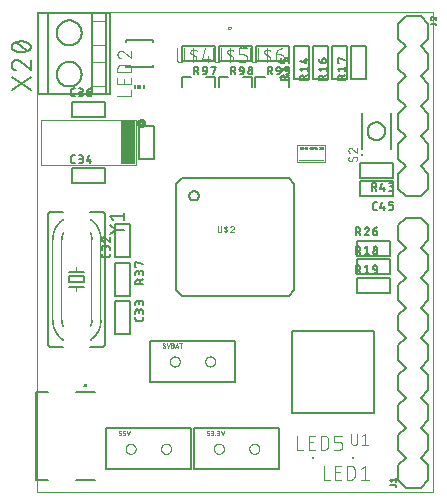
<source format=gto>
G75*
%MOIN*%
%OFA0B0*%
%FSLAX25Y25*%
%IPPOS*%
%LPD*%
%AMOC8*
5,1,8,0,0,1.08239X$1,22.5*
%
%ADD10C,0.00000*%
%ADD11R,0.09530X0.00005*%
%ADD12R,0.00055X0.00005*%
%ADD13R,0.08165X0.00005*%
%ADD14R,0.00005X0.00005*%
%ADD15R,0.01085X0.00005*%
%ADD16R,0.00740X0.00005*%
%ADD17R,0.00565X0.00005*%
%ADD18R,0.00155X0.00005*%
%ADD19R,0.00125X0.00005*%
%ADD20R,0.01025X0.00005*%
%ADD21R,0.01130X0.00005*%
%ADD22R,0.00775X0.00005*%
%ADD23R,0.00625X0.00005*%
%ADD24R,0.00165X0.00005*%
%ADD25R,0.01070X0.00005*%
%ADD26R,0.01150X0.00005*%
%ADD27R,0.00800X0.00005*%
%ADD28R,0.00665X0.00005*%
%ADD29R,0.00175X0.00005*%
%ADD30R,0.01090X0.00005*%
%ADD31R,0.01170X0.00005*%
%ADD32R,0.00815X0.00005*%
%ADD33R,0.00695X0.00005*%
%ADD34R,0.00190X0.00005*%
%ADD35R,0.01115X0.00005*%
%ADD36R,0.01185X0.00005*%
%ADD37R,0.00825X0.00005*%
%ADD38R,0.00720X0.00005*%
%ADD39R,0.00210X0.00005*%
%ADD40R,0.01200X0.00005*%
%ADD41R,0.00840X0.00005*%
%ADD42R,0.00745X0.00005*%
%ADD43R,0.00220X0.00005*%
%ADD44R,0.01145X0.00005*%
%ADD45R,0.01210X0.00005*%
%ADD46R,0.00850X0.00005*%
%ADD47R,0.00765X0.00005*%
%ADD48R,0.00235X0.00005*%
%ADD49R,0.01155X0.00005*%
%ADD50R,0.01220X0.00005*%
%ADD51R,0.00860X0.00005*%
%ADD52R,0.00785X0.00005*%
%ADD53R,0.00250X0.00005*%
%ADD54R,0.01225X0.00005*%
%ADD55R,0.00870X0.00005*%
%ADD56R,0.00805X0.00005*%
%ADD57R,0.00260X0.00005*%
%ADD58R,0.01180X0.00005*%
%ADD59R,0.01235X0.00005*%
%ADD60R,0.00875X0.00005*%
%ADD61R,0.00275X0.00005*%
%ADD62R,0.01190X0.00005*%
%ADD63R,0.01245X0.00005*%
%ADD64R,0.00885X0.00005*%
%ADD65R,0.00835X0.00005*%
%ADD66R,0.00290X0.00005*%
%ADD67R,0.01195X0.00005*%
%ADD68R,0.01250X0.00005*%
%ADD69R,0.00890X0.00005*%
%ADD70R,0.00855X0.00005*%
%ADD71R,0.00300X0.00005*%
%ADD72R,0.01205X0.00005*%
%ADD73R,0.01255X0.00005*%
%ADD74R,0.00900X0.00005*%
%ADD75R,0.00865X0.00005*%
%ADD76R,0.00315X0.00005*%
%ADD77R,0.01215X0.00005*%
%ADD78R,0.01265X0.00005*%
%ADD79R,0.00905X0.00005*%
%ADD80R,0.00330X0.00005*%
%ADD81R,0.01270X0.00005*%
%ADD82R,0.00910X0.00005*%
%ADD83R,0.00340X0.00005*%
%ADD84R,0.01230X0.00005*%
%ADD85R,0.01275X0.00005*%
%ADD86R,0.00915X0.00005*%
%ADD87R,0.00355X0.00005*%
%ADD88R,0.01280X0.00005*%
%ADD89R,0.00925X0.00005*%
%ADD90R,0.00370X0.00005*%
%ADD91R,0.01240X0.00005*%
%ADD92R,0.01285X0.00005*%
%ADD93R,0.00930X0.00005*%
%ADD94R,0.00380X0.00005*%
%ADD95R,0.01290X0.00005*%
%ADD96R,0.00935X0.00005*%
%ADD97R,0.00395X0.00005*%
%ADD98R,0.01295X0.00005*%
%ADD99R,0.00940X0.00005*%
%ADD100R,0.00945X0.00005*%
%ADD101R,0.00410X0.00005*%
%ADD102R,0.01260X0.00005*%
%ADD103R,0.00950X0.00005*%
%ADD104R,0.00420X0.00005*%
%ADD105R,0.01300X0.00005*%
%ADD106R,0.00960X0.00005*%
%ADD107R,0.00435X0.00005*%
%ADD108R,0.01305X0.00005*%
%ADD109R,0.00970X0.00005*%
%ADD110R,0.00450X0.00005*%
%ADD111R,0.01310X0.00005*%
%ADD112R,0.00440X0.00005*%
%ADD113R,0.00395X0.00005*%
%ADD114R,0.00460X0.00005*%
%ADD115R,0.00430X0.00005*%
%ADD116R,0.00385X0.00005*%
%ADD117R,0.00475X0.00005*%
%ADD118R,0.01315X0.00005*%
%ADD119R,0.00360X0.00005*%
%ADD120R,0.00490X0.00005*%
%ADD121R,0.00500X0.00005*%
%ADD122R,0.01320X0.00005*%
%ADD123R,0.00415X0.00005*%
%ADD124R,0.00515X0.00005*%
%ADD125R,0.00545X0.00005*%
%ADD126R,0.00530X0.00005*%
%ADD127R,0.00555X0.00005*%
%ADD128R,0.00525X0.00005*%
%ADD129R,0.00365X0.00005*%
%ADD130R,0.00540X0.00005*%
%ADD131R,0.00370X0.00005*%
%ADD132R,0.00510X0.00005*%
%ADD133R,0.00570X0.00005*%
%ADD134R,0.00415X0.00005*%
%ADD135R,0.00585X0.00005*%
%ADD136R,0.00520X0.00005*%
%ADD137R,0.00495X0.00005*%
%ADD138R,0.00595X0.00005*%
%ADD139R,0.00515X0.00005*%
%ADD140R,0.00610X0.00005*%
%ADD141R,0.00485X0.00005*%
%ADD142R,0.00635X0.00005*%
%ADD143R,0.00480X0.00005*%
%ADD144R,0.00375X0.00005*%
%ADD145R,0.00650X0.00005*%
%ADD146R,0.00675X0.00005*%
%ADD147R,0.00690X0.00005*%
%ADD148R,0.00420X0.00005*%
%ADD149R,0.00705X0.00005*%
%ADD150R,0.00715X0.00005*%
%ADD151R,0.00730X0.00005*%
%ADD152R,0.00745X0.00005*%
%ADD153R,0.00755X0.00005*%
%ADD154R,0.00770X0.00005*%
%ADD155R,0.00425X0.00005*%
%ADD156R,0.00795X0.00005*%
%ADD157R,0.00810X0.00005*%
%ADD158R,0.00520X0.00005*%
%ADD159R,0.00470X0.00005*%
%ADD160R,0.00945X0.00005*%
%ADD161R,0.00955X0.00005*%
%ADD162R,0.00970X0.00005*%
%ADD163R,0.00470X0.00005*%
%ADD164R,0.00535X0.00005*%
%ADD165R,0.00965X0.00005*%
%ADD166R,0.00180X0.00005*%
%ADD167R,0.00760X0.00005*%
%ADD168R,0.00765X0.00005*%
%ADD169R,0.00750X0.00005*%
%ADD170R,0.00820X0.00005*%
%ADD171R,0.00735X0.00005*%
%ADD172R,0.00725X0.00005*%
%ADD173R,0.00795X0.00005*%
%ADD174R,0.00770X0.00005*%
%ADD175R,0.00695X0.00005*%
%ADD176R,0.00685X0.00005*%
%ADD177R,0.00720X0.00005*%
%ADD178R,0.00680X0.00005*%
%ADD179R,0.00365X0.00005*%
%ADD180R,0.00405X0.00005*%
%ADD181R,0.00350X0.00005*%
%ADD182R,0.00655X0.00005*%
%ADD183R,0.00640X0.00005*%
%ADD184R,0.00630X0.00005*%
%ADD185R,0.00615X0.00005*%
%ADD186R,0.00600X0.00005*%
%ADD187R,0.00590X0.00005*%
%ADD188R,0.00575X0.00005*%
%ADD189R,0.00550X0.00005*%
%ADD190R,0.00455X0.00005*%
%ADD191R,0.00445X0.00005*%
%ADD192R,0.00390X0.00005*%
%ADD193R,0.00400X0.00005*%
%ADD194R,0.00445X0.00005*%
%ADD195R,0.00440X0.00005*%
%ADD196R,0.00920X0.00005*%
%ADD197R,0.00895X0.00005*%
%ADD198R,0.00505X0.00005*%
%ADD199R,0.00345X0.00005*%
%ADD200R,0.00880X0.00005*%
%ADD201R,0.00820X0.00005*%
%ADD202R,0.00305X0.00005*%
%ADD203R,0.00280X0.00005*%
%ADD204R,0.00265X0.00005*%
%ADD205R,0.00240X0.00005*%
%ADD206R,0.00790X0.00005*%
%ADD207R,0.00225X0.00005*%
%ADD208R,0.00170X0.00005*%
%ADD209R,0.00605X0.00005*%
%ADD210R,0.00200X0.00005*%
%ADD211R,0.00160X0.00005*%
%ADD212R,0.00465X0.00005*%
%ADD213R,0.00700X0.00005*%
%ADD214R,0.00135X0.00005*%
%ADD215R,0.00490X0.00005*%
%ADD216R,0.00560X0.00005*%
%ADD217R,0.01160X0.00005*%
%ADD218R,0.01135X0.00005*%
%ADD219R,0.01165X0.00005*%
%ADD220R,0.01095X0.00005*%
%ADD221R,0.01140X0.00005*%
%ADD222R,0.01065X0.00005*%
%ADD223R,0.01020X0.00005*%
%ADD224C,0.00800*%
%ADD225C,0.00600*%
%ADD226C,0.00100*%
%ADD227C,0.00197*%
%ADD228C,0.00400*%
%ADD229C,0.00394*%
%ADD230R,0.05039X0.14961*%
%ADD231C,0.01181*%
%ADD232C,0.00020*%
%ADD233C,0.00200*%
%ADD234C,0.00500*%
%ADD235C,0.01000*%
%ADD236C,0.00300*%
%ADD237R,0.00591X0.01181*%
%ADD238R,0.01181X0.01181*%
%ADD239R,0.00984X0.00984*%
D10*
X0038342Y0011500D02*
X0038342Y0171500D01*
X0170342Y0171500D01*
X0170342Y0011500D01*
X0038342Y0011500D01*
X0067763Y0025900D02*
X0067765Y0025981D01*
X0067771Y0026063D01*
X0067781Y0026144D01*
X0067795Y0026224D01*
X0067812Y0026303D01*
X0067834Y0026382D01*
X0067859Y0026459D01*
X0067888Y0026536D01*
X0067921Y0026610D01*
X0067958Y0026683D01*
X0067997Y0026754D01*
X0068041Y0026823D01*
X0068087Y0026890D01*
X0068137Y0026954D01*
X0068190Y0027016D01*
X0068246Y0027076D01*
X0068304Y0027132D01*
X0068366Y0027186D01*
X0068430Y0027237D01*
X0068496Y0027284D01*
X0068564Y0027328D01*
X0068635Y0027369D01*
X0068707Y0027406D01*
X0068782Y0027440D01*
X0068857Y0027470D01*
X0068935Y0027496D01*
X0069013Y0027519D01*
X0069092Y0027537D01*
X0069172Y0027552D01*
X0069253Y0027563D01*
X0069334Y0027570D01*
X0069416Y0027573D01*
X0069497Y0027572D01*
X0069578Y0027567D01*
X0069659Y0027558D01*
X0069740Y0027545D01*
X0069820Y0027528D01*
X0069898Y0027508D01*
X0069976Y0027483D01*
X0070053Y0027455D01*
X0070128Y0027423D01*
X0070201Y0027388D01*
X0070272Y0027349D01*
X0070342Y0027306D01*
X0070409Y0027261D01*
X0070475Y0027212D01*
X0070537Y0027160D01*
X0070597Y0027104D01*
X0070654Y0027046D01*
X0070709Y0026986D01*
X0070760Y0026922D01*
X0070808Y0026857D01*
X0070853Y0026789D01*
X0070895Y0026719D01*
X0070933Y0026647D01*
X0070968Y0026573D01*
X0070999Y0026498D01*
X0071026Y0026421D01*
X0071049Y0026343D01*
X0071069Y0026264D01*
X0071085Y0026184D01*
X0071097Y0026103D01*
X0071105Y0026022D01*
X0071109Y0025941D01*
X0071109Y0025859D01*
X0071105Y0025778D01*
X0071097Y0025697D01*
X0071085Y0025616D01*
X0071069Y0025536D01*
X0071049Y0025457D01*
X0071026Y0025379D01*
X0070999Y0025302D01*
X0070968Y0025227D01*
X0070933Y0025153D01*
X0070895Y0025081D01*
X0070853Y0025011D01*
X0070808Y0024943D01*
X0070760Y0024878D01*
X0070709Y0024814D01*
X0070654Y0024754D01*
X0070597Y0024696D01*
X0070537Y0024640D01*
X0070475Y0024588D01*
X0070409Y0024539D01*
X0070342Y0024494D01*
X0070273Y0024451D01*
X0070201Y0024412D01*
X0070128Y0024377D01*
X0070053Y0024345D01*
X0069976Y0024317D01*
X0069898Y0024292D01*
X0069820Y0024272D01*
X0069740Y0024255D01*
X0069659Y0024242D01*
X0069578Y0024233D01*
X0069497Y0024228D01*
X0069416Y0024227D01*
X0069334Y0024230D01*
X0069253Y0024237D01*
X0069172Y0024248D01*
X0069092Y0024263D01*
X0069013Y0024281D01*
X0068935Y0024304D01*
X0068857Y0024330D01*
X0068782Y0024360D01*
X0068707Y0024394D01*
X0068635Y0024431D01*
X0068564Y0024472D01*
X0068496Y0024516D01*
X0068430Y0024563D01*
X0068366Y0024614D01*
X0068304Y0024668D01*
X0068246Y0024724D01*
X0068190Y0024784D01*
X0068137Y0024846D01*
X0068087Y0024910D01*
X0068041Y0024977D01*
X0067997Y0025046D01*
X0067958Y0025117D01*
X0067921Y0025190D01*
X0067888Y0025264D01*
X0067859Y0025341D01*
X0067834Y0025418D01*
X0067812Y0025497D01*
X0067795Y0025576D01*
X0067781Y0025656D01*
X0067771Y0025737D01*
X0067765Y0025819D01*
X0067763Y0025900D01*
X0079574Y0025900D02*
X0079576Y0025981D01*
X0079582Y0026063D01*
X0079592Y0026144D01*
X0079606Y0026224D01*
X0079623Y0026303D01*
X0079645Y0026382D01*
X0079670Y0026459D01*
X0079699Y0026536D01*
X0079732Y0026610D01*
X0079769Y0026683D01*
X0079808Y0026754D01*
X0079852Y0026823D01*
X0079898Y0026890D01*
X0079948Y0026954D01*
X0080001Y0027016D01*
X0080057Y0027076D01*
X0080115Y0027132D01*
X0080177Y0027186D01*
X0080241Y0027237D01*
X0080307Y0027284D01*
X0080375Y0027328D01*
X0080446Y0027369D01*
X0080518Y0027406D01*
X0080593Y0027440D01*
X0080668Y0027470D01*
X0080746Y0027496D01*
X0080824Y0027519D01*
X0080903Y0027537D01*
X0080983Y0027552D01*
X0081064Y0027563D01*
X0081145Y0027570D01*
X0081227Y0027573D01*
X0081308Y0027572D01*
X0081389Y0027567D01*
X0081470Y0027558D01*
X0081551Y0027545D01*
X0081631Y0027528D01*
X0081709Y0027508D01*
X0081787Y0027483D01*
X0081864Y0027455D01*
X0081939Y0027423D01*
X0082012Y0027388D01*
X0082083Y0027349D01*
X0082153Y0027306D01*
X0082220Y0027261D01*
X0082286Y0027212D01*
X0082348Y0027160D01*
X0082408Y0027104D01*
X0082465Y0027046D01*
X0082520Y0026986D01*
X0082571Y0026922D01*
X0082619Y0026857D01*
X0082664Y0026789D01*
X0082706Y0026719D01*
X0082744Y0026647D01*
X0082779Y0026573D01*
X0082810Y0026498D01*
X0082837Y0026421D01*
X0082860Y0026343D01*
X0082880Y0026264D01*
X0082896Y0026184D01*
X0082908Y0026103D01*
X0082916Y0026022D01*
X0082920Y0025941D01*
X0082920Y0025859D01*
X0082916Y0025778D01*
X0082908Y0025697D01*
X0082896Y0025616D01*
X0082880Y0025536D01*
X0082860Y0025457D01*
X0082837Y0025379D01*
X0082810Y0025302D01*
X0082779Y0025227D01*
X0082744Y0025153D01*
X0082706Y0025081D01*
X0082664Y0025011D01*
X0082619Y0024943D01*
X0082571Y0024878D01*
X0082520Y0024814D01*
X0082465Y0024754D01*
X0082408Y0024696D01*
X0082348Y0024640D01*
X0082286Y0024588D01*
X0082220Y0024539D01*
X0082153Y0024494D01*
X0082084Y0024451D01*
X0082012Y0024412D01*
X0081939Y0024377D01*
X0081864Y0024345D01*
X0081787Y0024317D01*
X0081709Y0024292D01*
X0081631Y0024272D01*
X0081551Y0024255D01*
X0081470Y0024242D01*
X0081389Y0024233D01*
X0081308Y0024228D01*
X0081227Y0024227D01*
X0081145Y0024230D01*
X0081064Y0024237D01*
X0080983Y0024248D01*
X0080903Y0024263D01*
X0080824Y0024281D01*
X0080746Y0024304D01*
X0080668Y0024330D01*
X0080593Y0024360D01*
X0080518Y0024394D01*
X0080446Y0024431D01*
X0080375Y0024472D01*
X0080307Y0024516D01*
X0080241Y0024563D01*
X0080177Y0024614D01*
X0080115Y0024668D01*
X0080057Y0024724D01*
X0080001Y0024784D01*
X0079948Y0024846D01*
X0079898Y0024910D01*
X0079852Y0024977D01*
X0079808Y0025046D01*
X0079769Y0025117D01*
X0079732Y0025190D01*
X0079699Y0025264D01*
X0079670Y0025341D01*
X0079645Y0025418D01*
X0079623Y0025497D01*
X0079606Y0025576D01*
X0079592Y0025656D01*
X0079582Y0025737D01*
X0079576Y0025819D01*
X0079574Y0025900D01*
X0097163Y0025900D02*
X0097165Y0025981D01*
X0097171Y0026063D01*
X0097181Y0026144D01*
X0097195Y0026224D01*
X0097212Y0026303D01*
X0097234Y0026382D01*
X0097259Y0026459D01*
X0097288Y0026536D01*
X0097321Y0026610D01*
X0097358Y0026683D01*
X0097397Y0026754D01*
X0097441Y0026823D01*
X0097487Y0026890D01*
X0097537Y0026954D01*
X0097590Y0027016D01*
X0097646Y0027076D01*
X0097704Y0027132D01*
X0097766Y0027186D01*
X0097830Y0027237D01*
X0097896Y0027284D01*
X0097964Y0027328D01*
X0098035Y0027369D01*
X0098107Y0027406D01*
X0098182Y0027440D01*
X0098257Y0027470D01*
X0098335Y0027496D01*
X0098413Y0027519D01*
X0098492Y0027537D01*
X0098572Y0027552D01*
X0098653Y0027563D01*
X0098734Y0027570D01*
X0098816Y0027573D01*
X0098897Y0027572D01*
X0098978Y0027567D01*
X0099059Y0027558D01*
X0099140Y0027545D01*
X0099220Y0027528D01*
X0099298Y0027508D01*
X0099376Y0027483D01*
X0099453Y0027455D01*
X0099528Y0027423D01*
X0099601Y0027388D01*
X0099672Y0027349D01*
X0099742Y0027306D01*
X0099809Y0027261D01*
X0099875Y0027212D01*
X0099937Y0027160D01*
X0099997Y0027104D01*
X0100054Y0027046D01*
X0100109Y0026986D01*
X0100160Y0026922D01*
X0100208Y0026857D01*
X0100253Y0026789D01*
X0100295Y0026719D01*
X0100333Y0026647D01*
X0100368Y0026573D01*
X0100399Y0026498D01*
X0100426Y0026421D01*
X0100449Y0026343D01*
X0100469Y0026264D01*
X0100485Y0026184D01*
X0100497Y0026103D01*
X0100505Y0026022D01*
X0100509Y0025941D01*
X0100509Y0025859D01*
X0100505Y0025778D01*
X0100497Y0025697D01*
X0100485Y0025616D01*
X0100469Y0025536D01*
X0100449Y0025457D01*
X0100426Y0025379D01*
X0100399Y0025302D01*
X0100368Y0025227D01*
X0100333Y0025153D01*
X0100295Y0025081D01*
X0100253Y0025011D01*
X0100208Y0024943D01*
X0100160Y0024878D01*
X0100109Y0024814D01*
X0100054Y0024754D01*
X0099997Y0024696D01*
X0099937Y0024640D01*
X0099875Y0024588D01*
X0099809Y0024539D01*
X0099742Y0024494D01*
X0099673Y0024451D01*
X0099601Y0024412D01*
X0099528Y0024377D01*
X0099453Y0024345D01*
X0099376Y0024317D01*
X0099298Y0024292D01*
X0099220Y0024272D01*
X0099140Y0024255D01*
X0099059Y0024242D01*
X0098978Y0024233D01*
X0098897Y0024228D01*
X0098816Y0024227D01*
X0098734Y0024230D01*
X0098653Y0024237D01*
X0098572Y0024248D01*
X0098492Y0024263D01*
X0098413Y0024281D01*
X0098335Y0024304D01*
X0098257Y0024330D01*
X0098182Y0024360D01*
X0098107Y0024394D01*
X0098035Y0024431D01*
X0097964Y0024472D01*
X0097896Y0024516D01*
X0097830Y0024563D01*
X0097766Y0024614D01*
X0097704Y0024668D01*
X0097646Y0024724D01*
X0097590Y0024784D01*
X0097537Y0024846D01*
X0097487Y0024910D01*
X0097441Y0024977D01*
X0097397Y0025046D01*
X0097358Y0025117D01*
X0097321Y0025190D01*
X0097288Y0025264D01*
X0097259Y0025341D01*
X0097234Y0025418D01*
X0097212Y0025497D01*
X0097195Y0025576D01*
X0097181Y0025656D01*
X0097171Y0025737D01*
X0097165Y0025819D01*
X0097163Y0025900D01*
X0108974Y0025900D02*
X0108976Y0025981D01*
X0108982Y0026063D01*
X0108992Y0026144D01*
X0109006Y0026224D01*
X0109023Y0026303D01*
X0109045Y0026382D01*
X0109070Y0026459D01*
X0109099Y0026536D01*
X0109132Y0026610D01*
X0109169Y0026683D01*
X0109208Y0026754D01*
X0109252Y0026823D01*
X0109298Y0026890D01*
X0109348Y0026954D01*
X0109401Y0027016D01*
X0109457Y0027076D01*
X0109515Y0027132D01*
X0109577Y0027186D01*
X0109641Y0027237D01*
X0109707Y0027284D01*
X0109775Y0027328D01*
X0109846Y0027369D01*
X0109918Y0027406D01*
X0109993Y0027440D01*
X0110068Y0027470D01*
X0110146Y0027496D01*
X0110224Y0027519D01*
X0110303Y0027537D01*
X0110383Y0027552D01*
X0110464Y0027563D01*
X0110545Y0027570D01*
X0110627Y0027573D01*
X0110708Y0027572D01*
X0110789Y0027567D01*
X0110870Y0027558D01*
X0110951Y0027545D01*
X0111031Y0027528D01*
X0111109Y0027508D01*
X0111187Y0027483D01*
X0111264Y0027455D01*
X0111339Y0027423D01*
X0111412Y0027388D01*
X0111483Y0027349D01*
X0111553Y0027306D01*
X0111620Y0027261D01*
X0111686Y0027212D01*
X0111748Y0027160D01*
X0111808Y0027104D01*
X0111865Y0027046D01*
X0111920Y0026986D01*
X0111971Y0026922D01*
X0112019Y0026857D01*
X0112064Y0026789D01*
X0112106Y0026719D01*
X0112144Y0026647D01*
X0112179Y0026573D01*
X0112210Y0026498D01*
X0112237Y0026421D01*
X0112260Y0026343D01*
X0112280Y0026264D01*
X0112296Y0026184D01*
X0112308Y0026103D01*
X0112316Y0026022D01*
X0112320Y0025941D01*
X0112320Y0025859D01*
X0112316Y0025778D01*
X0112308Y0025697D01*
X0112296Y0025616D01*
X0112280Y0025536D01*
X0112260Y0025457D01*
X0112237Y0025379D01*
X0112210Y0025302D01*
X0112179Y0025227D01*
X0112144Y0025153D01*
X0112106Y0025081D01*
X0112064Y0025011D01*
X0112019Y0024943D01*
X0111971Y0024878D01*
X0111920Y0024814D01*
X0111865Y0024754D01*
X0111808Y0024696D01*
X0111748Y0024640D01*
X0111686Y0024588D01*
X0111620Y0024539D01*
X0111553Y0024494D01*
X0111484Y0024451D01*
X0111412Y0024412D01*
X0111339Y0024377D01*
X0111264Y0024345D01*
X0111187Y0024317D01*
X0111109Y0024292D01*
X0111031Y0024272D01*
X0110951Y0024255D01*
X0110870Y0024242D01*
X0110789Y0024233D01*
X0110708Y0024228D01*
X0110627Y0024227D01*
X0110545Y0024230D01*
X0110464Y0024237D01*
X0110383Y0024248D01*
X0110303Y0024263D01*
X0110224Y0024281D01*
X0110146Y0024304D01*
X0110068Y0024330D01*
X0109993Y0024360D01*
X0109918Y0024394D01*
X0109846Y0024431D01*
X0109775Y0024472D01*
X0109707Y0024516D01*
X0109641Y0024563D01*
X0109577Y0024614D01*
X0109515Y0024668D01*
X0109457Y0024724D01*
X0109401Y0024784D01*
X0109348Y0024846D01*
X0109298Y0024910D01*
X0109252Y0024977D01*
X0109208Y0025046D01*
X0109169Y0025117D01*
X0109132Y0025190D01*
X0109099Y0025264D01*
X0109070Y0025341D01*
X0109045Y0025418D01*
X0109023Y0025497D01*
X0109006Y0025576D01*
X0108992Y0025656D01*
X0108982Y0025737D01*
X0108976Y0025819D01*
X0108974Y0025900D01*
X0094274Y0055000D02*
X0094276Y0055081D01*
X0094282Y0055163D01*
X0094292Y0055244D01*
X0094306Y0055324D01*
X0094323Y0055403D01*
X0094345Y0055482D01*
X0094370Y0055559D01*
X0094399Y0055636D01*
X0094432Y0055710D01*
X0094469Y0055783D01*
X0094508Y0055854D01*
X0094552Y0055923D01*
X0094598Y0055990D01*
X0094648Y0056054D01*
X0094701Y0056116D01*
X0094757Y0056176D01*
X0094815Y0056232D01*
X0094877Y0056286D01*
X0094941Y0056337D01*
X0095007Y0056384D01*
X0095075Y0056428D01*
X0095146Y0056469D01*
X0095218Y0056506D01*
X0095293Y0056540D01*
X0095368Y0056570D01*
X0095446Y0056596D01*
X0095524Y0056619D01*
X0095603Y0056637D01*
X0095683Y0056652D01*
X0095764Y0056663D01*
X0095845Y0056670D01*
X0095927Y0056673D01*
X0096008Y0056672D01*
X0096089Y0056667D01*
X0096170Y0056658D01*
X0096251Y0056645D01*
X0096331Y0056628D01*
X0096409Y0056608D01*
X0096487Y0056583D01*
X0096564Y0056555D01*
X0096639Y0056523D01*
X0096712Y0056488D01*
X0096783Y0056449D01*
X0096853Y0056406D01*
X0096920Y0056361D01*
X0096986Y0056312D01*
X0097048Y0056260D01*
X0097108Y0056204D01*
X0097165Y0056146D01*
X0097220Y0056086D01*
X0097271Y0056022D01*
X0097319Y0055957D01*
X0097364Y0055889D01*
X0097406Y0055819D01*
X0097444Y0055747D01*
X0097479Y0055673D01*
X0097510Y0055598D01*
X0097537Y0055521D01*
X0097560Y0055443D01*
X0097580Y0055364D01*
X0097596Y0055284D01*
X0097608Y0055203D01*
X0097616Y0055122D01*
X0097620Y0055041D01*
X0097620Y0054959D01*
X0097616Y0054878D01*
X0097608Y0054797D01*
X0097596Y0054716D01*
X0097580Y0054636D01*
X0097560Y0054557D01*
X0097537Y0054479D01*
X0097510Y0054402D01*
X0097479Y0054327D01*
X0097444Y0054253D01*
X0097406Y0054181D01*
X0097364Y0054111D01*
X0097319Y0054043D01*
X0097271Y0053978D01*
X0097220Y0053914D01*
X0097165Y0053854D01*
X0097108Y0053796D01*
X0097048Y0053740D01*
X0096986Y0053688D01*
X0096920Y0053639D01*
X0096853Y0053594D01*
X0096784Y0053551D01*
X0096712Y0053512D01*
X0096639Y0053477D01*
X0096564Y0053445D01*
X0096487Y0053417D01*
X0096409Y0053392D01*
X0096331Y0053372D01*
X0096251Y0053355D01*
X0096170Y0053342D01*
X0096089Y0053333D01*
X0096008Y0053328D01*
X0095927Y0053327D01*
X0095845Y0053330D01*
X0095764Y0053337D01*
X0095683Y0053348D01*
X0095603Y0053363D01*
X0095524Y0053381D01*
X0095446Y0053404D01*
X0095368Y0053430D01*
X0095293Y0053460D01*
X0095218Y0053494D01*
X0095146Y0053531D01*
X0095075Y0053572D01*
X0095007Y0053616D01*
X0094941Y0053663D01*
X0094877Y0053714D01*
X0094815Y0053768D01*
X0094757Y0053824D01*
X0094701Y0053884D01*
X0094648Y0053946D01*
X0094598Y0054010D01*
X0094552Y0054077D01*
X0094508Y0054146D01*
X0094469Y0054217D01*
X0094432Y0054290D01*
X0094399Y0054364D01*
X0094370Y0054441D01*
X0094345Y0054518D01*
X0094323Y0054597D01*
X0094306Y0054676D01*
X0094292Y0054756D01*
X0094282Y0054837D01*
X0094276Y0054919D01*
X0094274Y0055000D01*
X0082463Y0055000D02*
X0082465Y0055081D01*
X0082471Y0055163D01*
X0082481Y0055244D01*
X0082495Y0055324D01*
X0082512Y0055403D01*
X0082534Y0055482D01*
X0082559Y0055559D01*
X0082588Y0055636D01*
X0082621Y0055710D01*
X0082658Y0055783D01*
X0082697Y0055854D01*
X0082741Y0055923D01*
X0082787Y0055990D01*
X0082837Y0056054D01*
X0082890Y0056116D01*
X0082946Y0056176D01*
X0083004Y0056232D01*
X0083066Y0056286D01*
X0083130Y0056337D01*
X0083196Y0056384D01*
X0083264Y0056428D01*
X0083335Y0056469D01*
X0083407Y0056506D01*
X0083482Y0056540D01*
X0083557Y0056570D01*
X0083635Y0056596D01*
X0083713Y0056619D01*
X0083792Y0056637D01*
X0083872Y0056652D01*
X0083953Y0056663D01*
X0084034Y0056670D01*
X0084116Y0056673D01*
X0084197Y0056672D01*
X0084278Y0056667D01*
X0084359Y0056658D01*
X0084440Y0056645D01*
X0084520Y0056628D01*
X0084598Y0056608D01*
X0084676Y0056583D01*
X0084753Y0056555D01*
X0084828Y0056523D01*
X0084901Y0056488D01*
X0084972Y0056449D01*
X0085042Y0056406D01*
X0085109Y0056361D01*
X0085175Y0056312D01*
X0085237Y0056260D01*
X0085297Y0056204D01*
X0085354Y0056146D01*
X0085409Y0056086D01*
X0085460Y0056022D01*
X0085508Y0055957D01*
X0085553Y0055889D01*
X0085595Y0055819D01*
X0085633Y0055747D01*
X0085668Y0055673D01*
X0085699Y0055598D01*
X0085726Y0055521D01*
X0085749Y0055443D01*
X0085769Y0055364D01*
X0085785Y0055284D01*
X0085797Y0055203D01*
X0085805Y0055122D01*
X0085809Y0055041D01*
X0085809Y0054959D01*
X0085805Y0054878D01*
X0085797Y0054797D01*
X0085785Y0054716D01*
X0085769Y0054636D01*
X0085749Y0054557D01*
X0085726Y0054479D01*
X0085699Y0054402D01*
X0085668Y0054327D01*
X0085633Y0054253D01*
X0085595Y0054181D01*
X0085553Y0054111D01*
X0085508Y0054043D01*
X0085460Y0053978D01*
X0085409Y0053914D01*
X0085354Y0053854D01*
X0085297Y0053796D01*
X0085237Y0053740D01*
X0085175Y0053688D01*
X0085109Y0053639D01*
X0085042Y0053594D01*
X0084973Y0053551D01*
X0084901Y0053512D01*
X0084828Y0053477D01*
X0084753Y0053445D01*
X0084676Y0053417D01*
X0084598Y0053392D01*
X0084520Y0053372D01*
X0084440Y0053355D01*
X0084359Y0053342D01*
X0084278Y0053333D01*
X0084197Y0053328D01*
X0084116Y0053327D01*
X0084034Y0053330D01*
X0083953Y0053337D01*
X0083872Y0053348D01*
X0083792Y0053363D01*
X0083713Y0053381D01*
X0083635Y0053404D01*
X0083557Y0053430D01*
X0083482Y0053460D01*
X0083407Y0053494D01*
X0083335Y0053531D01*
X0083264Y0053572D01*
X0083196Y0053616D01*
X0083130Y0053663D01*
X0083066Y0053714D01*
X0083004Y0053768D01*
X0082946Y0053824D01*
X0082890Y0053884D01*
X0082837Y0053946D01*
X0082787Y0054010D01*
X0082741Y0054077D01*
X0082697Y0054146D01*
X0082658Y0054217D01*
X0082621Y0054290D01*
X0082588Y0054364D01*
X0082559Y0054441D01*
X0082534Y0054518D01*
X0082512Y0054597D01*
X0082495Y0054676D01*
X0082481Y0054756D01*
X0082471Y0054837D01*
X0082465Y0054919D01*
X0082463Y0055000D01*
D11*
X0129904Y0121280D03*
X0129904Y0121285D03*
X0129904Y0121290D03*
X0129904Y0121295D03*
X0129904Y0121300D03*
X0129904Y0121305D03*
X0129904Y0121310D03*
X0129904Y0121315D03*
X0129904Y0121320D03*
X0129904Y0121325D03*
X0129904Y0126785D03*
X0129904Y0126790D03*
X0129904Y0126795D03*
X0129904Y0126800D03*
X0129904Y0126805D03*
X0129904Y0126810D03*
X0129904Y0126815D03*
X0129904Y0126820D03*
X0129904Y0126825D03*
X0129904Y0126830D03*
X0129904Y0126835D03*
D12*
X0134642Y0126780D03*
X0134642Y0126775D03*
X0134642Y0126770D03*
X0134642Y0126765D03*
X0134642Y0126760D03*
X0134642Y0126755D03*
X0134642Y0126750D03*
X0134642Y0126745D03*
X0134642Y0126740D03*
X0134642Y0126735D03*
X0134642Y0126730D03*
X0134642Y0126725D03*
X0134642Y0126720D03*
X0134642Y0126715D03*
X0134642Y0126710D03*
X0134642Y0126705D03*
X0134642Y0126700D03*
X0134642Y0126695D03*
X0134642Y0126690D03*
X0134642Y0126685D03*
X0134642Y0126680D03*
X0134642Y0126675D03*
X0134642Y0126670D03*
X0134642Y0126665D03*
X0134642Y0126660D03*
X0134642Y0126655D03*
X0134642Y0126650D03*
X0134642Y0126645D03*
X0134642Y0126640D03*
X0134642Y0126635D03*
X0134642Y0126630D03*
X0134642Y0126625D03*
X0134642Y0126620D03*
X0134642Y0126615D03*
X0134642Y0126610D03*
X0134642Y0126605D03*
X0134642Y0126600D03*
X0134642Y0126595D03*
X0134642Y0126590D03*
X0134642Y0126585D03*
X0134642Y0126580D03*
X0134642Y0126575D03*
X0134642Y0126570D03*
X0134642Y0126565D03*
X0134642Y0126560D03*
X0134642Y0126555D03*
X0134642Y0126550D03*
X0134642Y0126545D03*
X0134642Y0126540D03*
X0134642Y0126535D03*
X0134642Y0126530D03*
X0134642Y0126525D03*
X0134642Y0126520D03*
X0134642Y0126515D03*
X0134642Y0126510D03*
X0134642Y0126505D03*
X0134642Y0126500D03*
X0134642Y0126495D03*
X0134642Y0126490D03*
X0134642Y0126485D03*
X0134642Y0126480D03*
X0134642Y0126475D03*
X0134642Y0126470D03*
X0134642Y0126465D03*
X0134642Y0126460D03*
X0134642Y0126455D03*
X0134642Y0126450D03*
X0134642Y0126445D03*
X0134642Y0126440D03*
X0134642Y0126435D03*
X0134642Y0126430D03*
X0134642Y0126425D03*
X0134642Y0126420D03*
X0134642Y0126415D03*
X0134642Y0126410D03*
X0134642Y0126405D03*
X0134642Y0126400D03*
X0134642Y0126395D03*
X0134642Y0126390D03*
X0134642Y0126385D03*
X0134642Y0126380D03*
X0134642Y0126375D03*
X0134642Y0126370D03*
X0134642Y0126365D03*
X0134642Y0126360D03*
X0134642Y0126355D03*
X0134642Y0126350D03*
X0134642Y0126345D03*
X0134642Y0126340D03*
X0134642Y0126335D03*
X0134642Y0126330D03*
X0134642Y0126325D03*
X0134642Y0126320D03*
X0134642Y0126315D03*
X0134642Y0126310D03*
X0134642Y0126305D03*
X0134642Y0126300D03*
X0134642Y0126295D03*
X0134642Y0126290D03*
X0134642Y0126285D03*
X0134642Y0126280D03*
X0134642Y0126275D03*
X0134642Y0126270D03*
X0134642Y0126265D03*
X0134642Y0126260D03*
X0134642Y0126255D03*
X0134642Y0126250D03*
X0134642Y0126245D03*
X0134642Y0126240D03*
X0134642Y0126235D03*
X0134642Y0126230D03*
X0134642Y0126225D03*
X0134642Y0126220D03*
X0134642Y0126215D03*
X0134642Y0126210D03*
X0134642Y0126205D03*
X0134642Y0126200D03*
X0134642Y0126195D03*
X0134642Y0126190D03*
X0134642Y0126185D03*
X0134642Y0126180D03*
X0134642Y0126175D03*
X0134642Y0126170D03*
X0134642Y0126165D03*
X0134642Y0126160D03*
X0134642Y0126155D03*
X0134642Y0126150D03*
X0134642Y0126145D03*
X0134642Y0126140D03*
X0134642Y0126135D03*
X0134642Y0126130D03*
X0134642Y0126125D03*
X0134642Y0126120D03*
X0134642Y0126115D03*
X0134642Y0126110D03*
X0134642Y0126105D03*
X0134642Y0126100D03*
X0134642Y0126095D03*
X0134642Y0126090D03*
X0134642Y0126085D03*
X0134642Y0126080D03*
X0134642Y0126075D03*
X0134642Y0126070D03*
X0134642Y0126065D03*
X0134642Y0126060D03*
X0134642Y0126055D03*
X0134642Y0126050D03*
X0134642Y0126045D03*
X0134642Y0126040D03*
X0134642Y0126035D03*
X0134642Y0126030D03*
X0134642Y0126025D03*
X0134642Y0126020D03*
X0134642Y0126015D03*
X0134642Y0126010D03*
X0134642Y0126005D03*
X0134642Y0126000D03*
X0134642Y0125995D03*
X0134642Y0125990D03*
X0134642Y0125985D03*
X0134642Y0125980D03*
X0134642Y0125975D03*
X0134642Y0125970D03*
X0134642Y0125965D03*
X0134642Y0125960D03*
X0134642Y0125955D03*
X0134642Y0125950D03*
X0134642Y0125945D03*
X0134642Y0125940D03*
X0134642Y0125935D03*
X0134642Y0125930D03*
X0134642Y0125925D03*
X0134642Y0125920D03*
X0134642Y0125915D03*
X0134642Y0125910D03*
X0134642Y0125905D03*
X0134642Y0125900D03*
X0134642Y0125895D03*
X0134642Y0125890D03*
X0134642Y0125885D03*
X0134642Y0125880D03*
X0134642Y0125875D03*
X0134642Y0125870D03*
X0134642Y0125865D03*
X0134642Y0125860D03*
X0134642Y0125855D03*
X0134642Y0125850D03*
X0134642Y0125845D03*
X0134642Y0125840D03*
X0134642Y0125835D03*
X0134642Y0125830D03*
X0134642Y0125825D03*
X0134642Y0125820D03*
X0134642Y0125815D03*
X0134642Y0125810D03*
X0134642Y0125805D03*
X0134642Y0125800D03*
X0134642Y0125795D03*
X0134642Y0125790D03*
X0134642Y0125785D03*
X0134642Y0125780D03*
X0134642Y0125775D03*
X0134642Y0125770D03*
X0134642Y0125765D03*
X0134642Y0125760D03*
X0134642Y0125755D03*
X0134642Y0125750D03*
X0134642Y0125745D03*
X0134642Y0125740D03*
X0134642Y0125735D03*
X0134642Y0125730D03*
X0134642Y0125725D03*
X0134642Y0125720D03*
X0134642Y0125715D03*
X0134642Y0125710D03*
X0134642Y0125705D03*
X0134642Y0125700D03*
X0134642Y0125695D03*
X0134642Y0125690D03*
X0134642Y0125685D03*
X0134642Y0125680D03*
X0134642Y0125675D03*
X0134642Y0125670D03*
X0134642Y0125665D03*
X0134642Y0125660D03*
X0134642Y0125655D03*
X0134642Y0125650D03*
X0134642Y0125645D03*
X0134642Y0125640D03*
X0134642Y0125635D03*
X0134642Y0125630D03*
X0134642Y0125625D03*
X0134642Y0125620D03*
X0134642Y0125615D03*
X0134642Y0125610D03*
X0134642Y0125605D03*
X0134642Y0125600D03*
X0134642Y0125595D03*
X0134642Y0125590D03*
X0134642Y0125585D03*
X0134642Y0125580D03*
X0134642Y0125575D03*
X0134642Y0125570D03*
X0134642Y0125565D03*
X0134642Y0125560D03*
X0134642Y0125555D03*
X0134642Y0125550D03*
X0134642Y0125545D03*
X0134642Y0125540D03*
X0134642Y0125535D03*
X0134642Y0125530D03*
X0134642Y0125525D03*
X0134642Y0125520D03*
X0134642Y0125515D03*
X0134642Y0125510D03*
X0134642Y0125505D03*
X0134642Y0125500D03*
X0134642Y0125495D03*
X0134642Y0125490D03*
X0134642Y0125485D03*
X0134642Y0125480D03*
X0134642Y0125475D03*
X0134642Y0125470D03*
X0134642Y0125465D03*
X0134642Y0125460D03*
X0134642Y0125455D03*
X0134642Y0125450D03*
X0134642Y0125445D03*
X0134642Y0125440D03*
X0134642Y0125435D03*
X0134642Y0125430D03*
X0134642Y0125425D03*
X0134642Y0125420D03*
X0134642Y0125415D03*
X0134642Y0125410D03*
X0134642Y0125405D03*
X0134642Y0125400D03*
X0134642Y0125395D03*
X0134642Y0125390D03*
X0134642Y0125385D03*
X0134642Y0125380D03*
X0134642Y0125375D03*
X0134642Y0125370D03*
X0134642Y0125365D03*
X0134642Y0125360D03*
X0134642Y0125355D03*
X0134642Y0125350D03*
X0134642Y0125345D03*
X0134642Y0125340D03*
X0134642Y0125335D03*
X0134642Y0125330D03*
X0134642Y0125325D03*
X0134642Y0125320D03*
X0134642Y0125315D03*
X0134642Y0125310D03*
X0134642Y0125305D03*
X0134642Y0125300D03*
X0134642Y0125295D03*
X0134642Y0125290D03*
X0134642Y0125285D03*
X0134642Y0125280D03*
X0134642Y0125275D03*
X0134642Y0125270D03*
X0134642Y0125265D03*
X0134642Y0125260D03*
X0134642Y0125255D03*
X0134642Y0125250D03*
X0134642Y0125245D03*
X0134642Y0125240D03*
X0134642Y0125235D03*
X0134642Y0125230D03*
X0134642Y0125225D03*
X0134642Y0125220D03*
X0134642Y0125215D03*
X0134642Y0125210D03*
X0134642Y0125205D03*
X0134642Y0125200D03*
X0134642Y0125195D03*
X0134642Y0125190D03*
X0134642Y0125185D03*
X0134642Y0125180D03*
X0134642Y0125175D03*
X0134642Y0125170D03*
X0134642Y0125165D03*
X0134642Y0125160D03*
X0134642Y0125155D03*
X0134642Y0125150D03*
X0134642Y0125145D03*
X0134642Y0125140D03*
X0134642Y0125135D03*
X0134642Y0125130D03*
X0134642Y0125125D03*
X0134642Y0125120D03*
X0134642Y0125115D03*
X0134642Y0125110D03*
X0134642Y0125105D03*
X0134642Y0125100D03*
X0134642Y0125095D03*
X0134642Y0125090D03*
X0134642Y0125085D03*
X0134642Y0125080D03*
X0134642Y0125075D03*
X0134642Y0125070D03*
X0134642Y0125065D03*
X0134642Y0125060D03*
X0134642Y0125055D03*
X0134642Y0125050D03*
X0134642Y0125045D03*
X0134642Y0125040D03*
X0134642Y0125035D03*
X0134642Y0125030D03*
X0134642Y0125025D03*
X0134642Y0125020D03*
X0134642Y0125015D03*
X0134642Y0125010D03*
X0134642Y0125005D03*
X0134642Y0125000D03*
X0134642Y0124995D03*
X0134642Y0124990D03*
X0134642Y0124985D03*
X0134642Y0124980D03*
X0134642Y0124975D03*
X0134642Y0124970D03*
X0134642Y0124965D03*
X0134642Y0124960D03*
X0134642Y0124955D03*
X0134642Y0124950D03*
X0134642Y0124945D03*
X0134642Y0124940D03*
X0134642Y0124935D03*
X0134642Y0124930D03*
X0134642Y0124925D03*
X0134642Y0124920D03*
X0134642Y0124915D03*
X0134642Y0124910D03*
X0134642Y0124905D03*
X0134642Y0124900D03*
X0134642Y0124895D03*
X0134642Y0124890D03*
X0134642Y0124885D03*
X0134642Y0124880D03*
X0134642Y0124875D03*
X0134642Y0124870D03*
X0134642Y0124865D03*
X0134642Y0124860D03*
X0134642Y0124855D03*
X0134642Y0124850D03*
X0134642Y0124845D03*
X0134642Y0124840D03*
X0134642Y0124835D03*
X0134642Y0124830D03*
X0134642Y0124825D03*
X0134642Y0124820D03*
X0134642Y0124815D03*
X0134642Y0124810D03*
X0134642Y0124805D03*
X0134642Y0124800D03*
X0134642Y0124795D03*
X0134642Y0124790D03*
X0134642Y0124785D03*
X0134642Y0124780D03*
X0134642Y0124775D03*
X0134642Y0124770D03*
X0134642Y0124765D03*
X0134642Y0124760D03*
X0134642Y0124755D03*
X0134642Y0124750D03*
X0134642Y0124745D03*
X0134642Y0124740D03*
X0134642Y0124735D03*
X0134642Y0124730D03*
X0134642Y0124725D03*
X0134642Y0124720D03*
X0134642Y0124715D03*
X0134642Y0124710D03*
X0134642Y0124705D03*
X0134642Y0124700D03*
X0134642Y0124695D03*
X0134642Y0124690D03*
X0134642Y0124685D03*
X0134642Y0124680D03*
X0134642Y0124675D03*
X0134642Y0124670D03*
X0134642Y0124665D03*
X0134642Y0124660D03*
X0134642Y0124655D03*
X0134642Y0124650D03*
X0134642Y0124645D03*
X0134642Y0124640D03*
X0134642Y0124635D03*
X0134642Y0124630D03*
X0134642Y0124625D03*
X0134642Y0124620D03*
X0134642Y0124615D03*
X0134642Y0124610D03*
X0134642Y0124605D03*
X0134642Y0124600D03*
X0134642Y0124595D03*
X0134642Y0124590D03*
X0134642Y0124585D03*
X0134642Y0124580D03*
X0134642Y0124575D03*
X0134642Y0124570D03*
X0134642Y0124565D03*
X0134642Y0124560D03*
X0134642Y0124555D03*
X0134642Y0124550D03*
X0134642Y0124545D03*
X0134642Y0124540D03*
X0134642Y0124535D03*
X0134642Y0124530D03*
X0134642Y0124525D03*
X0134642Y0124520D03*
X0134642Y0124515D03*
X0134642Y0124510D03*
X0134642Y0124505D03*
X0134642Y0124500D03*
X0134642Y0124495D03*
X0134642Y0124490D03*
X0134642Y0124485D03*
X0134642Y0124480D03*
X0134642Y0124475D03*
X0134642Y0124470D03*
X0134642Y0124465D03*
X0134642Y0124460D03*
X0134642Y0124455D03*
X0134642Y0124450D03*
X0134642Y0124445D03*
X0134642Y0124440D03*
X0134642Y0124435D03*
X0134642Y0124430D03*
X0134642Y0124425D03*
X0134642Y0124420D03*
X0134642Y0124415D03*
X0134642Y0124410D03*
X0134642Y0124405D03*
X0134642Y0124400D03*
X0134642Y0124395D03*
X0134642Y0124390D03*
X0134642Y0124385D03*
X0134642Y0124380D03*
X0134642Y0124375D03*
X0134642Y0124370D03*
X0134642Y0124365D03*
X0134642Y0124360D03*
X0134642Y0124355D03*
X0134642Y0124350D03*
X0134642Y0124345D03*
X0134642Y0124340D03*
X0134642Y0124335D03*
X0134642Y0124330D03*
X0134642Y0124325D03*
X0134642Y0124320D03*
X0134642Y0124315D03*
X0134642Y0124310D03*
X0134642Y0124305D03*
X0134642Y0124300D03*
X0134642Y0124295D03*
X0134642Y0124290D03*
X0134642Y0124285D03*
X0134642Y0124280D03*
X0134642Y0124275D03*
X0134642Y0124270D03*
X0134642Y0124265D03*
X0134642Y0124260D03*
X0134642Y0124255D03*
X0134642Y0124250D03*
X0134642Y0124245D03*
X0134642Y0124240D03*
X0134642Y0124235D03*
X0134642Y0124230D03*
X0134642Y0124225D03*
X0134642Y0124220D03*
X0134642Y0124215D03*
X0134642Y0124210D03*
X0134642Y0124205D03*
X0134642Y0124200D03*
X0134642Y0124195D03*
X0134642Y0124190D03*
X0134642Y0124185D03*
X0134642Y0124180D03*
X0134642Y0124175D03*
X0134642Y0124170D03*
X0134642Y0124165D03*
X0134642Y0124160D03*
X0134642Y0124155D03*
X0134642Y0124150D03*
X0134642Y0124145D03*
X0134642Y0124140D03*
X0134642Y0124135D03*
X0134642Y0124130D03*
X0134642Y0124125D03*
X0134642Y0124120D03*
X0134642Y0124115D03*
X0134642Y0124110D03*
X0134642Y0124105D03*
X0134642Y0124100D03*
X0134642Y0124095D03*
X0134642Y0124090D03*
X0134642Y0124085D03*
X0134642Y0124080D03*
X0134642Y0124075D03*
X0134642Y0124070D03*
X0134642Y0124065D03*
X0134642Y0124060D03*
X0134642Y0124055D03*
X0134642Y0124050D03*
X0134642Y0124045D03*
X0134642Y0124040D03*
X0134642Y0124035D03*
X0134642Y0124030D03*
X0134642Y0124025D03*
X0134642Y0124020D03*
X0134642Y0124015D03*
X0134642Y0124010D03*
X0134642Y0124005D03*
X0134642Y0124000D03*
X0134642Y0123995D03*
X0134642Y0123990D03*
X0134642Y0123985D03*
X0134642Y0123980D03*
X0134642Y0123975D03*
X0134642Y0123970D03*
X0134642Y0123965D03*
X0134642Y0123960D03*
X0134642Y0123955D03*
X0134642Y0123950D03*
X0134642Y0123945D03*
X0134642Y0123940D03*
X0134642Y0123935D03*
X0134642Y0123930D03*
X0134642Y0123925D03*
X0134642Y0123920D03*
X0134642Y0123915D03*
X0134642Y0123910D03*
X0134642Y0123905D03*
X0134642Y0123900D03*
X0134642Y0123895D03*
X0134642Y0123890D03*
X0134642Y0123885D03*
X0134642Y0123880D03*
X0134642Y0123875D03*
X0134642Y0123870D03*
X0134642Y0123865D03*
X0134642Y0123860D03*
X0134642Y0123855D03*
X0134642Y0123850D03*
X0134642Y0123845D03*
X0134642Y0123840D03*
X0134642Y0123835D03*
X0134642Y0123830D03*
X0134642Y0123825D03*
X0134642Y0123820D03*
X0134642Y0123815D03*
X0134642Y0123810D03*
X0134642Y0123805D03*
X0134642Y0123800D03*
X0134642Y0123795D03*
X0134642Y0123790D03*
X0134642Y0123785D03*
X0134642Y0123780D03*
X0134642Y0123775D03*
X0134642Y0123770D03*
X0134642Y0123765D03*
X0134642Y0123760D03*
X0134642Y0123755D03*
X0134642Y0123750D03*
X0134642Y0123745D03*
X0134642Y0123740D03*
X0134642Y0123735D03*
X0134642Y0123730D03*
X0134642Y0123725D03*
X0134642Y0123720D03*
X0134642Y0123715D03*
X0134642Y0123710D03*
X0134642Y0123705D03*
X0134642Y0123700D03*
X0134642Y0123695D03*
X0134642Y0123690D03*
X0134642Y0123685D03*
X0134642Y0123680D03*
X0134642Y0123675D03*
X0134642Y0123670D03*
X0134642Y0123665D03*
X0134642Y0123660D03*
X0134642Y0123655D03*
X0134642Y0123650D03*
X0134642Y0123645D03*
X0134642Y0123640D03*
X0134642Y0123635D03*
X0134642Y0123630D03*
X0134642Y0123625D03*
X0134642Y0123620D03*
X0134642Y0123615D03*
X0134642Y0123610D03*
X0134642Y0123605D03*
X0134642Y0123600D03*
X0134642Y0123595D03*
X0134642Y0123590D03*
X0134642Y0123585D03*
X0134642Y0123580D03*
X0134642Y0123575D03*
X0134642Y0123570D03*
X0134642Y0123565D03*
X0134642Y0123560D03*
X0134642Y0123555D03*
X0134642Y0123550D03*
X0134642Y0123545D03*
X0134642Y0123540D03*
X0134642Y0123535D03*
X0134642Y0123530D03*
X0134642Y0123525D03*
X0134642Y0123520D03*
X0134642Y0123515D03*
X0134642Y0123510D03*
X0134642Y0123505D03*
X0134642Y0123500D03*
X0134642Y0123495D03*
X0134642Y0123490D03*
X0134642Y0123485D03*
X0134642Y0123480D03*
X0134642Y0123475D03*
X0134642Y0123470D03*
X0134642Y0123465D03*
X0134642Y0123460D03*
X0134642Y0123455D03*
X0134642Y0123450D03*
X0134642Y0123445D03*
X0134642Y0123440D03*
X0134642Y0123435D03*
X0134642Y0123430D03*
X0134642Y0123425D03*
X0134642Y0123420D03*
X0134642Y0123415D03*
X0134642Y0123410D03*
X0134642Y0123405D03*
X0134642Y0123400D03*
X0134642Y0123395D03*
X0134642Y0123390D03*
X0134642Y0123385D03*
X0134642Y0123380D03*
X0134642Y0123375D03*
X0134642Y0123370D03*
X0134642Y0123365D03*
X0134642Y0123360D03*
X0134642Y0123355D03*
X0134642Y0123350D03*
X0134642Y0123345D03*
X0134642Y0123340D03*
X0134642Y0123335D03*
X0134642Y0123330D03*
X0134642Y0123325D03*
X0134642Y0123320D03*
X0134642Y0123315D03*
X0134642Y0123310D03*
X0134642Y0123305D03*
X0134642Y0123300D03*
X0134642Y0123295D03*
X0134642Y0123290D03*
X0134642Y0123285D03*
X0134642Y0123280D03*
X0134642Y0123275D03*
X0134642Y0123270D03*
X0134642Y0123265D03*
X0134642Y0123260D03*
X0134642Y0123255D03*
X0134642Y0123250D03*
X0134642Y0123245D03*
X0134642Y0123240D03*
X0134642Y0123235D03*
X0134642Y0123230D03*
X0134642Y0123225D03*
X0134642Y0123220D03*
X0134642Y0123215D03*
X0134642Y0123210D03*
X0134642Y0123205D03*
X0134642Y0123200D03*
X0134642Y0123195D03*
X0134642Y0123190D03*
X0134642Y0123185D03*
X0134642Y0123180D03*
X0134642Y0123175D03*
X0134642Y0123170D03*
X0134642Y0123165D03*
X0134642Y0123160D03*
X0134642Y0123155D03*
X0134642Y0123150D03*
X0134642Y0123145D03*
X0134642Y0123140D03*
X0134642Y0123135D03*
X0134642Y0123130D03*
X0134642Y0123125D03*
X0134642Y0123120D03*
X0134642Y0123115D03*
X0134642Y0123110D03*
X0134642Y0123105D03*
X0134642Y0123100D03*
X0134642Y0123095D03*
X0134642Y0123090D03*
X0134642Y0123085D03*
X0134642Y0123080D03*
X0134642Y0123075D03*
X0134642Y0123070D03*
X0134642Y0123065D03*
X0134642Y0123060D03*
X0134642Y0123055D03*
X0134642Y0123050D03*
X0134642Y0123045D03*
X0134642Y0123040D03*
X0134642Y0123035D03*
X0134642Y0123030D03*
X0134642Y0123025D03*
X0134642Y0123020D03*
X0134642Y0123015D03*
X0134642Y0123010D03*
X0134642Y0123005D03*
X0134642Y0123000D03*
X0134642Y0122995D03*
X0134642Y0122990D03*
X0134642Y0122985D03*
X0134642Y0122980D03*
X0134642Y0122975D03*
X0134642Y0122970D03*
X0134642Y0122965D03*
X0134642Y0122960D03*
X0134642Y0122955D03*
X0134642Y0122950D03*
X0134642Y0122945D03*
X0134642Y0122940D03*
X0134642Y0122935D03*
X0134642Y0122930D03*
X0134642Y0122925D03*
X0134642Y0122920D03*
X0134642Y0122915D03*
X0134642Y0122910D03*
X0134642Y0122905D03*
X0134642Y0122900D03*
X0134642Y0122895D03*
X0134642Y0122890D03*
X0134642Y0122885D03*
X0134642Y0122880D03*
X0134642Y0122875D03*
X0134642Y0122870D03*
X0134642Y0122865D03*
X0134642Y0122860D03*
X0134642Y0122855D03*
X0134642Y0122850D03*
X0134642Y0122845D03*
X0134642Y0122840D03*
X0134642Y0122835D03*
X0134642Y0122830D03*
X0134642Y0122825D03*
X0134642Y0122820D03*
X0134642Y0122815D03*
X0134642Y0122810D03*
X0134642Y0122805D03*
X0134642Y0122800D03*
X0134642Y0122795D03*
X0134642Y0122790D03*
X0134642Y0122785D03*
X0134642Y0122780D03*
X0134642Y0122775D03*
X0134642Y0122770D03*
X0134642Y0122765D03*
X0134642Y0122760D03*
X0134642Y0122755D03*
X0134642Y0122750D03*
X0134642Y0122745D03*
X0134642Y0122740D03*
X0134642Y0122735D03*
X0134642Y0122730D03*
X0134642Y0122725D03*
X0134642Y0122720D03*
X0134642Y0122715D03*
X0134642Y0122710D03*
X0134642Y0122705D03*
X0134642Y0122700D03*
X0134642Y0122695D03*
X0134642Y0122690D03*
X0134642Y0122685D03*
X0134642Y0122680D03*
X0134642Y0122675D03*
X0134642Y0122670D03*
X0134642Y0122665D03*
X0134642Y0122660D03*
X0134642Y0122655D03*
X0134642Y0122650D03*
X0134642Y0122645D03*
X0134642Y0122640D03*
X0134642Y0122635D03*
X0134642Y0122630D03*
X0134642Y0122625D03*
X0134642Y0122620D03*
X0134642Y0122615D03*
X0134642Y0122610D03*
X0134642Y0122605D03*
X0134642Y0122600D03*
X0134642Y0122595D03*
X0134642Y0122590D03*
X0134642Y0122585D03*
X0134642Y0122580D03*
X0134642Y0122575D03*
X0134642Y0122570D03*
X0134642Y0122565D03*
X0134642Y0122560D03*
X0134642Y0122555D03*
X0134642Y0122550D03*
X0134642Y0122545D03*
X0134642Y0122540D03*
X0134642Y0122535D03*
X0134642Y0122530D03*
X0134642Y0122525D03*
X0134642Y0122520D03*
X0134642Y0122515D03*
X0134642Y0122510D03*
X0134642Y0122505D03*
X0134642Y0122500D03*
X0134642Y0122495D03*
X0134642Y0122490D03*
X0134642Y0122485D03*
X0134642Y0122480D03*
X0134642Y0122475D03*
X0134642Y0122470D03*
X0134642Y0122465D03*
X0134642Y0122460D03*
X0134642Y0122455D03*
X0134642Y0122450D03*
X0134642Y0122445D03*
X0134642Y0122440D03*
X0134642Y0122435D03*
X0134642Y0122430D03*
X0134642Y0122425D03*
X0134642Y0122420D03*
X0134642Y0122415D03*
X0134642Y0122410D03*
X0134642Y0122405D03*
X0134642Y0122400D03*
X0134642Y0122395D03*
X0134642Y0122390D03*
X0134642Y0122385D03*
X0134642Y0122380D03*
X0134642Y0122375D03*
X0134642Y0122370D03*
X0134642Y0122365D03*
X0134642Y0122360D03*
X0134642Y0122355D03*
X0134642Y0122350D03*
X0134642Y0122345D03*
X0134642Y0122340D03*
X0134642Y0122335D03*
X0134642Y0122330D03*
X0134642Y0122325D03*
X0134642Y0122320D03*
X0134642Y0122315D03*
X0134642Y0122310D03*
X0134642Y0122305D03*
X0134642Y0122300D03*
X0134642Y0122295D03*
X0134642Y0122290D03*
X0134642Y0122285D03*
X0134642Y0122280D03*
X0134642Y0122275D03*
X0134642Y0122270D03*
X0134642Y0122265D03*
X0134642Y0122260D03*
X0134642Y0122255D03*
X0134642Y0122250D03*
X0134642Y0122245D03*
X0134642Y0122240D03*
X0134642Y0122235D03*
X0134642Y0122230D03*
X0134642Y0122225D03*
X0134642Y0122220D03*
X0134642Y0122215D03*
X0134642Y0122210D03*
X0134642Y0122205D03*
X0134642Y0122200D03*
X0134642Y0122195D03*
X0134642Y0122190D03*
X0134642Y0122185D03*
X0134642Y0122180D03*
X0134642Y0122175D03*
X0134642Y0122170D03*
X0134642Y0122165D03*
X0134642Y0122160D03*
X0134642Y0122155D03*
X0134642Y0122150D03*
X0134642Y0122145D03*
X0134642Y0122140D03*
X0134642Y0122135D03*
X0134642Y0122130D03*
X0134642Y0122125D03*
X0134642Y0122120D03*
X0134642Y0122115D03*
X0134642Y0122110D03*
X0134642Y0122105D03*
X0134642Y0122100D03*
X0134642Y0122095D03*
X0134642Y0122090D03*
X0134642Y0122085D03*
X0134642Y0122080D03*
X0134642Y0122075D03*
X0134642Y0122070D03*
X0134642Y0122065D03*
X0134642Y0122060D03*
X0134642Y0122055D03*
X0134642Y0122050D03*
X0134642Y0122045D03*
X0134642Y0122040D03*
X0134642Y0122035D03*
X0134642Y0122030D03*
X0134642Y0122025D03*
X0134642Y0122020D03*
X0134642Y0122015D03*
X0134642Y0122010D03*
X0134642Y0122005D03*
X0134642Y0122000D03*
X0134642Y0121995D03*
X0134642Y0121990D03*
X0134642Y0121985D03*
X0134642Y0121980D03*
X0134642Y0121975D03*
X0134642Y0121970D03*
X0134642Y0121965D03*
X0134642Y0121960D03*
X0134642Y0121955D03*
X0134642Y0121950D03*
X0134642Y0121945D03*
X0134642Y0121940D03*
X0134642Y0121935D03*
X0134642Y0121930D03*
X0134642Y0121925D03*
X0134642Y0121920D03*
X0134642Y0121915D03*
X0134642Y0121910D03*
X0134642Y0121905D03*
X0134642Y0121900D03*
X0134642Y0121895D03*
X0134642Y0121890D03*
X0134642Y0121885D03*
X0134642Y0121880D03*
X0134642Y0121875D03*
X0134642Y0121870D03*
X0134642Y0121865D03*
X0134642Y0121860D03*
X0134642Y0121855D03*
X0134642Y0121850D03*
X0134642Y0121845D03*
X0134642Y0121840D03*
X0134642Y0121835D03*
X0134642Y0121830D03*
X0134642Y0121825D03*
X0134642Y0121820D03*
X0134642Y0121815D03*
X0134642Y0121810D03*
X0134642Y0121805D03*
X0134642Y0121800D03*
X0134642Y0121795D03*
X0134642Y0121790D03*
X0134642Y0121785D03*
X0134642Y0121780D03*
X0134642Y0121775D03*
X0134642Y0121770D03*
X0134642Y0121765D03*
X0134642Y0121760D03*
X0134642Y0121755D03*
X0134642Y0121750D03*
X0134642Y0121745D03*
X0134642Y0121740D03*
X0134642Y0121735D03*
X0134642Y0121730D03*
X0134642Y0121725D03*
X0134642Y0121720D03*
X0134642Y0121715D03*
X0134642Y0121710D03*
X0134642Y0121705D03*
X0134642Y0121700D03*
X0134642Y0121695D03*
X0134642Y0121690D03*
X0134642Y0121685D03*
X0134642Y0121680D03*
X0134642Y0121675D03*
X0134642Y0121670D03*
X0134642Y0121665D03*
X0134642Y0121660D03*
X0134642Y0121655D03*
X0134642Y0121650D03*
X0134642Y0121645D03*
X0134642Y0121640D03*
X0134642Y0121635D03*
X0134642Y0121630D03*
X0134642Y0121625D03*
X0134642Y0121620D03*
X0134642Y0121615D03*
X0134642Y0121610D03*
X0134642Y0121605D03*
X0134642Y0121600D03*
X0134642Y0121595D03*
X0134642Y0121590D03*
X0134642Y0121585D03*
X0134642Y0121580D03*
X0134642Y0121575D03*
X0134642Y0121570D03*
X0134642Y0121565D03*
X0134642Y0121560D03*
X0134642Y0121555D03*
X0134642Y0121550D03*
X0134642Y0121545D03*
X0134642Y0121540D03*
X0134642Y0121535D03*
X0134642Y0121530D03*
X0134642Y0121525D03*
X0134642Y0121520D03*
X0134642Y0121515D03*
X0134642Y0121510D03*
X0134642Y0121505D03*
X0134642Y0121500D03*
X0134642Y0121495D03*
X0134642Y0121490D03*
X0134642Y0121485D03*
X0134642Y0121480D03*
X0134642Y0121475D03*
X0134642Y0121470D03*
X0134642Y0121465D03*
X0134642Y0121460D03*
X0134642Y0121455D03*
X0134642Y0121450D03*
X0134642Y0121445D03*
X0134642Y0121440D03*
X0134642Y0121435D03*
X0134642Y0121430D03*
X0134642Y0121425D03*
X0134642Y0121420D03*
X0134642Y0121415D03*
X0134642Y0121410D03*
X0134642Y0121405D03*
X0134642Y0121400D03*
X0134642Y0121395D03*
X0134642Y0121390D03*
X0134642Y0121385D03*
X0134642Y0121380D03*
X0134642Y0121375D03*
X0134642Y0121370D03*
X0134642Y0121365D03*
X0134642Y0121360D03*
X0134642Y0121355D03*
X0134642Y0121350D03*
X0134642Y0121345D03*
X0134642Y0121340D03*
X0134642Y0121335D03*
X0134642Y0121330D03*
X0125167Y0121345D03*
X0125167Y0121350D03*
X0125167Y0121355D03*
X0125167Y0121360D03*
X0125167Y0121365D03*
X0125167Y0121370D03*
X0125167Y0121375D03*
X0125167Y0121380D03*
X0125167Y0121385D03*
X0125167Y0121390D03*
X0125167Y0121395D03*
X0125167Y0121400D03*
X0125167Y0121405D03*
X0125167Y0121410D03*
X0125167Y0121415D03*
X0125167Y0121420D03*
X0125167Y0121425D03*
X0125167Y0121430D03*
X0125167Y0121435D03*
X0125167Y0121440D03*
X0125167Y0121445D03*
X0125167Y0121450D03*
X0125167Y0121455D03*
X0125167Y0121460D03*
X0125167Y0121465D03*
X0125167Y0121470D03*
X0125167Y0121475D03*
X0125167Y0121480D03*
X0125167Y0121485D03*
X0125167Y0121490D03*
X0125167Y0121495D03*
X0125167Y0121500D03*
X0125167Y0121505D03*
X0125167Y0121510D03*
X0125167Y0121515D03*
X0125167Y0121520D03*
X0125167Y0121525D03*
X0125167Y0121530D03*
X0125167Y0121535D03*
X0125167Y0121540D03*
X0125167Y0121545D03*
X0125167Y0121550D03*
X0125167Y0121555D03*
X0125167Y0121560D03*
X0125167Y0121565D03*
X0125167Y0121570D03*
X0125167Y0121575D03*
X0125167Y0121580D03*
X0125167Y0121585D03*
X0125167Y0121590D03*
X0125167Y0121595D03*
X0125167Y0121600D03*
X0125167Y0121605D03*
X0125167Y0121610D03*
X0125167Y0121615D03*
X0125167Y0121620D03*
X0125167Y0121625D03*
X0125167Y0121630D03*
X0125167Y0121635D03*
X0125167Y0121640D03*
X0125167Y0121645D03*
X0125167Y0121650D03*
X0125167Y0121655D03*
X0125167Y0121660D03*
X0125167Y0121665D03*
X0125167Y0121670D03*
X0125167Y0121675D03*
X0125167Y0121680D03*
X0125167Y0121685D03*
X0125167Y0121690D03*
X0125167Y0121695D03*
X0125167Y0121700D03*
X0125167Y0121705D03*
X0125167Y0121710D03*
X0125167Y0121715D03*
X0125167Y0121720D03*
X0125167Y0121725D03*
X0125167Y0121730D03*
X0125167Y0121735D03*
X0125167Y0121740D03*
X0125167Y0121745D03*
X0125167Y0121750D03*
X0125167Y0121755D03*
X0125167Y0121760D03*
X0125167Y0121765D03*
X0125167Y0121770D03*
X0125167Y0121775D03*
X0125167Y0121780D03*
X0125167Y0121785D03*
X0125167Y0121790D03*
X0125167Y0121795D03*
X0125167Y0121800D03*
X0125167Y0121805D03*
X0125167Y0121810D03*
X0125167Y0121815D03*
X0125167Y0121820D03*
X0125167Y0121825D03*
X0125167Y0121830D03*
X0125167Y0121835D03*
X0125167Y0121840D03*
X0125167Y0121845D03*
X0125167Y0121850D03*
X0125167Y0121855D03*
X0125167Y0121860D03*
X0125167Y0121865D03*
X0125167Y0121870D03*
X0125167Y0121875D03*
X0125167Y0121880D03*
X0125167Y0121885D03*
X0125167Y0121890D03*
X0125167Y0121895D03*
X0125167Y0121900D03*
X0125167Y0121905D03*
X0125167Y0121910D03*
X0125167Y0121915D03*
X0125167Y0121920D03*
X0125167Y0121925D03*
X0125167Y0121930D03*
X0125167Y0121935D03*
X0125167Y0121940D03*
X0125167Y0121945D03*
X0125167Y0121950D03*
X0125167Y0121955D03*
X0125167Y0121960D03*
X0125167Y0121965D03*
X0125167Y0121970D03*
X0125167Y0121975D03*
X0125167Y0121980D03*
X0125167Y0121985D03*
X0125167Y0121990D03*
X0125167Y0121995D03*
X0125167Y0122000D03*
X0125167Y0122005D03*
X0125167Y0122010D03*
X0125167Y0122015D03*
X0125167Y0122020D03*
X0125167Y0122025D03*
X0125167Y0122030D03*
X0125167Y0122035D03*
X0125167Y0122040D03*
X0125167Y0122045D03*
X0125167Y0122050D03*
X0125167Y0122055D03*
X0125167Y0122060D03*
X0125167Y0122065D03*
X0125167Y0122070D03*
X0125167Y0122075D03*
X0125167Y0122080D03*
X0125167Y0122085D03*
X0125167Y0122090D03*
X0125167Y0122095D03*
X0125167Y0122100D03*
X0125167Y0122105D03*
X0125167Y0122110D03*
X0125167Y0122115D03*
X0125167Y0122120D03*
X0125167Y0122125D03*
X0125167Y0122130D03*
X0125167Y0122135D03*
X0125167Y0122140D03*
X0125167Y0122145D03*
X0125167Y0122150D03*
X0125167Y0122155D03*
X0125167Y0122160D03*
X0125167Y0122165D03*
X0125167Y0122170D03*
X0125167Y0122175D03*
X0125167Y0122180D03*
X0125167Y0122185D03*
X0125167Y0122190D03*
X0125167Y0122195D03*
X0125167Y0122200D03*
X0125167Y0122205D03*
X0125167Y0122210D03*
X0125167Y0122215D03*
X0125167Y0122220D03*
X0125167Y0122225D03*
X0125167Y0122230D03*
X0125167Y0122235D03*
X0125167Y0122240D03*
X0125167Y0122245D03*
X0125167Y0122250D03*
X0125167Y0122255D03*
X0125167Y0122260D03*
X0125167Y0122265D03*
X0125167Y0122270D03*
X0125167Y0122275D03*
X0125167Y0122280D03*
X0125167Y0122285D03*
X0125167Y0122290D03*
X0125167Y0122295D03*
X0125167Y0122300D03*
X0125167Y0122305D03*
X0125167Y0122310D03*
X0125167Y0122315D03*
X0125167Y0122320D03*
X0125167Y0122325D03*
X0125167Y0122330D03*
X0125167Y0122335D03*
X0125167Y0122340D03*
X0125167Y0122345D03*
X0125167Y0122350D03*
X0125167Y0122355D03*
X0125167Y0122360D03*
X0125167Y0122365D03*
X0125167Y0122370D03*
X0125167Y0122375D03*
X0125167Y0122380D03*
X0125167Y0122385D03*
X0125167Y0122390D03*
X0125167Y0122395D03*
X0125167Y0122400D03*
X0125167Y0122405D03*
X0125167Y0122410D03*
X0125167Y0122415D03*
X0125167Y0122420D03*
X0125167Y0122425D03*
X0125167Y0122430D03*
X0125167Y0122435D03*
X0125167Y0122440D03*
X0125167Y0122445D03*
X0125167Y0122450D03*
X0125167Y0122455D03*
X0125167Y0122460D03*
X0125167Y0122465D03*
X0125167Y0122470D03*
X0125167Y0122475D03*
X0125167Y0122480D03*
X0125167Y0122485D03*
X0125167Y0122490D03*
X0125167Y0122495D03*
X0125167Y0122500D03*
X0125167Y0122505D03*
X0125167Y0122510D03*
X0125167Y0122515D03*
X0125167Y0122520D03*
X0125167Y0122525D03*
X0125167Y0122530D03*
X0125167Y0122535D03*
X0125167Y0122540D03*
X0125167Y0122545D03*
X0125167Y0122550D03*
X0125167Y0122555D03*
X0125167Y0122560D03*
X0125167Y0122565D03*
X0125167Y0122570D03*
X0125167Y0122575D03*
X0125167Y0122580D03*
X0125167Y0122585D03*
X0125167Y0122590D03*
X0125167Y0122595D03*
X0125167Y0122600D03*
X0125167Y0122605D03*
X0125167Y0122610D03*
X0125167Y0122615D03*
X0125167Y0122620D03*
X0125167Y0122625D03*
X0125167Y0122630D03*
X0125167Y0122635D03*
X0125167Y0122640D03*
X0125167Y0122645D03*
X0125167Y0122650D03*
X0125167Y0122655D03*
X0125167Y0122660D03*
X0125167Y0122665D03*
X0125167Y0122670D03*
X0125167Y0122675D03*
X0125167Y0122680D03*
X0125167Y0122685D03*
X0125167Y0122690D03*
X0125167Y0122695D03*
X0125167Y0122700D03*
X0125167Y0122705D03*
X0125167Y0122710D03*
X0125167Y0122715D03*
X0125167Y0122720D03*
X0125167Y0122725D03*
X0125167Y0122730D03*
X0125167Y0122735D03*
X0125167Y0122740D03*
X0125167Y0122745D03*
X0125167Y0122750D03*
X0125167Y0122755D03*
X0125167Y0122760D03*
X0125167Y0122765D03*
X0125167Y0122770D03*
X0125167Y0122775D03*
X0125167Y0122780D03*
X0125167Y0122785D03*
X0125167Y0122790D03*
X0125167Y0122795D03*
X0125167Y0122800D03*
X0125167Y0122805D03*
X0125167Y0122810D03*
X0125167Y0122815D03*
X0125167Y0122820D03*
X0125167Y0122825D03*
X0125167Y0122830D03*
X0125167Y0122835D03*
X0125167Y0122840D03*
X0125167Y0122845D03*
X0125167Y0122850D03*
X0125167Y0122855D03*
X0125167Y0122860D03*
X0125167Y0122865D03*
X0125167Y0122870D03*
X0125167Y0122875D03*
X0125167Y0122880D03*
X0125167Y0122885D03*
X0125167Y0122890D03*
X0125167Y0122895D03*
X0125167Y0122900D03*
X0125167Y0122905D03*
X0125167Y0122910D03*
X0125167Y0122915D03*
X0125167Y0122920D03*
X0125167Y0122925D03*
X0125167Y0122930D03*
X0125167Y0122935D03*
X0125167Y0122940D03*
X0125167Y0122945D03*
X0125167Y0122950D03*
X0125167Y0122955D03*
X0125167Y0122960D03*
X0125167Y0122965D03*
X0125167Y0122970D03*
X0125167Y0122975D03*
X0125167Y0122980D03*
X0125167Y0122985D03*
X0125167Y0122990D03*
X0125167Y0122995D03*
X0125167Y0123000D03*
X0125167Y0123005D03*
X0125167Y0123010D03*
X0125167Y0123015D03*
X0125167Y0123020D03*
X0125167Y0123025D03*
X0125167Y0123030D03*
X0125167Y0123035D03*
X0125167Y0123040D03*
X0125167Y0123045D03*
X0125167Y0123050D03*
X0125167Y0123055D03*
X0125167Y0123060D03*
X0125167Y0123065D03*
X0125167Y0123070D03*
X0125167Y0123075D03*
X0125167Y0123080D03*
X0125167Y0123085D03*
X0125167Y0123090D03*
X0125167Y0123095D03*
X0125167Y0123100D03*
X0125167Y0123105D03*
X0125167Y0123110D03*
X0125167Y0123115D03*
X0125167Y0123120D03*
X0125167Y0123125D03*
X0125167Y0123130D03*
X0125167Y0123135D03*
X0125167Y0123140D03*
X0125167Y0123145D03*
X0125167Y0123150D03*
X0125167Y0123155D03*
X0125167Y0123160D03*
X0125167Y0123165D03*
X0125167Y0123170D03*
X0125167Y0123175D03*
X0125167Y0123180D03*
X0125167Y0123185D03*
X0125167Y0123190D03*
X0125167Y0123195D03*
X0125167Y0123200D03*
X0125167Y0123205D03*
X0125167Y0123210D03*
X0125167Y0123215D03*
X0125167Y0123220D03*
X0125167Y0123225D03*
X0125167Y0123230D03*
X0125167Y0123235D03*
X0125167Y0123240D03*
X0125167Y0123245D03*
X0125167Y0123250D03*
X0125167Y0123255D03*
X0125167Y0123260D03*
X0125167Y0123265D03*
X0125167Y0123270D03*
X0125167Y0123275D03*
X0125167Y0123280D03*
X0125167Y0123285D03*
X0125167Y0123290D03*
X0125167Y0123295D03*
X0125167Y0123300D03*
X0125167Y0123305D03*
X0125167Y0123310D03*
X0125167Y0123315D03*
X0125167Y0123320D03*
X0125167Y0123325D03*
X0125167Y0123330D03*
X0125167Y0123335D03*
X0125167Y0123340D03*
X0125167Y0123345D03*
X0125167Y0123350D03*
X0125167Y0123355D03*
X0125167Y0123360D03*
X0125167Y0123365D03*
X0125167Y0123370D03*
X0125167Y0123375D03*
X0125167Y0123380D03*
X0125167Y0123385D03*
X0125167Y0123390D03*
X0125167Y0123395D03*
X0125167Y0123400D03*
X0125167Y0123405D03*
X0125167Y0123410D03*
X0125167Y0123415D03*
X0125167Y0123420D03*
X0125167Y0123425D03*
X0125167Y0123430D03*
X0125167Y0123435D03*
X0125167Y0123440D03*
X0125167Y0123445D03*
X0125167Y0123450D03*
X0125167Y0123455D03*
X0125167Y0123460D03*
X0125167Y0123465D03*
X0125167Y0123470D03*
X0125167Y0123475D03*
X0125167Y0123480D03*
X0125167Y0123485D03*
X0125167Y0123490D03*
X0125167Y0123495D03*
X0125167Y0123500D03*
X0125167Y0123505D03*
X0125167Y0123510D03*
X0125167Y0123515D03*
X0125167Y0123520D03*
X0125167Y0123525D03*
X0125167Y0123530D03*
X0125167Y0123535D03*
X0125167Y0123540D03*
X0125167Y0123545D03*
X0125167Y0123550D03*
X0125167Y0123555D03*
X0125167Y0123560D03*
X0125167Y0123565D03*
X0125167Y0123570D03*
X0125167Y0123575D03*
X0125167Y0123580D03*
X0125167Y0123585D03*
X0125167Y0123590D03*
X0125167Y0123595D03*
X0125167Y0123600D03*
X0125167Y0123605D03*
X0125167Y0123610D03*
X0125167Y0123615D03*
X0125167Y0123620D03*
X0125167Y0123625D03*
X0125167Y0123630D03*
X0125167Y0123635D03*
X0125167Y0123640D03*
X0125167Y0123645D03*
X0125167Y0123650D03*
X0125167Y0123655D03*
X0125167Y0123660D03*
X0125167Y0123665D03*
X0125167Y0123670D03*
X0125167Y0123675D03*
X0125167Y0123680D03*
X0125167Y0123685D03*
X0125167Y0123690D03*
X0125167Y0123695D03*
X0125167Y0123700D03*
X0125167Y0123705D03*
X0125167Y0123710D03*
X0125167Y0123715D03*
X0125167Y0123720D03*
X0125167Y0123725D03*
X0125167Y0123730D03*
X0125167Y0123735D03*
X0125167Y0123740D03*
X0125167Y0123745D03*
X0125167Y0123750D03*
X0125167Y0123755D03*
X0125167Y0123760D03*
X0125167Y0123765D03*
X0125167Y0123770D03*
X0125167Y0123775D03*
X0125167Y0123780D03*
X0125167Y0123785D03*
X0125167Y0123790D03*
X0125167Y0123795D03*
X0125167Y0123800D03*
X0125167Y0123805D03*
X0125167Y0123810D03*
X0125167Y0123815D03*
X0125167Y0123820D03*
X0125167Y0123825D03*
X0125167Y0123830D03*
X0125167Y0123835D03*
X0125167Y0123840D03*
X0125167Y0123845D03*
X0125167Y0123850D03*
X0125167Y0123855D03*
X0125167Y0123860D03*
X0125167Y0123865D03*
X0125167Y0123870D03*
X0125167Y0123875D03*
X0125167Y0123880D03*
X0125167Y0123885D03*
X0125167Y0123890D03*
X0125167Y0123895D03*
X0125167Y0123900D03*
X0125167Y0123905D03*
X0125167Y0123910D03*
X0125167Y0123915D03*
X0125167Y0123920D03*
X0125167Y0123925D03*
X0125167Y0123930D03*
X0125167Y0123935D03*
X0125167Y0123940D03*
X0125167Y0123945D03*
X0125167Y0123950D03*
X0125167Y0123955D03*
X0125167Y0123960D03*
X0125167Y0123965D03*
X0125167Y0123970D03*
X0125167Y0123975D03*
X0125167Y0123980D03*
X0125167Y0123985D03*
X0125167Y0123990D03*
X0125167Y0123995D03*
X0125167Y0124000D03*
X0125167Y0124005D03*
X0125167Y0124010D03*
X0125167Y0124015D03*
X0125167Y0124020D03*
X0125167Y0124025D03*
X0125167Y0124030D03*
X0125167Y0124035D03*
X0125167Y0124040D03*
X0125167Y0124045D03*
X0125167Y0124050D03*
X0125167Y0124055D03*
X0125167Y0124060D03*
X0125167Y0124065D03*
X0125167Y0124070D03*
X0125167Y0124075D03*
X0125167Y0124080D03*
X0125167Y0124085D03*
X0125167Y0124090D03*
X0125167Y0124095D03*
X0125167Y0124100D03*
X0125167Y0124105D03*
X0125167Y0124110D03*
X0125167Y0124115D03*
X0125167Y0124120D03*
X0125167Y0124125D03*
X0125167Y0124130D03*
X0125167Y0124135D03*
X0125167Y0124140D03*
X0125167Y0124145D03*
X0125167Y0124150D03*
X0125167Y0124155D03*
X0125167Y0124160D03*
X0125167Y0124165D03*
X0125167Y0124170D03*
X0125167Y0124175D03*
X0125167Y0124180D03*
X0125167Y0124185D03*
X0125167Y0124190D03*
X0125167Y0124195D03*
X0125167Y0124200D03*
X0125167Y0124205D03*
X0125167Y0124210D03*
X0125167Y0124215D03*
X0125167Y0124220D03*
X0125167Y0124225D03*
X0125167Y0124230D03*
X0125167Y0124235D03*
X0125167Y0124240D03*
X0125167Y0124245D03*
X0125167Y0124250D03*
X0125167Y0124255D03*
X0125167Y0124260D03*
X0125167Y0124265D03*
X0125167Y0124270D03*
X0125167Y0124275D03*
X0125167Y0124280D03*
X0125167Y0124285D03*
X0125167Y0124290D03*
X0125167Y0124295D03*
X0125167Y0124300D03*
X0125167Y0124305D03*
X0125167Y0124310D03*
X0125167Y0124315D03*
X0125167Y0124320D03*
X0125167Y0124325D03*
X0125167Y0124330D03*
X0125167Y0124335D03*
X0125167Y0124340D03*
X0125167Y0124345D03*
X0125167Y0124350D03*
X0125167Y0124355D03*
X0125167Y0124360D03*
X0125167Y0124365D03*
X0125167Y0124370D03*
X0125167Y0124375D03*
X0125167Y0124380D03*
X0125167Y0124385D03*
X0125167Y0124390D03*
X0125167Y0124395D03*
X0125167Y0124400D03*
X0125167Y0124405D03*
X0125167Y0124410D03*
X0125167Y0124415D03*
X0125167Y0124420D03*
X0125167Y0124425D03*
X0125167Y0124430D03*
X0125167Y0124435D03*
X0125167Y0124440D03*
X0125167Y0124445D03*
X0125167Y0124450D03*
X0125167Y0124455D03*
X0125167Y0124460D03*
X0125167Y0124465D03*
X0125167Y0124470D03*
X0125167Y0124475D03*
X0125167Y0124480D03*
X0125167Y0124485D03*
X0125167Y0124490D03*
X0125167Y0124495D03*
X0125167Y0124500D03*
X0125167Y0124505D03*
X0125167Y0124510D03*
X0125167Y0124515D03*
X0125167Y0124520D03*
X0125167Y0124525D03*
X0125167Y0124530D03*
X0125167Y0124535D03*
X0125167Y0124540D03*
X0125167Y0124545D03*
X0125167Y0124550D03*
X0125167Y0124555D03*
X0125167Y0124560D03*
X0125167Y0124565D03*
X0125167Y0124570D03*
X0125167Y0124575D03*
X0125167Y0124580D03*
X0125167Y0124585D03*
X0125167Y0124590D03*
X0125167Y0124595D03*
X0125167Y0124600D03*
X0125167Y0124605D03*
X0125167Y0124610D03*
X0125167Y0124615D03*
X0125167Y0124620D03*
X0125167Y0124625D03*
X0125167Y0124630D03*
X0125167Y0124635D03*
X0125167Y0124640D03*
X0125167Y0124645D03*
X0125167Y0124650D03*
X0125167Y0124655D03*
X0125167Y0124660D03*
X0125167Y0124665D03*
X0125167Y0124670D03*
X0125167Y0124675D03*
X0125167Y0124680D03*
X0125167Y0124685D03*
X0125167Y0124690D03*
X0125167Y0124695D03*
X0125167Y0124700D03*
X0125167Y0124705D03*
X0125167Y0124710D03*
X0125167Y0124715D03*
X0125167Y0124720D03*
X0125167Y0124725D03*
X0125167Y0124730D03*
X0125167Y0124735D03*
X0125167Y0124740D03*
X0125167Y0124745D03*
X0125167Y0124750D03*
X0125167Y0124755D03*
X0125167Y0124760D03*
X0125167Y0124765D03*
X0125167Y0124770D03*
X0125167Y0124775D03*
X0125167Y0124780D03*
X0125167Y0124785D03*
X0125167Y0124790D03*
X0125167Y0124795D03*
X0125167Y0124800D03*
X0125167Y0124805D03*
X0125167Y0124810D03*
X0125167Y0124815D03*
X0125167Y0124820D03*
X0125167Y0124825D03*
X0125167Y0124830D03*
X0125167Y0124835D03*
X0125167Y0124840D03*
X0125167Y0124845D03*
X0125167Y0124850D03*
X0125167Y0124855D03*
X0125167Y0124860D03*
X0125167Y0124865D03*
X0125167Y0124870D03*
X0125167Y0124875D03*
X0125167Y0124880D03*
X0125167Y0124885D03*
X0125167Y0124890D03*
X0125167Y0124895D03*
X0125167Y0124900D03*
X0125167Y0124905D03*
X0125167Y0124910D03*
X0125167Y0124915D03*
X0125167Y0124920D03*
X0125167Y0124925D03*
X0125167Y0124930D03*
X0125167Y0124935D03*
X0125167Y0124940D03*
X0125167Y0124945D03*
X0125167Y0124950D03*
X0125167Y0124955D03*
X0125167Y0124960D03*
X0125167Y0124965D03*
X0125167Y0124970D03*
X0125167Y0124975D03*
X0125167Y0124980D03*
X0125167Y0124985D03*
X0125167Y0124990D03*
X0125167Y0124995D03*
X0125167Y0125000D03*
X0125167Y0125005D03*
X0125167Y0125010D03*
X0125167Y0125015D03*
X0125167Y0125020D03*
X0125167Y0125025D03*
X0125167Y0125030D03*
X0125167Y0125035D03*
X0125167Y0125040D03*
X0125167Y0125045D03*
X0125167Y0125050D03*
X0125167Y0125055D03*
X0125167Y0125060D03*
X0125167Y0125065D03*
X0125167Y0125070D03*
X0125167Y0125075D03*
X0125167Y0125080D03*
X0125167Y0125085D03*
X0125167Y0125090D03*
X0125167Y0125095D03*
X0125167Y0125100D03*
X0125167Y0125105D03*
X0125167Y0125110D03*
X0125167Y0125115D03*
X0125167Y0125120D03*
X0125167Y0125125D03*
X0125167Y0125130D03*
X0125167Y0125135D03*
X0125167Y0125140D03*
X0125167Y0125145D03*
X0125167Y0125150D03*
X0125167Y0125155D03*
X0125167Y0125160D03*
X0125167Y0125165D03*
X0125167Y0125170D03*
X0125167Y0125175D03*
X0125167Y0125180D03*
X0125167Y0125185D03*
X0125167Y0125190D03*
X0125167Y0125195D03*
X0125167Y0125200D03*
X0125167Y0125205D03*
X0125167Y0125210D03*
X0125167Y0125215D03*
X0125167Y0125220D03*
X0125167Y0125225D03*
X0125167Y0125230D03*
X0125167Y0125235D03*
X0125167Y0125240D03*
X0125167Y0125245D03*
X0125167Y0125250D03*
X0125167Y0125255D03*
X0125167Y0125260D03*
X0125167Y0125265D03*
X0125167Y0125270D03*
X0125167Y0125275D03*
X0125167Y0125280D03*
X0125167Y0125285D03*
X0125167Y0125290D03*
X0125167Y0125295D03*
X0125167Y0125300D03*
X0125167Y0125305D03*
X0125167Y0125310D03*
X0125167Y0125315D03*
X0125167Y0125320D03*
X0125167Y0125325D03*
X0125167Y0125330D03*
X0125167Y0125335D03*
X0125167Y0125340D03*
X0125167Y0125345D03*
X0125167Y0125350D03*
X0125167Y0125355D03*
X0125167Y0125360D03*
X0125167Y0125365D03*
X0125167Y0125370D03*
X0125167Y0125375D03*
X0125167Y0125380D03*
X0125167Y0125385D03*
X0125167Y0125390D03*
X0125167Y0125395D03*
X0125167Y0125400D03*
X0125167Y0125405D03*
X0125167Y0125410D03*
X0125167Y0125415D03*
X0125167Y0125420D03*
X0125167Y0125425D03*
X0125167Y0125430D03*
X0125167Y0125435D03*
X0125167Y0125440D03*
X0125167Y0125445D03*
X0125167Y0125450D03*
X0125167Y0125455D03*
X0125167Y0125460D03*
X0125167Y0125465D03*
X0125167Y0125470D03*
X0125167Y0125475D03*
X0125167Y0125480D03*
X0125167Y0125485D03*
X0125167Y0125490D03*
X0125167Y0125495D03*
X0125167Y0125500D03*
X0125167Y0125505D03*
X0125167Y0125510D03*
X0125167Y0125515D03*
X0125167Y0125520D03*
X0125167Y0125525D03*
X0125167Y0125530D03*
X0125167Y0125535D03*
X0125167Y0125540D03*
X0125167Y0125545D03*
X0125167Y0125550D03*
X0125167Y0125555D03*
X0125167Y0125560D03*
X0125167Y0125565D03*
X0125167Y0125570D03*
X0125167Y0125575D03*
X0125167Y0125580D03*
X0125167Y0125585D03*
X0125167Y0125590D03*
X0125167Y0125595D03*
X0125167Y0125600D03*
X0125167Y0125605D03*
X0125167Y0125610D03*
X0125167Y0125615D03*
X0125167Y0125620D03*
X0125167Y0125625D03*
X0125167Y0125630D03*
X0125167Y0125635D03*
X0125167Y0125640D03*
X0125167Y0125645D03*
X0125167Y0125650D03*
X0125167Y0125655D03*
X0125167Y0125660D03*
X0125167Y0125665D03*
X0125167Y0125670D03*
X0125167Y0125675D03*
X0125167Y0125680D03*
X0125167Y0125685D03*
X0125167Y0125690D03*
X0125167Y0125695D03*
X0125167Y0125700D03*
X0125167Y0125705D03*
X0125167Y0125710D03*
X0125167Y0125715D03*
X0125167Y0125720D03*
X0125167Y0125725D03*
X0125167Y0125730D03*
X0125167Y0125735D03*
X0125167Y0125740D03*
X0125167Y0125745D03*
X0125167Y0125750D03*
X0125167Y0125755D03*
X0125167Y0125760D03*
X0125167Y0125765D03*
X0125167Y0125770D03*
X0125167Y0125775D03*
X0125167Y0125780D03*
X0125167Y0125785D03*
X0125167Y0125790D03*
X0125167Y0125795D03*
X0125167Y0125800D03*
X0125167Y0125805D03*
X0125167Y0125810D03*
X0125167Y0125815D03*
X0125167Y0125820D03*
X0125167Y0125825D03*
X0125167Y0125830D03*
X0125167Y0125835D03*
X0125167Y0125840D03*
X0125167Y0125845D03*
X0125167Y0125850D03*
X0125167Y0125855D03*
X0125167Y0125860D03*
X0125167Y0125865D03*
X0125167Y0125870D03*
X0125167Y0125875D03*
X0125167Y0125880D03*
X0125167Y0125885D03*
X0125167Y0125890D03*
X0125167Y0125895D03*
X0125167Y0125900D03*
X0125167Y0125905D03*
X0125167Y0125910D03*
X0125167Y0125915D03*
X0125167Y0125920D03*
X0125167Y0125925D03*
X0125167Y0125930D03*
X0125167Y0125935D03*
X0125167Y0125940D03*
X0125167Y0125945D03*
X0125167Y0125950D03*
X0125167Y0125955D03*
X0125167Y0125960D03*
X0125167Y0125965D03*
X0125167Y0125970D03*
X0125167Y0125975D03*
X0125167Y0125980D03*
X0125167Y0125985D03*
X0125167Y0125990D03*
X0125167Y0125995D03*
X0125167Y0126000D03*
X0125167Y0126005D03*
X0125167Y0126010D03*
X0125167Y0126015D03*
X0125167Y0126020D03*
X0125167Y0126025D03*
X0125167Y0126030D03*
X0125167Y0126035D03*
X0125167Y0126040D03*
X0125167Y0126045D03*
X0125167Y0126050D03*
X0125167Y0126055D03*
X0125167Y0126060D03*
X0125167Y0126065D03*
X0125167Y0126070D03*
X0125167Y0126075D03*
X0125167Y0126080D03*
X0125167Y0126085D03*
X0125167Y0126090D03*
X0125167Y0126095D03*
X0125167Y0126100D03*
X0125167Y0126105D03*
X0125167Y0126110D03*
X0125167Y0126115D03*
X0125167Y0126120D03*
X0125167Y0126125D03*
X0125167Y0126130D03*
X0125167Y0126135D03*
X0125167Y0126140D03*
X0125167Y0126145D03*
X0125167Y0126150D03*
X0125167Y0126155D03*
X0125167Y0126160D03*
X0125167Y0126165D03*
X0125167Y0126170D03*
X0125167Y0126175D03*
X0125167Y0126180D03*
X0125167Y0126185D03*
X0125167Y0126190D03*
X0125167Y0126195D03*
X0125167Y0126200D03*
X0125167Y0126205D03*
X0125167Y0126210D03*
X0125167Y0126215D03*
X0125167Y0126220D03*
X0125167Y0126225D03*
X0125167Y0126230D03*
X0125167Y0126235D03*
X0125167Y0126240D03*
X0125167Y0126245D03*
X0125167Y0126250D03*
X0125167Y0126255D03*
X0125167Y0126260D03*
X0125167Y0126265D03*
X0125167Y0126270D03*
X0125167Y0126275D03*
X0125167Y0126280D03*
X0125167Y0126285D03*
X0125167Y0126290D03*
X0125167Y0126295D03*
X0125167Y0126300D03*
X0125167Y0126305D03*
X0125167Y0126310D03*
X0125167Y0126315D03*
X0125167Y0126320D03*
X0125167Y0126325D03*
X0125167Y0126330D03*
X0125167Y0126335D03*
X0125167Y0126340D03*
X0125167Y0126345D03*
X0125167Y0126350D03*
X0125167Y0126355D03*
X0125167Y0126360D03*
X0125167Y0126365D03*
X0125167Y0126370D03*
X0125167Y0126375D03*
X0125167Y0126380D03*
X0125167Y0126385D03*
X0125167Y0126390D03*
X0125167Y0126395D03*
X0125167Y0126400D03*
X0125167Y0126405D03*
X0125167Y0126410D03*
X0125167Y0126415D03*
X0125167Y0126420D03*
X0125167Y0126425D03*
X0125167Y0126430D03*
X0125167Y0126435D03*
X0125167Y0126440D03*
X0125167Y0126445D03*
X0125167Y0126450D03*
X0125167Y0126455D03*
X0125167Y0126460D03*
X0125167Y0126465D03*
X0125167Y0126470D03*
X0125167Y0126475D03*
X0125167Y0126480D03*
X0125167Y0126485D03*
X0125167Y0126490D03*
X0125167Y0126495D03*
X0125167Y0126500D03*
X0125167Y0126505D03*
X0125167Y0126510D03*
X0125167Y0126515D03*
X0125167Y0126520D03*
X0125167Y0126525D03*
X0125167Y0126530D03*
X0125167Y0126535D03*
X0125167Y0126540D03*
X0125167Y0126545D03*
X0125167Y0126550D03*
X0125167Y0126555D03*
X0125167Y0126560D03*
X0125167Y0126565D03*
X0125167Y0126570D03*
X0125167Y0126575D03*
X0125167Y0126580D03*
X0125167Y0126585D03*
X0125167Y0126590D03*
X0125167Y0126595D03*
X0125167Y0126600D03*
X0125167Y0126605D03*
X0125167Y0126610D03*
X0125167Y0126615D03*
X0125167Y0126620D03*
X0125167Y0126625D03*
X0125167Y0126630D03*
X0125167Y0126635D03*
X0125167Y0126640D03*
X0125167Y0126645D03*
X0125167Y0126650D03*
X0125167Y0126655D03*
X0125167Y0126660D03*
X0125167Y0126665D03*
X0125167Y0126670D03*
X0125167Y0126675D03*
X0125167Y0126680D03*
X0125167Y0126685D03*
X0125167Y0126690D03*
X0125167Y0126695D03*
X0125167Y0126700D03*
X0125167Y0126705D03*
X0125167Y0126710D03*
X0125167Y0126715D03*
X0125167Y0126720D03*
X0125167Y0126725D03*
X0125167Y0126730D03*
X0125167Y0126735D03*
X0125167Y0126740D03*
X0125167Y0126745D03*
X0125167Y0126750D03*
X0125167Y0126755D03*
X0125167Y0126760D03*
X0125167Y0126765D03*
X0125167Y0126770D03*
X0125167Y0126775D03*
X0125167Y0126780D03*
X0125167Y0121340D03*
X0125167Y0121335D03*
X0125167Y0121330D03*
D13*
X0129872Y0121745D03*
X0129872Y0121950D03*
D14*
X0133952Y0121945D03*
X0133952Y0121940D03*
X0133952Y0121935D03*
X0133952Y0121930D03*
X0133952Y0121925D03*
X0133952Y0121920D03*
X0133952Y0121915D03*
X0133952Y0121910D03*
X0133952Y0121905D03*
X0133952Y0121900D03*
X0133952Y0121895D03*
X0133952Y0121890D03*
X0133952Y0121885D03*
X0133952Y0121880D03*
X0133952Y0121875D03*
X0133952Y0121870D03*
X0133952Y0121865D03*
X0133952Y0121860D03*
X0133952Y0121855D03*
X0133952Y0121850D03*
X0133952Y0121845D03*
X0133952Y0121840D03*
X0133952Y0121835D03*
X0133952Y0121830D03*
X0133952Y0121825D03*
X0133952Y0121820D03*
X0133952Y0121815D03*
X0133952Y0121810D03*
X0133952Y0121805D03*
X0133952Y0121800D03*
X0133952Y0121795D03*
X0133952Y0121790D03*
X0133952Y0121785D03*
X0133952Y0121780D03*
X0133952Y0121775D03*
X0133952Y0121770D03*
X0133952Y0121765D03*
X0133952Y0121760D03*
X0133952Y0121755D03*
X0133952Y0121750D03*
X0125792Y0121760D03*
X0125792Y0121765D03*
X0125792Y0121770D03*
X0125792Y0121775D03*
X0125792Y0121780D03*
X0125792Y0121785D03*
X0125792Y0121790D03*
X0125792Y0121795D03*
X0125792Y0121800D03*
X0125792Y0121805D03*
X0125792Y0121810D03*
X0125792Y0121815D03*
X0125792Y0121820D03*
X0125792Y0121825D03*
X0125792Y0121830D03*
X0125792Y0121835D03*
X0125792Y0121840D03*
X0125792Y0121845D03*
X0125792Y0121850D03*
X0125792Y0121855D03*
X0125792Y0121860D03*
X0125792Y0121865D03*
X0125792Y0121870D03*
X0125792Y0121875D03*
X0125792Y0121880D03*
X0125792Y0121885D03*
X0125792Y0121890D03*
X0125792Y0121895D03*
X0125792Y0121900D03*
X0125792Y0121905D03*
X0125792Y0121910D03*
X0125792Y0121915D03*
X0125792Y0121920D03*
X0125792Y0121925D03*
X0125792Y0121930D03*
X0125792Y0121935D03*
X0125792Y0121940D03*
X0125792Y0121945D03*
X0125792Y0121755D03*
X0125792Y0121750D03*
D15*
X0126397Y0125470D03*
D16*
X0126744Y0125890D03*
X0128134Y0125470D03*
D17*
X0129742Y0125470D03*
X0130842Y0125990D03*
D18*
X0130657Y0126130D03*
X0130647Y0125470D03*
X0131627Y0125475D03*
D19*
X0131632Y0125470D03*
D20*
X0133027Y0125470D03*
D21*
X0133064Y0125490D03*
X0126409Y0125475D03*
D22*
X0128122Y0125475D03*
D23*
X0129742Y0125475D03*
X0131397Y0125645D03*
D24*
X0130647Y0125475D03*
D25*
X0133039Y0125475D03*
D26*
X0131134Y0125780D03*
X0131134Y0125785D03*
X0131134Y0125790D03*
X0131134Y0125795D03*
X0131134Y0125800D03*
X0131134Y0125805D03*
X0131134Y0125810D03*
X0131134Y0125815D03*
X0131134Y0125820D03*
X0131134Y0125825D03*
X0131134Y0125830D03*
X0126419Y0125480D03*
D27*
X0128114Y0125480D03*
D28*
X0129742Y0125480D03*
X0130892Y0125950D03*
X0131377Y0125660D03*
D29*
X0131617Y0125480D03*
X0131617Y0126115D03*
X0130647Y0125775D03*
X0130647Y0125770D03*
X0130647Y0125765D03*
X0130647Y0125760D03*
X0130647Y0125755D03*
X0130647Y0125750D03*
X0130647Y0125745D03*
X0130647Y0125740D03*
X0130647Y0125735D03*
X0130647Y0125730D03*
X0130647Y0125725D03*
X0130647Y0125720D03*
X0130647Y0125715D03*
X0130647Y0125710D03*
X0130647Y0125705D03*
X0130647Y0125700D03*
X0130647Y0125695D03*
X0130647Y0125690D03*
X0130647Y0125685D03*
X0130647Y0125680D03*
X0130647Y0125675D03*
X0130647Y0125670D03*
X0130647Y0125665D03*
X0130647Y0125660D03*
X0130647Y0125655D03*
X0130647Y0125650D03*
X0130647Y0125645D03*
X0130647Y0125640D03*
X0130647Y0125635D03*
X0130647Y0125630D03*
X0130647Y0125625D03*
X0130647Y0125620D03*
X0130647Y0125615D03*
X0130647Y0125610D03*
X0130647Y0125605D03*
X0130647Y0125600D03*
X0130647Y0125595D03*
X0130647Y0125590D03*
X0130647Y0125585D03*
X0130647Y0125580D03*
X0130647Y0125575D03*
X0130647Y0125570D03*
X0130647Y0125565D03*
X0130647Y0125560D03*
X0130647Y0125555D03*
X0130647Y0125550D03*
X0130647Y0125545D03*
X0130647Y0125540D03*
X0130647Y0125535D03*
X0130647Y0125530D03*
X0130647Y0125525D03*
X0130647Y0125520D03*
X0130647Y0125515D03*
X0130647Y0125510D03*
X0130647Y0125505D03*
X0130647Y0125500D03*
X0130647Y0125495D03*
X0130647Y0125490D03*
X0130647Y0125485D03*
X0130647Y0125480D03*
D30*
X0133049Y0125480D03*
D31*
X0133084Y0125505D03*
X0133084Y0126250D03*
X0126424Y0125485D03*
D32*
X0128107Y0125485D03*
D33*
X0129742Y0125485D03*
X0130907Y0125940D03*
D34*
X0131609Y0125485D03*
D35*
X0133057Y0125485D03*
X0133057Y0126270D03*
D36*
X0126432Y0126270D03*
X0126432Y0125490D03*
D37*
X0128102Y0125490D03*
X0128102Y0126110D03*
X0129742Y0125515D03*
X0131297Y0125720D03*
D38*
X0129739Y0125490D03*
X0126734Y0125905D03*
X0126734Y0125950D03*
D39*
X0131604Y0125490D03*
D40*
X0133099Y0126235D03*
X0126439Y0126265D03*
X0126439Y0125495D03*
D41*
X0128094Y0125495D03*
X0128094Y0126105D03*
D42*
X0129742Y0126105D03*
X0129742Y0125495D03*
X0130932Y0125920D03*
D43*
X0131599Y0125495D03*
D44*
X0133072Y0125495D03*
X0133072Y0126260D03*
D45*
X0133104Y0126230D03*
X0126444Y0126260D03*
X0126444Y0125500D03*
D46*
X0128089Y0125500D03*
X0128089Y0126100D03*
X0130984Y0125880D03*
X0131284Y0125730D03*
D47*
X0129742Y0125500D03*
X0129742Y0126100D03*
D48*
X0131592Y0125500D03*
D49*
X0133077Y0125500D03*
D50*
X0133109Y0125535D03*
X0126449Y0125505D03*
X0126449Y0126255D03*
D51*
X0128084Y0126095D03*
X0128084Y0125505D03*
X0130989Y0125875D03*
D52*
X0130952Y0125905D03*
X0131317Y0125705D03*
X0129742Y0125505D03*
X0129742Y0126095D03*
D53*
X0130684Y0126110D03*
X0131584Y0125505D03*
D54*
X0133112Y0126220D03*
X0126452Y0125510D03*
D55*
X0128079Y0125510D03*
X0128079Y0126090D03*
D56*
X0129742Y0126090D03*
X0129742Y0125510D03*
D57*
X0131579Y0125510D03*
D58*
X0133089Y0125510D03*
X0133089Y0126245D03*
D59*
X0133117Y0126210D03*
X0133117Y0125545D03*
X0126457Y0125515D03*
X0126457Y0126245D03*
D60*
X0128077Y0125515D03*
X0129742Y0125535D03*
X0129742Y0126065D03*
X0130997Y0125870D03*
X0131272Y0125740D03*
D61*
X0131572Y0125515D03*
D62*
X0133094Y0125515D03*
X0133094Y0126240D03*
D63*
X0133122Y0126205D03*
X0126462Y0126240D03*
X0126462Y0125520D03*
D64*
X0128072Y0125520D03*
X0128072Y0126080D03*
X0131002Y0125865D03*
D65*
X0130977Y0125885D03*
X0131292Y0125725D03*
X0129742Y0125520D03*
X0129742Y0126080D03*
D66*
X0130704Y0126095D03*
X0131564Y0125520D03*
D67*
X0133097Y0125520D03*
D68*
X0133124Y0125555D03*
X0133124Y0126200D03*
X0126464Y0126235D03*
X0126464Y0125525D03*
D69*
X0128069Y0125525D03*
X0129744Y0125540D03*
X0131264Y0125745D03*
D70*
X0129742Y0125525D03*
X0129742Y0126075D03*
D71*
X0131559Y0125525D03*
D72*
X0133102Y0125525D03*
D73*
X0133127Y0125560D03*
X0133127Y0126195D03*
X0126467Y0126230D03*
X0126467Y0125530D03*
D74*
X0128064Y0125530D03*
X0128064Y0126070D03*
X0131009Y0125860D03*
D75*
X0131277Y0125735D03*
X0129742Y0125530D03*
X0129742Y0126070D03*
D76*
X0130717Y0126085D03*
X0131552Y0125530D03*
D77*
X0133107Y0125530D03*
X0133107Y0126225D03*
D78*
X0133132Y0126185D03*
X0133132Y0125570D03*
X0126472Y0125535D03*
X0126472Y0126220D03*
D79*
X0128062Y0126065D03*
X0128062Y0125535D03*
X0129742Y0125545D03*
X0129742Y0126055D03*
X0131257Y0125750D03*
D80*
X0131544Y0125535D03*
X0130724Y0126080D03*
D81*
X0133134Y0126180D03*
X0133134Y0125575D03*
X0126474Y0125540D03*
X0126474Y0126210D03*
X0126474Y0126215D03*
D82*
X0128059Y0126060D03*
X0128059Y0125540D03*
D83*
X0131539Y0125540D03*
D84*
X0133114Y0125540D03*
X0133114Y0126215D03*
X0126454Y0126250D03*
D85*
X0126477Y0126205D03*
X0126477Y0125545D03*
X0133137Y0125580D03*
X0133137Y0126175D03*
D86*
X0131252Y0125755D03*
X0131017Y0125855D03*
X0129742Y0126050D03*
X0129742Y0125550D03*
X0128057Y0125545D03*
D87*
X0129392Y0125655D03*
X0129397Y0125645D03*
X0129397Y0125640D03*
X0129402Y0125635D03*
X0129402Y0125630D03*
X0129407Y0125625D03*
X0129407Y0125620D03*
X0129412Y0125615D03*
X0129417Y0125610D03*
X0129387Y0125930D03*
X0129387Y0125935D03*
X0129387Y0125940D03*
X0129392Y0125945D03*
X0129392Y0125950D03*
X0129397Y0125965D03*
X0129412Y0125990D03*
X0129417Y0125995D03*
X0129422Y0126000D03*
X0130737Y0126070D03*
X0131532Y0125545D03*
D88*
X0133139Y0125585D03*
X0133139Y0126170D03*
X0126479Y0126200D03*
X0126479Y0125550D03*
D89*
X0128052Y0125550D03*
X0128052Y0126050D03*
X0129742Y0126045D03*
X0129742Y0125555D03*
X0131022Y0125850D03*
D90*
X0131524Y0125550D03*
X0130089Y0125660D03*
X0130089Y0125665D03*
X0130084Y0125650D03*
X0130084Y0125645D03*
X0130074Y0125630D03*
X0130074Y0125625D03*
X0130064Y0125610D03*
X0130059Y0125605D03*
X0130089Y0125945D03*
X0130059Y0126000D03*
X0129434Y0126010D03*
X0129374Y0125875D03*
X0129374Y0125870D03*
X0129374Y0125865D03*
X0129374Y0125860D03*
X0129374Y0125855D03*
X0129374Y0125850D03*
X0129374Y0125845D03*
X0129374Y0125750D03*
X0129374Y0125745D03*
X0129374Y0125740D03*
X0129374Y0125735D03*
X0129374Y0125730D03*
X0129374Y0125725D03*
X0129434Y0125590D03*
D91*
X0133119Y0125550D03*
D92*
X0133142Y0125590D03*
X0133142Y0126165D03*
X0126482Y0126190D03*
X0126482Y0126195D03*
X0126482Y0125555D03*
D93*
X0128049Y0125555D03*
X0128049Y0126045D03*
X0131244Y0125760D03*
D94*
X0131519Y0125555D03*
X0130749Y0126060D03*
X0130099Y0125905D03*
X0130104Y0125885D03*
X0130104Y0125880D03*
X0130104Y0125875D03*
X0130104Y0125870D03*
X0130104Y0125865D03*
X0130104Y0125860D03*
X0130104Y0125740D03*
X0130104Y0125735D03*
X0130104Y0125730D03*
X0130104Y0125725D03*
X0130104Y0125720D03*
X0130099Y0125710D03*
X0130099Y0125705D03*
X0130099Y0125700D03*
X0130054Y0125600D03*
X0130049Y0125595D03*
X0130044Y0126010D03*
X0129444Y0125585D03*
D95*
X0126484Y0125560D03*
X0126484Y0126180D03*
X0126484Y0126185D03*
X0133144Y0126160D03*
X0133144Y0125595D03*
D96*
X0129742Y0125560D03*
X0129742Y0126040D03*
X0128047Y0126040D03*
X0128032Y0125580D03*
X0128047Y0125560D03*
D97*
X0131512Y0125560D03*
D98*
X0133147Y0125600D03*
X0133147Y0125605D03*
X0133147Y0126155D03*
X0126487Y0126165D03*
X0126487Y0126170D03*
X0126487Y0126175D03*
X0126487Y0125570D03*
X0126487Y0125565D03*
D99*
X0128039Y0125575D03*
X0128044Y0125570D03*
X0128044Y0125565D03*
X0128034Y0126020D03*
X0128039Y0126025D03*
X0128039Y0126030D03*
X0128044Y0126035D03*
X0131029Y0125845D03*
D100*
X0129742Y0126035D03*
X0129742Y0125565D03*
D101*
X0130764Y0126050D03*
X0131504Y0125565D03*
X0127749Y0125610D03*
X0127739Y0125625D03*
X0127734Y0125635D03*
X0127729Y0125645D03*
X0127719Y0125930D03*
X0127719Y0125935D03*
X0127724Y0125945D03*
X0127724Y0125950D03*
X0127729Y0125960D03*
X0127739Y0125980D03*
X0127744Y0125990D03*
X0127749Y0125995D03*
X0127754Y0126000D03*
D102*
X0126469Y0126225D03*
X0133129Y0126190D03*
X0133129Y0125565D03*
D103*
X0131034Y0125840D03*
X0129744Y0125570D03*
D104*
X0131499Y0125570D03*
X0127764Y0125595D03*
X0127759Y0125600D03*
X0127714Y0125685D03*
X0127714Y0125690D03*
X0127714Y0125695D03*
X0127714Y0125700D03*
X0127709Y0125880D03*
X0127709Y0125885D03*
X0127709Y0125890D03*
X0127709Y0125895D03*
X0127714Y0125900D03*
X0127714Y0125905D03*
X0127714Y0125910D03*
X0127759Y0126005D03*
D105*
X0126489Y0126150D03*
X0126489Y0126155D03*
X0126489Y0126160D03*
X0126489Y0125575D03*
X0133149Y0126150D03*
D106*
X0129744Y0125575D03*
D107*
X0130777Y0126040D03*
X0131492Y0125575D03*
D108*
X0126492Y0125580D03*
D109*
X0129744Y0125580D03*
X0129744Y0126020D03*
D110*
X0131484Y0125580D03*
X0126919Y0126020D03*
X0126914Y0126010D03*
X0126909Y0126005D03*
X0126924Y0126100D03*
X0126924Y0126105D03*
D111*
X0126494Y0125590D03*
X0126494Y0125585D03*
D112*
X0126929Y0126060D03*
X0126929Y0126065D03*
X0126929Y0126070D03*
X0127779Y0125585D03*
D113*
X0130032Y0125585D03*
X0130757Y0126055D03*
D114*
X0130789Y0126030D03*
X0131479Y0125585D03*
X0126919Y0126120D03*
X0126914Y0126125D03*
X0126899Y0125995D03*
X0126069Y0125995D03*
X0126069Y0126000D03*
X0126069Y0126005D03*
X0126069Y0126010D03*
X0126069Y0126015D03*
X0126069Y0126020D03*
X0126069Y0126025D03*
X0126069Y0126030D03*
X0126069Y0126035D03*
X0126069Y0126040D03*
X0126069Y0126045D03*
X0126069Y0126050D03*
X0126069Y0126055D03*
X0126069Y0126060D03*
X0126069Y0126065D03*
X0126069Y0126070D03*
X0126069Y0126075D03*
X0126069Y0126080D03*
X0126069Y0126085D03*
X0126069Y0126090D03*
X0126069Y0126095D03*
X0126069Y0126100D03*
X0126069Y0126105D03*
X0126069Y0126110D03*
X0126069Y0126115D03*
X0126069Y0126120D03*
X0126069Y0126125D03*
X0126069Y0126130D03*
X0126069Y0126135D03*
X0126069Y0126140D03*
X0126069Y0126145D03*
X0126069Y0125990D03*
X0126069Y0125985D03*
X0126069Y0125980D03*
X0126069Y0125975D03*
X0126069Y0125970D03*
X0126069Y0125965D03*
X0126069Y0125960D03*
X0126069Y0125955D03*
X0126069Y0125950D03*
X0126069Y0125945D03*
X0126069Y0125940D03*
X0126069Y0125935D03*
X0126069Y0125930D03*
X0126069Y0125925D03*
X0126069Y0125920D03*
X0126069Y0125915D03*
X0126069Y0125910D03*
X0126069Y0125905D03*
X0126069Y0125900D03*
X0126069Y0125895D03*
X0126069Y0125890D03*
X0126069Y0125885D03*
X0126069Y0125880D03*
X0126069Y0125875D03*
X0126069Y0125870D03*
X0126069Y0125865D03*
X0126069Y0125860D03*
X0126069Y0125855D03*
X0126069Y0125850D03*
X0126069Y0125845D03*
X0126069Y0125840D03*
X0126069Y0125835D03*
X0126069Y0125830D03*
X0126069Y0125825D03*
X0126069Y0125820D03*
X0126069Y0125815D03*
X0126069Y0125810D03*
X0126069Y0125805D03*
X0126069Y0125800D03*
X0126069Y0125795D03*
X0126069Y0125790D03*
X0126069Y0125785D03*
X0126069Y0125780D03*
X0126069Y0125775D03*
X0126069Y0125770D03*
X0126069Y0125765D03*
X0126069Y0125760D03*
X0126069Y0125755D03*
X0126069Y0125750D03*
X0126069Y0125745D03*
X0126069Y0125740D03*
X0126069Y0125735D03*
X0126069Y0125730D03*
X0126069Y0125725D03*
X0126069Y0125720D03*
X0126069Y0125715D03*
X0126069Y0125710D03*
X0126069Y0125705D03*
X0126069Y0125700D03*
X0126069Y0125695D03*
X0126069Y0125690D03*
X0126069Y0125685D03*
X0126069Y0125680D03*
X0126069Y0125675D03*
X0126069Y0125670D03*
X0126069Y0125665D03*
X0126069Y0125660D03*
X0126069Y0125655D03*
X0126069Y0125650D03*
X0126069Y0125645D03*
X0126069Y0125640D03*
X0126069Y0125635D03*
X0126069Y0125630D03*
X0126069Y0125625D03*
X0126069Y0125620D03*
X0126069Y0125615D03*
X0126069Y0125610D03*
D115*
X0127704Y0125755D03*
X0127704Y0125760D03*
X0127704Y0125765D03*
X0127704Y0125770D03*
X0127704Y0125775D03*
X0127704Y0125780D03*
X0127704Y0125785D03*
X0127704Y0125790D03*
X0127704Y0125795D03*
X0127704Y0125800D03*
X0127704Y0125805D03*
X0127704Y0125810D03*
X0127704Y0125815D03*
X0127704Y0125820D03*
X0127704Y0125825D03*
X0127704Y0125830D03*
X0127704Y0125835D03*
X0127704Y0125840D03*
X0127769Y0126010D03*
X0127769Y0125590D03*
D116*
X0130042Y0125590D03*
X0130107Y0125745D03*
X0130107Y0125750D03*
X0130107Y0125755D03*
X0130107Y0125760D03*
X0130107Y0125765D03*
X0130107Y0125770D03*
X0130107Y0125775D03*
X0130107Y0125780D03*
X0130107Y0125785D03*
X0130107Y0125790D03*
X0130107Y0125795D03*
X0130107Y0125800D03*
X0130107Y0125805D03*
X0130107Y0125810D03*
X0130107Y0125815D03*
X0130107Y0125820D03*
X0130107Y0125825D03*
X0130107Y0125830D03*
X0130107Y0125835D03*
X0130107Y0125840D03*
X0130107Y0125845D03*
X0130107Y0125850D03*
X0130107Y0125855D03*
D117*
X0131472Y0125590D03*
X0132737Y0125610D03*
X0132737Y0125615D03*
X0132737Y0125620D03*
X0132737Y0125625D03*
X0132737Y0125630D03*
X0132737Y0125635D03*
X0132737Y0125640D03*
X0132737Y0125645D03*
X0132737Y0125650D03*
X0132737Y0125655D03*
X0132737Y0125660D03*
X0132737Y0125665D03*
X0132737Y0125670D03*
X0132737Y0125675D03*
X0132737Y0125680D03*
X0132737Y0125685D03*
X0132737Y0125690D03*
X0132737Y0125695D03*
X0132737Y0125700D03*
X0132737Y0125705D03*
X0132737Y0125710D03*
X0132737Y0125715D03*
X0132737Y0125720D03*
X0132737Y0125725D03*
X0132737Y0125730D03*
X0132737Y0125735D03*
X0132737Y0125740D03*
X0132737Y0125745D03*
X0132737Y0125750D03*
X0132737Y0125755D03*
X0132737Y0125760D03*
X0132737Y0125765D03*
X0132737Y0125770D03*
X0132737Y0125775D03*
X0132737Y0125780D03*
X0132737Y0125785D03*
X0132737Y0125790D03*
X0132737Y0125795D03*
X0132737Y0125800D03*
X0132737Y0125805D03*
X0132737Y0125810D03*
X0132737Y0125815D03*
X0132737Y0125820D03*
X0132737Y0125825D03*
X0132737Y0125830D03*
X0132737Y0125835D03*
X0132737Y0125840D03*
X0132737Y0125845D03*
X0132737Y0125850D03*
X0132737Y0125855D03*
X0132737Y0125860D03*
X0132737Y0125865D03*
X0132737Y0125870D03*
X0132737Y0125875D03*
X0132737Y0125880D03*
X0132737Y0125885D03*
X0132737Y0125890D03*
X0132737Y0125895D03*
X0132737Y0125900D03*
X0132737Y0125905D03*
X0132737Y0125910D03*
X0132737Y0125915D03*
X0132737Y0125920D03*
X0132737Y0125925D03*
X0132737Y0125930D03*
X0132737Y0125935D03*
X0132737Y0125940D03*
X0132737Y0125945D03*
X0132737Y0125950D03*
X0132737Y0125955D03*
X0132737Y0125960D03*
X0132737Y0125965D03*
X0132737Y0125970D03*
X0132737Y0125975D03*
X0132737Y0125980D03*
X0132737Y0125985D03*
X0132737Y0125990D03*
X0132737Y0125995D03*
X0132737Y0126000D03*
X0132737Y0126005D03*
X0132737Y0126010D03*
X0132737Y0126015D03*
X0132737Y0126020D03*
X0132737Y0126025D03*
X0132737Y0126030D03*
X0132737Y0126035D03*
X0132737Y0126040D03*
X0132737Y0126045D03*
X0132737Y0126050D03*
X0132737Y0126055D03*
X0132737Y0126060D03*
X0132737Y0126065D03*
X0132737Y0126070D03*
X0132737Y0126075D03*
X0132737Y0126080D03*
X0132737Y0126085D03*
X0132737Y0126090D03*
X0132737Y0126095D03*
X0132737Y0126100D03*
X0132737Y0126105D03*
X0132737Y0126110D03*
X0132737Y0126115D03*
X0132737Y0126120D03*
X0132737Y0126125D03*
X0132737Y0126130D03*
X0132737Y0126135D03*
X0132737Y0126140D03*
X0132737Y0126145D03*
X0126947Y0125750D03*
X0126947Y0125745D03*
X0126947Y0125740D03*
X0126947Y0125735D03*
X0126947Y0125730D03*
X0126947Y0125725D03*
X0126947Y0125720D03*
X0126947Y0125715D03*
X0126947Y0125710D03*
X0126947Y0125705D03*
X0126947Y0125700D03*
X0126947Y0125695D03*
X0126947Y0125690D03*
X0126942Y0125680D03*
X0126942Y0125675D03*
X0126942Y0125770D03*
X0126942Y0125775D03*
X0126937Y0125785D03*
X0126937Y0125790D03*
X0126932Y0125800D03*
X0126892Y0125990D03*
X0126907Y0126135D03*
D118*
X0126497Y0125600D03*
X0126497Y0125595D03*
D119*
X0129384Y0125675D03*
X0129384Y0125680D03*
X0129389Y0125670D03*
X0129389Y0125665D03*
X0129389Y0125660D03*
X0129394Y0125650D03*
X0129419Y0125605D03*
X0129424Y0125600D03*
X0129429Y0125595D03*
X0129379Y0125900D03*
X0129379Y0125905D03*
X0129379Y0125910D03*
X0129384Y0125920D03*
X0129384Y0125925D03*
X0130079Y0125970D03*
D120*
X0131464Y0125595D03*
X0126929Y0125645D03*
X0126919Y0125820D03*
X0126914Y0125825D03*
D121*
X0126909Y0125830D03*
X0126919Y0125630D03*
X0128249Y0125775D03*
X0128249Y0125880D03*
X0130809Y0126015D03*
X0131459Y0125600D03*
X0133584Y0126095D03*
X0133589Y0126085D03*
D122*
X0126499Y0125605D03*
D123*
X0127717Y0125680D03*
X0127722Y0125670D03*
X0127722Y0125665D03*
X0127722Y0125660D03*
X0127727Y0125655D03*
X0127727Y0125650D03*
X0127732Y0125640D03*
X0127742Y0125620D03*
X0127747Y0125615D03*
X0127752Y0125605D03*
X0127717Y0125915D03*
X0127717Y0125920D03*
X0127717Y0125925D03*
X0127722Y0125940D03*
D124*
X0128247Y0125870D03*
X0128247Y0125865D03*
X0128247Y0125860D03*
X0128247Y0125855D03*
X0128247Y0125850D03*
X0128247Y0125845D03*
X0128247Y0125840D03*
X0128247Y0125835D03*
X0128247Y0125830D03*
X0128247Y0125825D03*
X0128247Y0125820D03*
X0128247Y0125815D03*
X0128247Y0125810D03*
X0128247Y0125805D03*
X0128247Y0125800D03*
X0128247Y0125795D03*
X0128247Y0125790D03*
X0126907Y0125620D03*
X0131452Y0125605D03*
X0133567Y0125640D03*
X0133592Y0125685D03*
X0133597Y0125695D03*
X0133597Y0125700D03*
X0133602Y0125705D03*
X0133602Y0125710D03*
X0133602Y0125715D03*
X0133607Y0125720D03*
X0133607Y0125725D03*
X0133607Y0125730D03*
X0133607Y0126030D03*
X0133607Y0126035D03*
X0133607Y0126040D03*
X0133557Y0126130D03*
D125*
X0126887Y0125610D03*
D126*
X0131444Y0125610D03*
X0133544Y0125620D03*
X0133619Y0125790D03*
X0133619Y0125795D03*
X0133619Y0125800D03*
X0133619Y0125805D03*
X0133619Y0125810D03*
X0133619Y0125815D03*
X0133619Y0125820D03*
X0133619Y0125935D03*
X0133619Y0125940D03*
X0133619Y0125945D03*
X0133619Y0125950D03*
X0133619Y0125955D03*
X0133619Y0125960D03*
X0133619Y0125965D03*
X0133539Y0126140D03*
D127*
X0133522Y0125610D03*
X0131432Y0125620D03*
D128*
X0130822Y0126005D03*
X0133552Y0125625D03*
X0133612Y0125750D03*
X0133617Y0125770D03*
X0133617Y0125775D03*
X0133617Y0125780D03*
X0133617Y0125785D03*
X0133617Y0125970D03*
X0133617Y0125975D03*
X0133617Y0125980D03*
X0133617Y0125985D03*
X0126902Y0125615D03*
X0126887Y0125840D03*
D129*
X0129377Y0125880D03*
X0129377Y0125885D03*
X0129377Y0125890D03*
X0129377Y0125895D03*
X0129382Y0125915D03*
X0129427Y0126005D03*
X0129377Y0125720D03*
X0129377Y0125715D03*
X0129377Y0125710D03*
X0129377Y0125705D03*
X0129382Y0125700D03*
X0129382Y0125695D03*
X0129382Y0125690D03*
X0129382Y0125685D03*
X0130067Y0125615D03*
X0130092Y0125940D03*
X0130082Y0125960D03*
X0130082Y0125965D03*
X0130077Y0125975D03*
X0130072Y0125980D03*
X0130072Y0125985D03*
X0130067Y0125990D03*
D130*
X0131439Y0125615D03*
X0133534Y0125615D03*
D131*
X0130744Y0126065D03*
X0130094Y0125935D03*
X0130094Y0125930D03*
X0130094Y0125925D03*
X0130094Y0125680D03*
X0130079Y0125640D03*
X0130079Y0125635D03*
X0130069Y0125620D03*
D132*
X0130814Y0126010D03*
X0128249Y0125875D03*
X0128249Y0125785D03*
X0128249Y0125780D03*
X0126914Y0125625D03*
X0126899Y0125835D03*
X0133569Y0125645D03*
X0133574Y0125650D03*
X0133574Y0125655D03*
X0133579Y0125660D03*
X0133584Y0125665D03*
X0133584Y0125670D03*
X0133589Y0125675D03*
X0133589Y0125680D03*
X0133594Y0125690D03*
X0133604Y0126045D03*
X0133604Y0126050D03*
X0133599Y0126055D03*
X0133599Y0126060D03*
D133*
X0131424Y0125625D03*
D134*
X0127737Y0125630D03*
D135*
X0131417Y0125630D03*
D136*
X0133554Y0125630D03*
D137*
X0126927Y0125640D03*
X0126922Y0125635D03*
X0126877Y0125985D03*
D138*
X0131412Y0125635D03*
D139*
X0133562Y0125635D03*
X0133612Y0126010D03*
X0133612Y0126015D03*
X0133612Y0126020D03*
X0133562Y0126125D03*
X0126887Y0126145D03*
D140*
X0131404Y0125640D03*
D141*
X0130802Y0126020D03*
X0126937Y0125660D03*
X0126932Y0125650D03*
X0126922Y0125815D03*
D142*
X0131392Y0125650D03*
D143*
X0128249Y0125885D03*
X0126934Y0125795D03*
X0126929Y0125805D03*
X0126924Y0125810D03*
X0126944Y0125685D03*
X0126939Y0125670D03*
X0126939Y0125665D03*
X0126934Y0125655D03*
D144*
X0129372Y0125755D03*
X0129372Y0125760D03*
X0129372Y0125765D03*
X0129372Y0125770D03*
X0129372Y0125775D03*
X0129372Y0125780D03*
X0129372Y0125785D03*
X0129372Y0125790D03*
X0129372Y0125795D03*
X0129372Y0125800D03*
X0129372Y0125805D03*
X0129372Y0125810D03*
X0129372Y0125815D03*
X0129372Y0125820D03*
X0129372Y0125825D03*
X0129372Y0125830D03*
X0129372Y0125835D03*
X0129372Y0125840D03*
X0130052Y0126005D03*
X0130097Y0125920D03*
X0130097Y0125915D03*
X0130097Y0125910D03*
X0130102Y0125900D03*
X0130102Y0125895D03*
X0130102Y0125890D03*
X0130102Y0125715D03*
X0130097Y0125695D03*
X0130097Y0125690D03*
X0130097Y0125685D03*
X0130092Y0125675D03*
X0130092Y0125670D03*
X0130087Y0125655D03*
D145*
X0131384Y0125655D03*
D146*
X0131372Y0125665D03*
D147*
X0131364Y0125670D03*
X0126719Y0125930D03*
D148*
X0127719Y0125675D03*
X0130769Y0126045D03*
D149*
X0130912Y0125935D03*
X0131357Y0125675D03*
X0126727Y0125915D03*
X0126727Y0125940D03*
D150*
X0126732Y0125945D03*
X0126732Y0125910D03*
X0129742Y0126110D03*
X0131352Y0125680D03*
D151*
X0131344Y0125685D03*
X0130924Y0125925D03*
X0126754Y0125980D03*
X0126744Y0125965D03*
X0126739Y0125960D03*
D152*
X0126747Y0125885D03*
X0131337Y0125690D03*
D153*
X0131332Y0125695D03*
X0126772Y0125845D03*
X0126752Y0125870D03*
X0126752Y0125875D03*
D154*
X0131324Y0125700D03*
D155*
X0127712Y0125705D03*
X0127712Y0125710D03*
X0127712Y0125715D03*
X0127712Y0125720D03*
X0127707Y0125725D03*
X0127707Y0125730D03*
X0127707Y0125735D03*
X0127707Y0125740D03*
X0127707Y0125745D03*
X0127707Y0125750D03*
X0127707Y0125845D03*
X0127707Y0125850D03*
X0127707Y0125855D03*
X0127707Y0125860D03*
X0127707Y0125865D03*
X0127707Y0125870D03*
X0127707Y0125875D03*
D156*
X0131312Y0125710D03*
D157*
X0131304Y0125715D03*
X0130964Y0125895D03*
X0128109Y0126115D03*
D158*
X0133549Y0126135D03*
X0133609Y0126025D03*
X0133614Y0126005D03*
X0133614Y0126000D03*
X0133614Y0125995D03*
X0133614Y0125990D03*
X0133614Y0125765D03*
X0133614Y0125760D03*
X0133614Y0125755D03*
X0133609Y0125745D03*
X0133609Y0125740D03*
X0133609Y0125735D03*
D159*
X0130794Y0126025D03*
X0126944Y0125765D03*
X0126944Y0125760D03*
X0126944Y0125755D03*
D160*
X0131237Y0125765D03*
D161*
X0131232Y0125770D03*
X0129742Y0126030D03*
D162*
X0131224Y0125775D03*
D163*
X0126939Y0125780D03*
D164*
X0130827Y0126000D03*
X0133622Y0125930D03*
X0133622Y0125925D03*
X0133622Y0125920D03*
X0133622Y0125915D03*
X0133622Y0125910D03*
X0133622Y0125905D03*
X0133622Y0125900D03*
X0133622Y0125895D03*
X0133622Y0125890D03*
X0133622Y0125885D03*
X0133622Y0125880D03*
X0133622Y0125875D03*
X0133622Y0125870D03*
X0133622Y0125865D03*
X0133622Y0125860D03*
X0133622Y0125855D03*
X0133622Y0125850D03*
X0133622Y0125845D03*
X0133622Y0125840D03*
X0133622Y0125835D03*
X0133622Y0125830D03*
X0133622Y0125825D03*
D165*
X0131042Y0125835D03*
X0129742Y0126025D03*
D166*
X0131619Y0126030D03*
X0131619Y0126025D03*
X0131619Y0126020D03*
X0131619Y0126015D03*
X0131619Y0126010D03*
X0131619Y0126005D03*
X0131619Y0126000D03*
X0131619Y0125995D03*
X0131619Y0125990D03*
X0131619Y0125985D03*
X0131619Y0125980D03*
X0131619Y0125975D03*
X0131619Y0125970D03*
X0131619Y0125965D03*
X0131619Y0125960D03*
X0131619Y0125955D03*
X0131619Y0125950D03*
X0131619Y0125945D03*
X0131619Y0125940D03*
X0131619Y0125935D03*
X0131619Y0125930D03*
X0131619Y0125925D03*
X0131619Y0125920D03*
X0131619Y0125915D03*
X0131619Y0125910D03*
X0131619Y0125905D03*
X0131619Y0125900D03*
X0131619Y0125895D03*
X0131619Y0125890D03*
X0131619Y0125885D03*
X0131619Y0125880D03*
X0131619Y0125875D03*
X0131619Y0125870D03*
X0131619Y0125865D03*
X0131619Y0125860D03*
X0131619Y0125855D03*
X0131619Y0125850D03*
X0131619Y0125845D03*
X0131619Y0125840D03*
X0131619Y0125835D03*
X0131619Y0126035D03*
X0131619Y0126040D03*
X0131619Y0126045D03*
X0131619Y0126050D03*
X0131619Y0126055D03*
X0131619Y0126060D03*
X0131619Y0126065D03*
X0131619Y0126070D03*
X0131619Y0126075D03*
X0131619Y0126080D03*
X0131619Y0126085D03*
X0131619Y0126090D03*
X0131619Y0126095D03*
X0131619Y0126100D03*
X0131619Y0126105D03*
X0131619Y0126110D03*
D167*
X0130939Y0125915D03*
X0128124Y0126125D03*
X0126764Y0125850D03*
X0126759Y0125860D03*
X0126754Y0125865D03*
D168*
X0126762Y0125855D03*
D169*
X0126749Y0125880D03*
D170*
X0130969Y0125890D03*
D171*
X0126752Y0125975D03*
X0126747Y0125970D03*
X0126742Y0125895D03*
D172*
X0126737Y0125900D03*
X0126737Y0125955D03*
D173*
X0130957Y0125900D03*
D174*
X0130944Y0125910D03*
D175*
X0126722Y0125920D03*
X0126722Y0125935D03*
D176*
X0126717Y0125925D03*
X0129742Y0126115D03*
D177*
X0130919Y0125930D03*
D178*
X0130899Y0125945D03*
D179*
X0130087Y0125950D03*
X0130087Y0125955D03*
X0130062Y0125995D03*
D180*
X0127742Y0125985D03*
X0127737Y0125975D03*
X0127732Y0125970D03*
X0127732Y0125965D03*
X0127727Y0125955D03*
D181*
X0129394Y0125960D03*
X0129394Y0125955D03*
X0129399Y0125970D03*
X0129404Y0125975D03*
X0129404Y0125980D03*
X0129409Y0125985D03*
D182*
X0129742Y0126120D03*
X0130887Y0125955D03*
D183*
X0130879Y0125960D03*
D184*
X0130874Y0125965D03*
D185*
X0130867Y0125970D03*
D186*
X0130859Y0125975D03*
D187*
X0130854Y0125980D03*
D188*
X0130847Y0125985D03*
D189*
X0130834Y0125995D03*
D190*
X0126922Y0126110D03*
X0126922Y0126115D03*
X0126907Y0126000D03*
D191*
X0126917Y0126015D03*
X0127782Y0126015D03*
X0130782Y0126035D03*
D192*
X0129449Y0126015D03*
D193*
X0130029Y0126015D03*
D194*
X0126927Y0126045D03*
X0126927Y0126050D03*
X0126927Y0126055D03*
X0126927Y0126075D03*
X0126927Y0126080D03*
X0126927Y0126085D03*
X0126927Y0126090D03*
X0126927Y0126095D03*
X0126922Y0126030D03*
X0126922Y0126025D03*
D195*
X0126924Y0126035D03*
X0126924Y0126040D03*
D196*
X0128054Y0126055D03*
D197*
X0128067Y0126075D03*
X0129742Y0126060D03*
D198*
X0129742Y0126130D03*
X0133567Y0126120D03*
X0133572Y0126115D03*
X0133577Y0126110D03*
X0133577Y0126105D03*
X0133582Y0126100D03*
X0133587Y0126090D03*
X0133592Y0126080D03*
X0133592Y0126075D03*
X0133597Y0126070D03*
X0133597Y0126065D03*
D199*
X0130732Y0126075D03*
D200*
X0128074Y0126085D03*
D201*
X0129739Y0126085D03*
D202*
X0130712Y0126090D03*
D203*
X0130699Y0126100D03*
D204*
X0130692Y0126105D03*
D205*
X0130679Y0126115D03*
D206*
X0128114Y0126120D03*
D207*
X0130672Y0126120D03*
D208*
X0131619Y0126120D03*
D209*
X0129742Y0126125D03*
D210*
X0130664Y0126125D03*
D211*
X0131619Y0126125D03*
D212*
X0126912Y0126130D03*
D213*
X0128144Y0126130D03*
D214*
X0131617Y0126130D03*
D215*
X0126899Y0126140D03*
D216*
X0133524Y0126145D03*
D217*
X0133079Y0126255D03*
D218*
X0133067Y0126265D03*
D219*
X0126427Y0126275D03*
D220*
X0126402Y0126285D03*
X0133052Y0126275D03*
D221*
X0126419Y0126280D03*
D222*
X0133042Y0126280D03*
D223*
X0133024Y0126285D03*
D224*
X0145842Y0121300D02*
X0145842Y0116300D01*
X0156842Y0116300D01*
X0156842Y0121300D01*
X0145842Y0121300D01*
X0145842Y0115000D02*
X0156842Y0115000D01*
X0156842Y0110000D01*
X0145842Y0110000D01*
X0145842Y0115000D01*
X0158642Y0112600D02*
X0158642Y0117600D01*
X0161142Y0120100D01*
X0158642Y0122600D01*
X0158642Y0127600D01*
X0161142Y0130100D01*
X0158642Y0132600D01*
X0158642Y0137600D01*
X0161142Y0140100D01*
X0158642Y0142600D01*
X0158642Y0147600D01*
X0161142Y0150100D01*
X0158642Y0152600D01*
X0158642Y0157600D01*
X0161142Y0160100D01*
X0158642Y0162600D01*
X0158642Y0167600D01*
X0161142Y0170100D01*
X0166142Y0170100D01*
X0168642Y0167600D01*
X0168642Y0162600D01*
X0166142Y0160100D01*
X0168642Y0157600D01*
X0168642Y0152600D01*
X0166142Y0150100D01*
X0168642Y0147600D01*
X0168642Y0142600D01*
X0166142Y0140100D01*
X0168642Y0137600D01*
X0168642Y0132600D01*
X0166142Y0130100D01*
X0168642Y0127600D01*
X0168642Y0122600D01*
X0166142Y0120100D01*
X0168642Y0117600D01*
X0168642Y0112600D01*
X0166142Y0110100D01*
X0161142Y0110100D01*
X0158642Y0112600D01*
X0161142Y0102900D02*
X0166142Y0102900D01*
X0168642Y0100400D01*
X0168642Y0095400D01*
X0166142Y0092900D01*
X0168642Y0090400D01*
X0168642Y0085400D01*
X0166142Y0082900D01*
X0168642Y0080400D01*
X0168642Y0075400D01*
X0166142Y0072900D01*
X0168642Y0070400D01*
X0168642Y0065400D01*
X0166142Y0062900D01*
X0168642Y0060400D01*
X0168642Y0055400D01*
X0166142Y0052900D01*
X0168642Y0050400D01*
X0168642Y0045400D01*
X0166142Y0042900D01*
X0168642Y0040400D01*
X0168642Y0035400D01*
X0166142Y0032900D01*
X0168642Y0030400D01*
X0168642Y0025400D01*
X0166142Y0022900D01*
X0168642Y0020400D01*
X0168642Y0015400D01*
X0166142Y0012900D01*
X0161142Y0012900D01*
X0158642Y0015400D01*
X0158642Y0020400D01*
X0161142Y0022900D01*
X0158642Y0025400D01*
X0158642Y0030400D01*
X0161142Y0032900D01*
X0158642Y0035400D01*
X0158642Y0040400D01*
X0161142Y0042900D01*
X0158642Y0045400D01*
X0158642Y0050400D01*
X0161142Y0052900D01*
X0158642Y0055400D01*
X0158642Y0060400D01*
X0161142Y0062900D01*
X0158642Y0065400D01*
X0158642Y0070400D01*
X0161142Y0072900D01*
X0158642Y0075400D01*
X0158642Y0080400D01*
X0161142Y0082900D01*
X0158642Y0085400D01*
X0158642Y0090400D01*
X0161142Y0092900D01*
X0158642Y0095400D01*
X0158642Y0100400D01*
X0161142Y0102900D01*
X0155742Y0095300D02*
X0155742Y0090300D01*
X0144742Y0090300D01*
X0144742Y0095300D01*
X0155742Y0095300D01*
X0155742Y0089000D02*
X0155742Y0084000D01*
X0144742Y0084000D01*
X0144742Y0089000D01*
X0155742Y0089000D01*
X0155742Y0082700D02*
X0155742Y0077700D01*
X0144742Y0077700D01*
X0144742Y0082700D01*
X0155742Y0082700D01*
X0118915Y0032790D02*
X0090569Y0032790D01*
X0090569Y0019010D01*
X0118915Y0019010D01*
X0118915Y0032790D01*
X0104215Y0048110D02*
X0104215Y0061890D01*
X0075869Y0061890D01*
X0075869Y0048110D01*
X0104215Y0048110D01*
X0089515Y0032790D02*
X0061169Y0032790D01*
X0061169Y0019010D01*
X0089515Y0019010D01*
X0089515Y0032790D01*
X0069242Y0064100D02*
X0064242Y0064100D01*
X0064242Y0075100D01*
X0069242Y0075100D01*
X0069242Y0064100D01*
X0069242Y0076900D02*
X0064242Y0076900D01*
X0064242Y0087900D01*
X0069242Y0087900D01*
X0069242Y0076900D01*
X0069242Y0089900D02*
X0064242Y0089900D01*
X0064242Y0100900D01*
X0069242Y0100900D01*
X0069242Y0089900D01*
X0060842Y0114400D02*
X0049842Y0114400D01*
X0049842Y0119400D01*
X0060842Y0119400D01*
X0060842Y0114400D01*
X0072242Y0122500D02*
X0077242Y0122500D01*
X0077242Y0133500D01*
X0072242Y0133500D01*
X0072242Y0122500D01*
X0060842Y0136600D02*
X0049842Y0136600D01*
X0049842Y0141600D01*
X0060842Y0141600D01*
X0060842Y0136600D01*
X0062524Y0144314D02*
X0038706Y0144314D01*
X0038706Y0171086D01*
X0062524Y0171086D01*
X0062524Y0144314D01*
X0061343Y0144708D02*
X0061343Y0170692D01*
X0056422Y0170692D02*
X0056422Y0144708D01*
X0044808Y0150810D02*
X0044810Y0150938D01*
X0044816Y0151066D01*
X0044826Y0151193D01*
X0044840Y0151321D01*
X0044857Y0151447D01*
X0044879Y0151573D01*
X0044905Y0151699D01*
X0044934Y0151823D01*
X0044967Y0151947D01*
X0045004Y0152069D01*
X0045045Y0152190D01*
X0045090Y0152310D01*
X0045138Y0152429D01*
X0045190Y0152546D01*
X0045246Y0152661D01*
X0045305Y0152775D01*
X0045367Y0152886D01*
X0045433Y0152996D01*
X0045502Y0153103D01*
X0045575Y0153209D01*
X0045651Y0153312D01*
X0045730Y0153412D01*
X0045812Y0153511D01*
X0045897Y0153606D01*
X0045985Y0153699D01*
X0046076Y0153789D01*
X0046169Y0153876D01*
X0046266Y0153961D01*
X0046364Y0154042D01*
X0046466Y0154120D01*
X0046569Y0154195D01*
X0046675Y0154267D01*
X0046783Y0154336D01*
X0046893Y0154401D01*
X0047006Y0154462D01*
X0047120Y0154521D01*
X0047235Y0154575D01*
X0047353Y0154626D01*
X0047471Y0154674D01*
X0047592Y0154717D01*
X0047713Y0154757D01*
X0047836Y0154793D01*
X0047960Y0154826D01*
X0048085Y0154854D01*
X0048210Y0154879D01*
X0048336Y0154899D01*
X0048463Y0154916D01*
X0048591Y0154929D01*
X0048718Y0154938D01*
X0048846Y0154943D01*
X0048974Y0154944D01*
X0049102Y0154941D01*
X0049230Y0154934D01*
X0049357Y0154923D01*
X0049484Y0154908D01*
X0049611Y0154890D01*
X0049737Y0154867D01*
X0049862Y0154840D01*
X0049986Y0154810D01*
X0050109Y0154776D01*
X0050232Y0154738D01*
X0050353Y0154696D01*
X0050472Y0154650D01*
X0050590Y0154601D01*
X0050707Y0154548D01*
X0050822Y0154492D01*
X0050935Y0154432D01*
X0051046Y0154369D01*
X0051155Y0154302D01*
X0051262Y0154232D01*
X0051367Y0154158D01*
X0051469Y0154082D01*
X0051569Y0154002D01*
X0051667Y0153919D01*
X0051762Y0153833D01*
X0051854Y0153744D01*
X0051943Y0153653D01*
X0052030Y0153559D01*
X0052113Y0153462D01*
X0052194Y0153362D01*
X0052271Y0153261D01*
X0052346Y0153156D01*
X0052417Y0153050D01*
X0052484Y0152941D01*
X0052549Y0152831D01*
X0052609Y0152718D01*
X0052667Y0152604D01*
X0052720Y0152488D01*
X0052770Y0152370D01*
X0052817Y0152251D01*
X0052860Y0152130D01*
X0052899Y0152008D01*
X0052934Y0151885D01*
X0052965Y0151761D01*
X0052993Y0151636D01*
X0053016Y0151510D01*
X0053036Y0151384D01*
X0053052Y0151257D01*
X0053064Y0151130D01*
X0053072Y0151002D01*
X0053076Y0150874D01*
X0053076Y0150746D01*
X0053072Y0150618D01*
X0053064Y0150490D01*
X0053052Y0150363D01*
X0053036Y0150236D01*
X0053016Y0150110D01*
X0052993Y0149984D01*
X0052965Y0149859D01*
X0052934Y0149735D01*
X0052899Y0149612D01*
X0052860Y0149490D01*
X0052817Y0149369D01*
X0052770Y0149250D01*
X0052720Y0149132D01*
X0052667Y0149016D01*
X0052609Y0148902D01*
X0052549Y0148789D01*
X0052484Y0148679D01*
X0052417Y0148570D01*
X0052346Y0148464D01*
X0052271Y0148359D01*
X0052194Y0148258D01*
X0052113Y0148158D01*
X0052030Y0148061D01*
X0051943Y0147967D01*
X0051854Y0147876D01*
X0051762Y0147787D01*
X0051667Y0147701D01*
X0051569Y0147618D01*
X0051469Y0147538D01*
X0051367Y0147462D01*
X0051262Y0147388D01*
X0051155Y0147318D01*
X0051046Y0147251D01*
X0050935Y0147188D01*
X0050822Y0147128D01*
X0050707Y0147072D01*
X0050590Y0147019D01*
X0050472Y0146970D01*
X0050353Y0146924D01*
X0050232Y0146882D01*
X0050109Y0146844D01*
X0049986Y0146810D01*
X0049862Y0146780D01*
X0049737Y0146753D01*
X0049611Y0146730D01*
X0049484Y0146712D01*
X0049357Y0146697D01*
X0049230Y0146686D01*
X0049102Y0146679D01*
X0048974Y0146676D01*
X0048846Y0146677D01*
X0048718Y0146682D01*
X0048591Y0146691D01*
X0048463Y0146704D01*
X0048336Y0146721D01*
X0048210Y0146741D01*
X0048085Y0146766D01*
X0047960Y0146794D01*
X0047836Y0146827D01*
X0047713Y0146863D01*
X0047592Y0146903D01*
X0047471Y0146946D01*
X0047353Y0146994D01*
X0047235Y0147045D01*
X0047120Y0147099D01*
X0047006Y0147158D01*
X0046893Y0147219D01*
X0046783Y0147284D01*
X0046675Y0147353D01*
X0046569Y0147425D01*
X0046466Y0147500D01*
X0046364Y0147578D01*
X0046266Y0147659D01*
X0046169Y0147744D01*
X0046076Y0147831D01*
X0045985Y0147921D01*
X0045897Y0148014D01*
X0045812Y0148109D01*
X0045730Y0148208D01*
X0045651Y0148308D01*
X0045575Y0148411D01*
X0045502Y0148517D01*
X0045433Y0148624D01*
X0045367Y0148734D01*
X0045305Y0148845D01*
X0045246Y0148959D01*
X0045190Y0149074D01*
X0045138Y0149191D01*
X0045090Y0149310D01*
X0045045Y0149430D01*
X0045004Y0149551D01*
X0044967Y0149673D01*
X0044934Y0149797D01*
X0044905Y0149921D01*
X0044879Y0150047D01*
X0044857Y0150173D01*
X0044840Y0150299D01*
X0044826Y0150427D01*
X0044816Y0150554D01*
X0044810Y0150682D01*
X0044808Y0150810D01*
X0041855Y0144708D02*
X0041855Y0170889D01*
X0044808Y0164590D02*
X0044810Y0164718D01*
X0044816Y0164846D01*
X0044826Y0164973D01*
X0044840Y0165101D01*
X0044857Y0165227D01*
X0044879Y0165353D01*
X0044905Y0165479D01*
X0044934Y0165603D01*
X0044967Y0165727D01*
X0045004Y0165849D01*
X0045045Y0165970D01*
X0045090Y0166090D01*
X0045138Y0166209D01*
X0045190Y0166326D01*
X0045246Y0166441D01*
X0045305Y0166555D01*
X0045367Y0166666D01*
X0045433Y0166776D01*
X0045502Y0166883D01*
X0045575Y0166989D01*
X0045651Y0167092D01*
X0045730Y0167192D01*
X0045812Y0167291D01*
X0045897Y0167386D01*
X0045985Y0167479D01*
X0046076Y0167569D01*
X0046169Y0167656D01*
X0046266Y0167741D01*
X0046364Y0167822D01*
X0046466Y0167900D01*
X0046569Y0167975D01*
X0046675Y0168047D01*
X0046783Y0168116D01*
X0046893Y0168181D01*
X0047006Y0168242D01*
X0047120Y0168301D01*
X0047235Y0168355D01*
X0047353Y0168406D01*
X0047471Y0168454D01*
X0047592Y0168497D01*
X0047713Y0168537D01*
X0047836Y0168573D01*
X0047960Y0168606D01*
X0048085Y0168634D01*
X0048210Y0168659D01*
X0048336Y0168679D01*
X0048463Y0168696D01*
X0048591Y0168709D01*
X0048718Y0168718D01*
X0048846Y0168723D01*
X0048974Y0168724D01*
X0049102Y0168721D01*
X0049230Y0168714D01*
X0049357Y0168703D01*
X0049484Y0168688D01*
X0049611Y0168670D01*
X0049737Y0168647D01*
X0049862Y0168620D01*
X0049986Y0168590D01*
X0050109Y0168556D01*
X0050232Y0168518D01*
X0050353Y0168476D01*
X0050472Y0168430D01*
X0050590Y0168381D01*
X0050707Y0168328D01*
X0050822Y0168272D01*
X0050935Y0168212D01*
X0051046Y0168149D01*
X0051155Y0168082D01*
X0051262Y0168012D01*
X0051367Y0167938D01*
X0051469Y0167862D01*
X0051569Y0167782D01*
X0051667Y0167699D01*
X0051762Y0167613D01*
X0051854Y0167524D01*
X0051943Y0167433D01*
X0052030Y0167339D01*
X0052113Y0167242D01*
X0052194Y0167142D01*
X0052271Y0167041D01*
X0052346Y0166936D01*
X0052417Y0166830D01*
X0052484Y0166721D01*
X0052549Y0166611D01*
X0052609Y0166498D01*
X0052667Y0166384D01*
X0052720Y0166268D01*
X0052770Y0166150D01*
X0052817Y0166031D01*
X0052860Y0165910D01*
X0052899Y0165788D01*
X0052934Y0165665D01*
X0052965Y0165541D01*
X0052993Y0165416D01*
X0053016Y0165290D01*
X0053036Y0165164D01*
X0053052Y0165037D01*
X0053064Y0164910D01*
X0053072Y0164782D01*
X0053076Y0164654D01*
X0053076Y0164526D01*
X0053072Y0164398D01*
X0053064Y0164270D01*
X0053052Y0164143D01*
X0053036Y0164016D01*
X0053016Y0163890D01*
X0052993Y0163764D01*
X0052965Y0163639D01*
X0052934Y0163515D01*
X0052899Y0163392D01*
X0052860Y0163270D01*
X0052817Y0163149D01*
X0052770Y0163030D01*
X0052720Y0162912D01*
X0052667Y0162796D01*
X0052609Y0162682D01*
X0052549Y0162569D01*
X0052484Y0162459D01*
X0052417Y0162350D01*
X0052346Y0162244D01*
X0052271Y0162139D01*
X0052194Y0162038D01*
X0052113Y0161938D01*
X0052030Y0161841D01*
X0051943Y0161747D01*
X0051854Y0161656D01*
X0051762Y0161567D01*
X0051667Y0161481D01*
X0051569Y0161398D01*
X0051469Y0161318D01*
X0051367Y0161242D01*
X0051262Y0161168D01*
X0051155Y0161098D01*
X0051046Y0161031D01*
X0050935Y0160968D01*
X0050822Y0160908D01*
X0050707Y0160852D01*
X0050590Y0160799D01*
X0050472Y0160750D01*
X0050353Y0160704D01*
X0050232Y0160662D01*
X0050109Y0160624D01*
X0049986Y0160590D01*
X0049862Y0160560D01*
X0049737Y0160533D01*
X0049611Y0160510D01*
X0049484Y0160492D01*
X0049357Y0160477D01*
X0049230Y0160466D01*
X0049102Y0160459D01*
X0048974Y0160456D01*
X0048846Y0160457D01*
X0048718Y0160462D01*
X0048591Y0160471D01*
X0048463Y0160484D01*
X0048336Y0160501D01*
X0048210Y0160521D01*
X0048085Y0160546D01*
X0047960Y0160574D01*
X0047836Y0160607D01*
X0047713Y0160643D01*
X0047592Y0160683D01*
X0047471Y0160726D01*
X0047353Y0160774D01*
X0047235Y0160825D01*
X0047120Y0160879D01*
X0047006Y0160938D01*
X0046893Y0160999D01*
X0046783Y0161064D01*
X0046675Y0161133D01*
X0046569Y0161205D01*
X0046466Y0161280D01*
X0046364Y0161358D01*
X0046266Y0161439D01*
X0046169Y0161524D01*
X0046076Y0161611D01*
X0045985Y0161701D01*
X0045897Y0161794D01*
X0045812Y0161889D01*
X0045730Y0161988D01*
X0045651Y0162088D01*
X0045575Y0162191D01*
X0045502Y0162297D01*
X0045433Y0162404D01*
X0045367Y0162514D01*
X0045305Y0162625D01*
X0045246Y0162739D01*
X0045190Y0162854D01*
X0045138Y0162971D01*
X0045090Y0163090D01*
X0045045Y0163210D01*
X0045004Y0163331D01*
X0044967Y0163453D01*
X0044934Y0163577D01*
X0044905Y0163701D01*
X0044879Y0163827D01*
X0044857Y0163953D01*
X0044840Y0164079D01*
X0044826Y0164207D01*
X0044816Y0164334D01*
X0044810Y0164462D01*
X0044808Y0164590D01*
X0086542Y0160100D02*
X0086542Y0155100D01*
X0097542Y0155100D01*
X0097542Y0160100D01*
X0086542Y0160100D01*
X0098842Y0160100D02*
X0098842Y0155100D01*
X0109842Y0155100D01*
X0109842Y0160100D01*
X0098842Y0160100D01*
X0111142Y0160100D02*
X0111142Y0155100D01*
X0122142Y0155100D01*
X0122142Y0160100D01*
X0111142Y0160100D01*
X0123942Y0160100D02*
X0123942Y0149100D01*
X0128942Y0149100D01*
X0128942Y0160100D01*
X0123942Y0160100D01*
X0130242Y0160100D02*
X0135242Y0160100D01*
X0135242Y0149100D01*
X0130242Y0149100D01*
X0130242Y0160100D01*
X0136542Y0160100D02*
X0141542Y0160100D01*
X0141542Y0149100D01*
X0136542Y0149100D01*
X0136542Y0160100D01*
X0142842Y0160100D02*
X0147842Y0160100D01*
X0147842Y0149100D01*
X0142842Y0149100D01*
X0142842Y0160100D01*
D225*
X0141042Y0155351D02*
X0138442Y0156073D01*
X0138442Y0154629D01*
X0138731Y0154629D01*
X0138442Y0152471D02*
X0141042Y0152471D01*
X0141042Y0151749D02*
X0141042Y0153193D01*
X0139020Y0151749D02*
X0138442Y0152471D01*
X0138442Y0149622D02*
X0138442Y0148900D01*
X0141042Y0148900D01*
X0139886Y0148900D02*
X0139886Y0149622D01*
X0139886Y0149767D02*
X0141042Y0150344D01*
X0139886Y0149622D02*
X0139884Y0149675D01*
X0139878Y0149727D01*
X0139869Y0149779D01*
X0139855Y0149830D01*
X0139838Y0149880D01*
X0139818Y0149928D01*
X0139794Y0149975D01*
X0139766Y0150020D01*
X0139735Y0150063D01*
X0139702Y0150104D01*
X0139665Y0150142D01*
X0139626Y0150177D01*
X0139584Y0150209D01*
X0139540Y0150238D01*
X0139494Y0150264D01*
X0139446Y0150286D01*
X0139397Y0150305D01*
X0139347Y0150321D01*
X0139295Y0150332D01*
X0139243Y0150340D01*
X0139190Y0150344D01*
X0139138Y0150344D01*
X0139085Y0150340D01*
X0139033Y0150332D01*
X0138981Y0150321D01*
X0138931Y0150305D01*
X0138882Y0150286D01*
X0138834Y0150264D01*
X0138788Y0150238D01*
X0138744Y0150209D01*
X0138702Y0150177D01*
X0138663Y0150142D01*
X0138626Y0150104D01*
X0138593Y0150063D01*
X0138562Y0150020D01*
X0138534Y0149975D01*
X0138510Y0149928D01*
X0138490Y0149880D01*
X0138473Y0149830D01*
X0138459Y0149779D01*
X0138450Y0149727D01*
X0138444Y0149675D01*
X0138442Y0149622D01*
X0134742Y0148900D02*
X0132142Y0148900D01*
X0132142Y0149622D01*
X0132144Y0149675D01*
X0132150Y0149727D01*
X0132159Y0149779D01*
X0132173Y0149830D01*
X0132190Y0149880D01*
X0132210Y0149928D01*
X0132234Y0149975D01*
X0132262Y0150020D01*
X0132293Y0150063D01*
X0132326Y0150104D01*
X0132363Y0150142D01*
X0132402Y0150177D01*
X0132444Y0150209D01*
X0132488Y0150238D01*
X0132534Y0150264D01*
X0132582Y0150286D01*
X0132631Y0150305D01*
X0132681Y0150321D01*
X0132733Y0150332D01*
X0132785Y0150340D01*
X0132838Y0150344D01*
X0132890Y0150344D01*
X0132943Y0150340D01*
X0132995Y0150332D01*
X0133047Y0150321D01*
X0133097Y0150305D01*
X0133146Y0150286D01*
X0133194Y0150264D01*
X0133240Y0150238D01*
X0133284Y0150209D01*
X0133326Y0150177D01*
X0133365Y0150142D01*
X0133402Y0150104D01*
X0133435Y0150063D01*
X0133466Y0150020D01*
X0133494Y0149975D01*
X0133518Y0149928D01*
X0133538Y0149880D01*
X0133555Y0149830D01*
X0133569Y0149779D01*
X0133578Y0149727D01*
X0133584Y0149675D01*
X0133586Y0149622D01*
X0133586Y0148900D01*
X0133586Y0149767D02*
X0134742Y0150344D01*
X0134742Y0151749D02*
X0134742Y0153193D01*
X0134742Y0152471D02*
X0132142Y0152471D01*
X0132720Y0151749D01*
X0133297Y0154629D02*
X0134020Y0154629D01*
X0134073Y0154631D01*
X0134125Y0154637D01*
X0134177Y0154646D01*
X0134228Y0154660D01*
X0134278Y0154677D01*
X0134326Y0154697D01*
X0134373Y0154721D01*
X0134418Y0154749D01*
X0134461Y0154780D01*
X0134502Y0154813D01*
X0134540Y0154850D01*
X0134575Y0154889D01*
X0134607Y0154931D01*
X0134636Y0154975D01*
X0134662Y0155021D01*
X0134684Y0155069D01*
X0134703Y0155118D01*
X0134719Y0155168D01*
X0134730Y0155220D01*
X0134738Y0155272D01*
X0134742Y0155325D01*
X0134742Y0155377D01*
X0134738Y0155430D01*
X0134730Y0155482D01*
X0134719Y0155534D01*
X0134703Y0155584D01*
X0134684Y0155633D01*
X0134662Y0155681D01*
X0134636Y0155727D01*
X0134607Y0155771D01*
X0134575Y0155813D01*
X0134540Y0155852D01*
X0134502Y0155889D01*
X0134461Y0155922D01*
X0134418Y0155953D01*
X0134373Y0155981D01*
X0134326Y0156005D01*
X0134278Y0156025D01*
X0134228Y0156042D01*
X0134177Y0156056D01*
X0134125Y0156065D01*
X0134073Y0156071D01*
X0134020Y0156073D01*
X0133875Y0156073D01*
X0133875Y0156074D02*
X0133830Y0156072D01*
X0133785Y0156067D01*
X0133740Y0156058D01*
X0133696Y0156046D01*
X0133654Y0156030D01*
X0133613Y0156011D01*
X0133573Y0155989D01*
X0133535Y0155964D01*
X0133500Y0155936D01*
X0133466Y0155905D01*
X0133435Y0155871D01*
X0133407Y0155836D01*
X0133382Y0155798D01*
X0133360Y0155758D01*
X0133341Y0155717D01*
X0133325Y0155675D01*
X0133313Y0155631D01*
X0133304Y0155586D01*
X0133299Y0155541D01*
X0133297Y0155496D01*
X0133297Y0154629D01*
X0133230Y0154631D01*
X0133163Y0154637D01*
X0133096Y0154647D01*
X0133030Y0154660D01*
X0132965Y0154678D01*
X0132902Y0154699D01*
X0132839Y0154724D01*
X0132778Y0154752D01*
X0132719Y0154784D01*
X0132662Y0154819D01*
X0132607Y0154858D01*
X0132554Y0154899D01*
X0132504Y0154944D01*
X0132456Y0154992D01*
X0132411Y0155042D01*
X0132370Y0155095D01*
X0132331Y0155150D01*
X0132296Y0155207D01*
X0132264Y0155266D01*
X0132236Y0155327D01*
X0132211Y0155390D01*
X0132190Y0155453D01*
X0132172Y0155518D01*
X0132159Y0155584D01*
X0132149Y0155651D01*
X0132143Y0155718D01*
X0132141Y0155785D01*
X0128442Y0155640D02*
X0127286Y0155640D01*
X0127864Y0156073D02*
X0127864Y0154629D01*
X0125842Y0155207D01*
X0125842Y0152471D02*
X0128442Y0152471D01*
X0128442Y0151749D02*
X0128442Y0153193D01*
X0126420Y0151749D02*
X0125842Y0152471D01*
X0122342Y0152578D02*
X0122342Y0151856D01*
X0121475Y0151856D01*
X0122342Y0151856D02*
X0122340Y0151789D01*
X0122334Y0151722D01*
X0122324Y0151655D01*
X0122311Y0151589D01*
X0122293Y0151524D01*
X0122272Y0151461D01*
X0122247Y0151398D01*
X0122219Y0151337D01*
X0122187Y0151278D01*
X0122152Y0151221D01*
X0122113Y0151166D01*
X0122072Y0151113D01*
X0122027Y0151063D01*
X0121979Y0151015D01*
X0121929Y0150970D01*
X0121876Y0150929D01*
X0121821Y0150890D01*
X0121764Y0150855D01*
X0121705Y0150823D01*
X0121644Y0150795D01*
X0121581Y0150770D01*
X0121518Y0150749D01*
X0121453Y0150731D01*
X0121387Y0150718D01*
X0121320Y0150708D01*
X0121253Y0150702D01*
X0121186Y0150700D01*
X0120986Y0149767D02*
X0122142Y0150344D01*
X0122242Y0149700D02*
X0119132Y0149700D01*
X0119542Y0149622D02*
X0119542Y0148900D01*
X0122142Y0148900D01*
X0122242Y0149700D02*
X0122242Y0146370D01*
X0120986Y0148900D02*
X0120986Y0149622D01*
X0120984Y0149675D01*
X0120978Y0149727D01*
X0120969Y0149779D01*
X0120955Y0149830D01*
X0120938Y0149880D01*
X0120918Y0149928D01*
X0120894Y0149975D01*
X0120866Y0150020D01*
X0120835Y0150063D01*
X0120802Y0150104D01*
X0120765Y0150142D01*
X0120726Y0150177D01*
X0120684Y0150209D01*
X0120640Y0150238D01*
X0120594Y0150264D01*
X0120546Y0150286D01*
X0120497Y0150305D01*
X0120447Y0150321D01*
X0120395Y0150332D01*
X0120343Y0150340D01*
X0120290Y0150344D01*
X0120238Y0150344D01*
X0120185Y0150340D01*
X0120133Y0150332D01*
X0120081Y0150321D01*
X0120031Y0150305D01*
X0119982Y0150286D01*
X0119934Y0150264D01*
X0119888Y0150238D01*
X0119844Y0150209D01*
X0119802Y0150177D01*
X0119763Y0150142D01*
X0119726Y0150104D01*
X0119693Y0150063D01*
X0119662Y0150020D01*
X0119634Y0149975D01*
X0119610Y0149928D01*
X0119590Y0149880D01*
X0119573Y0149830D01*
X0119559Y0149779D01*
X0119550Y0149727D01*
X0119544Y0149675D01*
X0119542Y0149622D01*
X0120120Y0151749D02*
X0119542Y0152471D01*
X0122142Y0152471D01*
X0122342Y0152578D02*
X0122340Y0152631D01*
X0122334Y0152683D01*
X0122325Y0152735D01*
X0122311Y0152786D01*
X0122294Y0152836D01*
X0122274Y0152884D01*
X0122250Y0152931D01*
X0122222Y0152976D01*
X0122191Y0153019D01*
X0122158Y0153060D01*
X0122121Y0153098D01*
X0122082Y0153133D01*
X0122040Y0153165D01*
X0121996Y0153194D01*
X0121950Y0153220D01*
X0121902Y0153242D01*
X0121853Y0153261D01*
X0121803Y0153277D01*
X0121751Y0153288D01*
X0121699Y0153296D01*
X0121646Y0153300D01*
X0121594Y0153300D01*
X0121541Y0153296D01*
X0121489Y0153288D01*
X0121437Y0153277D01*
X0121387Y0153261D01*
X0121338Y0153242D01*
X0121290Y0153220D01*
X0121244Y0153194D01*
X0121200Y0153165D01*
X0121158Y0153133D01*
X0121119Y0153098D01*
X0121082Y0153060D01*
X0121049Y0153019D01*
X0121018Y0152976D01*
X0120990Y0152931D01*
X0120966Y0152884D01*
X0120946Y0152836D01*
X0120929Y0152786D01*
X0120915Y0152735D01*
X0120906Y0152683D01*
X0120900Y0152631D01*
X0120898Y0152578D01*
X0120897Y0152578D02*
X0120897Y0152433D01*
X0120899Y0152388D01*
X0120904Y0152343D01*
X0120913Y0152298D01*
X0120925Y0152254D01*
X0120941Y0152212D01*
X0120960Y0152171D01*
X0120982Y0152131D01*
X0121007Y0152093D01*
X0121035Y0152058D01*
X0121066Y0152024D01*
X0121100Y0151993D01*
X0121135Y0151965D01*
X0121173Y0151940D01*
X0121213Y0151918D01*
X0121254Y0151899D01*
X0121296Y0151883D01*
X0121340Y0151871D01*
X0121385Y0151862D01*
X0121430Y0151857D01*
X0121475Y0151855D01*
X0122142Y0151749D02*
X0122142Y0153193D01*
X0122142Y0154629D02*
X0122142Y0155496D01*
X0122140Y0155544D01*
X0122134Y0155591D01*
X0122124Y0155638D01*
X0122111Y0155684D01*
X0122093Y0155728D01*
X0122072Y0155771D01*
X0122048Y0155812D01*
X0122020Y0155851D01*
X0121989Y0155887D01*
X0121955Y0155921D01*
X0121919Y0155952D01*
X0121880Y0155980D01*
X0121839Y0156004D01*
X0121796Y0156025D01*
X0121752Y0156043D01*
X0121706Y0156056D01*
X0121659Y0156066D01*
X0121612Y0156072D01*
X0121564Y0156074D01*
X0121564Y0156073D02*
X0121275Y0156073D01*
X0121275Y0156074D02*
X0121230Y0156072D01*
X0121185Y0156067D01*
X0121140Y0156058D01*
X0121096Y0156046D01*
X0121054Y0156030D01*
X0121013Y0156011D01*
X0120973Y0155989D01*
X0120935Y0155964D01*
X0120900Y0155936D01*
X0120866Y0155905D01*
X0120835Y0155871D01*
X0120807Y0155836D01*
X0120782Y0155798D01*
X0120760Y0155758D01*
X0120741Y0155717D01*
X0120725Y0155675D01*
X0120713Y0155631D01*
X0120704Y0155586D01*
X0120699Y0155541D01*
X0120697Y0155496D01*
X0120697Y0154629D01*
X0119542Y0154629D01*
X0119542Y0156073D01*
X0119462Y0152578D02*
X0119462Y0151856D01*
X0118595Y0151856D01*
X0119462Y0151856D02*
X0119460Y0151789D01*
X0119454Y0151722D01*
X0119444Y0151655D01*
X0119431Y0151589D01*
X0119413Y0151524D01*
X0119392Y0151461D01*
X0119367Y0151398D01*
X0119339Y0151337D01*
X0119307Y0151278D01*
X0119272Y0151221D01*
X0119233Y0151166D01*
X0119192Y0151113D01*
X0119147Y0151063D01*
X0119099Y0151015D01*
X0119049Y0150970D01*
X0118996Y0150929D01*
X0118941Y0150890D01*
X0118884Y0150855D01*
X0118825Y0150823D01*
X0118764Y0150795D01*
X0118701Y0150770D01*
X0118638Y0150749D01*
X0118573Y0150731D01*
X0118507Y0150718D01*
X0118440Y0150708D01*
X0118373Y0150702D01*
X0118306Y0150700D01*
X0116613Y0150700D02*
X0116035Y0151856D01*
X0115891Y0151856D02*
X0115168Y0151856D01*
X0115891Y0151856D02*
X0115944Y0151858D01*
X0115996Y0151864D01*
X0116048Y0151873D01*
X0116099Y0151887D01*
X0116149Y0151904D01*
X0116197Y0151924D01*
X0116244Y0151948D01*
X0116289Y0151976D01*
X0116332Y0152007D01*
X0116373Y0152040D01*
X0116411Y0152077D01*
X0116446Y0152116D01*
X0116478Y0152158D01*
X0116507Y0152202D01*
X0116533Y0152248D01*
X0116555Y0152296D01*
X0116574Y0152345D01*
X0116590Y0152395D01*
X0116601Y0152447D01*
X0116609Y0152499D01*
X0116613Y0152552D01*
X0116613Y0152604D01*
X0116609Y0152657D01*
X0116601Y0152709D01*
X0116590Y0152761D01*
X0116574Y0152811D01*
X0116555Y0152860D01*
X0116533Y0152908D01*
X0116507Y0152954D01*
X0116478Y0152998D01*
X0116446Y0153040D01*
X0116411Y0153079D01*
X0116373Y0153116D01*
X0116332Y0153149D01*
X0116289Y0153180D01*
X0116244Y0153208D01*
X0116197Y0153232D01*
X0116149Y0153252D01*
X0116099Y0153269D01*
X0116048Y0153283D01*
X0115996Y0153292D01*
X0115944Y0153298D01*
X0115891Y0153300D01*
X0115168Y0153300D01*
X0115168Y0150700D01*
X0114053Y0149700D02*
X0111042Y0149700D01*
X0111042Y0146370D01*
X0109942Y0146370D02*
X0109942Y0149700D01*
X0106832Y0149700D01*
X0107162Y0151856D02*
X0107162Y0152578D01*
X0107160Y0152631D01*
X0107154Y0152683D01*
X0107145Y0152735D01*
X0107131Y0152786D01*
X0107114Y0152836D01*
X0107094Y0152884D01*
X0107070Y0152931D01*
X0107042Y0152976D01*
X0107011Y0153019D01*
X0106978Y0153060D01*
X0106941Y0153098D01*
X0106902Y0153133D01*
X0106860Y0153165D01*
X0106816Y0153194D01*
X0106770Y0153220D01*
X0106722Y0153242D01*
X0106673Y0153261D01*
X0106623Y0153277D01*
X0106571Y0153288D01*
X0106519Y0153296D01*
X0106466Y0153300D01*
X0106414Y0153300D01*
X0106361Y0153296D01*
X0106309Y0153288D01*
X0106257Y0153277D01*
X0106207Y0153261D01*
X0106158Y0153242D01*
X0106110Y0153220D01*
X0106064Y0153194D01*
X0106020Y0153165D01*
X0105978Y0153133D01*
X0105939Y0153098D01*
X0105902Y0153060D01*
X0105869Y0153019D01*
X0105838Y0152976D01*
X0105810Y0152931D01*
X0105786Y0152884D01*
X0105766Y0152836D01*
X0105749Y0152786D01*
X0105735Y0152735D01*
X0105726Y0152683D01*
X0105720Y0152631D01*
X0105718Y0152578D01*
X0105717Y0152578D02*
X0105717Y0152433D01*
X0105719Y0152388D01*
X0105724Y0152343D01*
X0105733Y0152298D01*
X0105745Y0152254D01*
X0105761Y0152212D01*
X0105780Y0152171D01*
X0105802Y0152131D01*
X0105827Y0152093D01*
X0105855Y0152058D01*
X0105886Y0152024D01*
X0105920Y0151993D01*
X0105955Y0151965D01*
X0105993Y0151940D01*
X0106033Y0151918D01*
X0106074Y0151899D01*
X0106116Y0151883D01*
X0106160Y0151871D01*
X0106205Y0151862D01*
X0106250Y0151857D01*
X0106295Y0151855D01*
X0106295Y0151856D02*
X0107162Y0151856D01*
X0107160Y0151789D01*
X0107154Y0151722D01*
X0107144Y0151655D01*
X0107131Y0151589D01*
X0107113Y0151524D01*
X0107092Y0151461D01*
X0107067Y0151398D01*
X0107039Y0151337D01*
X0107007Y0151278D01*
X0106972Y0151221D01*
X0106933Y0151166D01*
X0106892Y0151113D01*
X0106847Y0151063D01*
X0106799Y0151015D01*
X0106749Y0150970D01*
X0106696Y0150929D01*
X0106641Y0150890D01*
X0106584Y0150855D01*
X0106525Y0150823D01*
X0106464Y0150795D01*
X0106401Y0150770D01*
X0106338Y0150749D01*
X0106273Y0150731D01*
X0106207Y0150718D01*
X0106140Y0150708D01*
X0106073Y0150702D01*
X0106006Y0150700D01*
X0104313Y0150700D02*
X0103735Y0151856D01*
X0103591Y0151856D02*
X0102868Y0151856D01*
X0103591Y0151856D02*
X0103644Y0151858D01*
X0103696Y0151864D01*
X0103748Y0151873D01*
X0103799Y0151887D01*
X0103849Y0151904D01*
X0103897Y0151924D01*
X0103944Y0151948D01*
X0103989Y0151976D01*
X0104032Y0152007D01*
X0104073Y0152040D01*
X0104111Y0152077D01*
X0104146Y0152116D01*
X0104178Y0152158D01*
X0104207Y0152202D01*
X0104233Y0152248D01*
X0104255Y0152296D01*
X0104274Y0152345D01*
X0104290Y0152395D01*
X0104301Y0152447D01*
X0104309Y0152499D01*
X0104313Y0152552D01*
X0104313Y0152604D01*
X0104309Y0152657D01*
X0104301Y0152709D01*
X0104290Y0152761D01*
X0104274Y0152811D01*
X0104255Y0152860D01*
X0104233Y0152908D01*
X0104207Y0152954D01*
X0104178Y0152998D01*
X0104146Y0153040D01*
X0104111Y0153079D01*
X0104073Y0153116D01*
X0104032Y0153149D01*
X0103989Y0153180D01*
X0103944Y0153208D01*
X0103897Y0153232D01*
X0103849Y0153252D01*
X0103799Y0153269D01*
X0103748Y0153283D01*
X0103696Y0153292D01*
X0103644Y0153298D01*
X0103591Y0153300D01*
X0102868Y0153300D01*
X0102868Y0150700D01*
X0101753Y0149700D02*
X0098742Y0149700D01*
X0098742Y0146370D01*
X0097642Y0146370D02*
X0097642Y0149700D01*
X0094532Y0149700D01*
X0094862Y0151856D02*
X0094862Y0152578D01*
X0094860Y0152631D01*
X0094854Y0152683D01*
X0094845Y0152735D01*
X0094831Y0152786D01*
X0094814Y0152836D01*
X0094794Y0152884D01*
X0094770Y0152931D01*
X0094742Y0152976D01*
X0094711Y0153019D01*
X0094678Y0153060D01*
X0094641Y0153098D01*
X0094602Y0153133D01*
X0094560Y0153165D01*
X0094516Y0153194D01*
X0094470Y0153220D01*
X0094422Y0153242D01*
X0094373Y0153261D01*
X0094323Y0153277D01*
X0094271Y0153288D01*
X0094219Y0153296D01*
X0094166Y0153300D01*
X0094114Y0153300D01*
X0094061Y0153296D01*
X0094009Y0153288D01*
X0093957Y0153277D01*
X0093907Y0153261D01*
X0093858Y0153242D01*
X0093810Y0153220D01*
X0093764Y0153194D01*
X0093720Y0153165D01*
X0093678Y0153133D01*
X0093639Y0153098D01*
X0093602Y0153060D01*
X0093569Y0153019D01*
X0093538Y0152976D01*
X0093510Y0152931D01*
X0093486Y0152884D01*
X0093466Y0152836D01*
X0093449Y0152786D01*
X0093435Y0152735D01*
X0093426Y0152683D01*
X0093420Y0152631D01*
X0093418Y0152578D01*
X0093417Y0152578D02*
X0093417Y0152433D01*
X0093419Y0152388D01*
X0093424Y0152343D01*
X0093433Y0152298D01*
X0093445Y0152254D01*
X0093461Y0152212D01*
X0093480Y0152171D01*
X0093502Y0152131D01*
X0093527Y0152093D01*
X0093555Y0152058D01*
X0093586Y0152024D01*
X0093620Y0151993D01*
X0093655Y0151965D01*
X0093693Y0151940D01*
X0093733Y0151918D01*
X0093774Y0151899D01*
X0093816Y0151883D01*
X0093860Y0151871D01*
X0093905Y0151862D01*
X0093950Y0151857D01*
X0093995Y0151855D01*
X0093995Y0151856D02*
X0094862Y0151856D01*
X0094860Y0151789D01*
X0094854Y0151722D01*
X0094844Y0151655D01*
X0094831Y0151589D01*
X0094813Y0151524D01*
X0094792Y0151461D01*
X0094767Y0151398D01*
X0094739Y0151337D01*
X0094707Y0151278D01*
X0094672Y0151221D01*
X0094633Y0151166D01*
X0094592Y0151113D01*
X0094547Y0151063D01*
X0094499Y0151015D01*
X0094449Y0150970D01*
X0094396Y0150929D01*
X0094341Y0150890D01*
X0094284Y0150855D01*
X0094225Y0150823D01*
X0094164Y0150795D01*
X0094101Y0150770D01*
X0094038Y0150749D01*
X0093973Y0150731D01*
X0093907Y0150718D01*
X0093840Y0150708D01*
X0093773Y0150702D01*
X0093706Y0150700D01*
X0092013Y0150700D02*
X0091435Y0151856D01*
X0091291Y0151856D02*
X0090568Y0151856D01*
X0091291Y0151856D02*
X0091344Y0151858D01*
X0091396Y0151864D01*
X0091448Y0151873D01*
X0091499Y0151887D01*
X0091549Y0151904D01*
X0091597Y0151924D01*
X0091644Y0151948D01*
X0091689Y0151976D01*
X0091732Y0152007D01*
X0091773Y0152040D01*
X0091811Y0152077D01*
X0091846Y0152116D01*
X0091878Y0152158D01*
X0091907Y0152202D01*
X0091933Y0152248D01*
X0091955Y0152296D01*
X0091974Y0152345D01*
X0091990Y0152395D01*
X0092001Y0152447D01*
X0092009Y0152499D01*
X0092013Y0152552D01*
X0092013Y0152604D01*
X0092009Y0152657D01*
X0092001Y0152709D01*
X0091990Y0152761D01*
X0091974Y0152811D01*
X0091955Y0152860D01*
X0091933Y0152908D01*
X0091907Y0152954D01*
X0091878Y0152998D01*
X0091846Y0153040D01*
X0091811Y0153079D01*
X0091773Y0153116D01*
X0091732Y0153149D01*
X0091689Y0153180D01*
X0091644Y0153208D01*
X0091597Y0153232D01*
X0091549Y0153252D01*
X0091499Y0153269D01*
X0091448Y0153283D01*
X0091396Y0153292D01*
X0091344Y0153298D01*
X0091291Y0153300D01*
X0090568Y0153300D01*
X0090568Y0150700D01*
X0089453Y0149700D02*
X0086442Y0149700D01*
X0086442Y0146370D01*
X0097020Y0150700D02*
X0097742Y0153300D01*
X0096297Y0153300D01*
X0096297Y0153011D01*
X0108742Y0152722D02*
X0108744Y0152675D01*
X0108749Y0152629D01*
X0108759Y0152584D01*
X0108772Y0152539D01*
X0108788Y0152495D01*
X0108808Y0152453D01*
X0108831Y0152413D01*
X0108858Y0152375D01*
X0108887Y0152339D01*
X0108920Y0152305D01*
X0108954Y0152274D01*
X0108992Y0152246D01*
X0109031Y0152221D01*
X0109072Y0152200D01*
X0109115Y0152182D01*
X0109159Y0152167D01*
X0109204Y0152156D01*
X0109250Y0152148D01*
X0109297Y0152144D01*
X0109343Y0152144D01*
X0109390Y0152148D01*
X0109436Y0152156D01*
X0109481Y0152167D01*
X0109525Y0152182D01*
X0109568Y0152200D01*
X0109609Y0152221D01*
X0109648Y0152246D01*
X0109686Y0152274D01*
X0109720Y0152305D01*
X0109753Y0152339D01*
X0109782Y0152375D01*
X0109809Y0152413D01*
X0109832Y0152453D01*
X0109852Y0152495D01*
X0109868Y0152539D01*
X0109881Y0152584D01*
X0109891Y0152629D01*
X0109896Y0152675D01*
X0109898Y0152722D01*
X0109896Y0152769D01*
X0109891Y0152815D01*
X0109881Y0152860D01*
X0109868Y0152905D01*
X0109852Y0152949D01*
X0109832Y0152991D01*
X0109809Y0153031D01*
X0109782Y0153069D01*
X0109753Y0153105D01*
X0109720Y0153139D01*
X0109686Y0153170D01*
X0109648Y0153198D01*
X0109609Y0153223D01*
X0109568Y0153244D01*
X0109525Y0153262D01*
X0109481Y0153277D01*
X0109436Y0153288D01*
X0109390Y0153296D01*
X0109343Y0153300D01*
X0109297Y0153300D01*
X0109250Y0153296D01*
X0109204Y0153288D01*
X0109159Y0153277D01*
X0109115Y0153262D01*
X0109072Y0153244D01*
X0109031Y0153223D01*
X0108992Y0153198D01*
X0108954Y0153170D01*
X0108920Y0153139D01*
X0108887Y0153105D01*
X0108858Y0153069D01*
X0108831Y0153031D01*
X0108808Y0152991D01*
X0108788Y0152949D01*
X0108772Y0152905D01*
X0108759Y0152860D01*
X0108749Y0152815D01*
X0108744Y0152769D01*
X0108742Y0152722D01*
X0108598Y0151422D02*
X0108600Y0151369D01*
X0108606Y0151317D01*
X0108615Y0151265D01*
X0108629Y0151214D01*
X0108646Y0151164D01*
X0108666Y0151116D01*
X0108690Y0151069D01*
X0108718Y0151024D01*
X0108749Y0150981D01*
X0108782Y0150940D01*
X0108819Y0150902D01*
X0108858Y0150867D01*
X0108900Y0150835D01*
X0108944Y0150806D01*
X0108990Y0150780D01*
X0109038Y0150758D01*
X0109087Y0150739D01*
X0109137Y0150723D01*
X0109189Y0150712D01*
X0109241Y0150704D01*
X0109294Y0150700D01*
X0109346Y0150700D01*
X0109399Y0150704D01*
X0109451Y0150712D01*
X0109503Y0150723D01*
X0109553Y0150739D01*
X0109602Y0150758D01*
X0109650Y0150780D01*
X0109696Y0150806D01*
X0109740Y0150835D01*
X0109782Y0150867D01*
X0109821Y0150902D01*
X0109858Y0150940D01*
X0109891Y0150981D01*
X0109922Y0151024D01*
X0109950Y0151069D01*
X0109974Y0151116D01*
X0109994Y0151164D01*
X0110011Y0151214D01*
X0110025Y0151265D01*
X0110034Y0151317D01*
X0110040Y0151369D01*
X0110042Y0151422D01*
X0110040Y0151475D01*
X0110034Y0151527D01*
X0110025Y0151579D01*
X0110011Y0151630D01*
X0109994Y0151680D01*
X0109974Y0151728D01*
X0109950Y0151775D01*
X0109922Y0151820D01*
X0109891Y0151863D01*
X0109858Y0151904D01*
X0109821Y0151942D01*
X0109782Y0151977D01*
X0109740Y0152009D01*
X0109696Y0152038D01*
X0109650Y0152064D01*
X0109602Y0152086D01*
X0109553Y0152105D01*
X0109503Y0152121D01*
X0109451Y0152132D01*
X0109399Y0152140D01*
X0109346Y0152144D01*
X0109294Y0152144D01*
X0109241Y0152140D01*
X0109189Y0152132D01*
X0109137Y0152121D01*
X0109087Y0152105D01*
X0109038Y0152086D01*
X0108990Y0152064D01*
X0108944Y0152038D01*
X0108900Y0152009D01*
X0108858Y0151977D01*
X0108819Y0151942D01*
X0108782Y0151904D01*
X0108749Y0151863D01*
X0108718Y0151820D01*
X0108690Y0151775D01*
X0108666Y0151728D01*
X0108646Y0151680D01*
X0108629Y0151630D01*
X0108615Y0151579D01*
X0108606Y0151527D01*
X0108600Y0151475D01*
X0108598Y0151422D01*
X0118017Y0152433D02*
X0118017Y0152578D01*
X0118017Y0152433D02*
X0118019Y0152388D01*
X0118024Y0152343D01*
X0118033Y0152298D01*
X0118045Y0152254D01*
X0118061Y0152212D01*
X0118080Y0152171D01*
X0118102Y0152131D01*
X0118127Y0152093D01*
X0118155Y0152058D01*
X0118186Y0152024D01*
X0118220Y0151993D01*
X0118255Y0151965D01*
X0118293Y0151940D01*
X0118333Y0151918D01*
X0118374Y0151899D01*
X0118416Y0151883D01*
X0118460Y0151871D01*
X0118505Y0151862D01*
X0118550Y0151857D01*
X0118595Y0151855D01*
X0118018Y0152578D02*
X0118020Y0152631D01*
X0118026Y0152683D01*
X0118035Y0152735D01*
X0118049Y0152786D01*
X0118066Y0152836D01*
X0118086Y0152884D01*
X0118110Y0152931D01*
X0118138Y0152976D01*
X0118169Y0153019D01*
X0118202Y0153060D01*
X0118239Y0153098D01*
X0118278Y0153133D01*
X0118320Y0153165D01*
X0118364Y0153194D01*
X0118410Y0153220D01*
X0118458Y0153242D01*
X0118507Y0153261D01*
X0118557Y0153277D01*
X0118609Y0153288D01*
X0118661Y0153296D01*
X0118714Y0153300D01*
X0118766Y0153300D01*
X0118819Y0153296D01*
X0118871Y0153288D01*
X0118923Y0153277D01*
X0118973Y0153261D01*
X0119022Y0153242D01*
X0119070Y0153220D01*
X0119116Y0153194D01*
X0119160Y0153165D01*
X0119202Y0153133D01*
X0119241Y0153098D01*
X0119278Y0153060D01*
X0119311Y0153019D01*
X0119342Y0152976D01*
X0119370Y0152931D01*
X0119394Y0152884D01*
X0119414Y0152836D01*
X0119431Y0152786D01*
X0119445Y0152735D01*
X0119454Y0152683D01*
X0119460Y0152631D01*
X0119462Y0152578D01*
X0125842Y0149622D02*
X0125842Y0148900D01*
X0128442Y0148900D01*
X0127286Y0148900D02*
X0127286Y0149622D01*
X0127286Y0149767D02*
X0128442Y0150344D01*
X0127286Y0149622D02*
X0127284Y0149675D01*
X0127278Y0149727D01*
X0127269Y0149779D01*
X0127255Y0149830D01*
X0127238Y0149880D01*
X0127218Y0149928D01*
X0127194Y0149975D01*
X0127166Y0150020D01*
X0127135Y0150063D01*
X0127102Y0150104D01*
X0127065Y0150142D01*
X0127026Y0150177D01*
X0126984Y0150209D01*
X0126940Y0150238D01*
X0126894Y0150264D01*
X0126846Y0150286D01*
X0126797Y0150305D01*
X0126747Y0150321D01*
X0126695Y0150332D01*
X0126643Y0150340D01*
X0126590Y0150344D01*
X0126538Y0150344D01*
X0126485Y0150340D01*
X0126433Y0150332D01*
X0126381Y0150321D01*
X0126331Y0150305D01*
X0126282Y0150286D01*
X0126234Y0150264D01*
X0126188Y0150238D01*
X0126144Y0150209D01*
X0126102Y0150177D01*
X0126063Y0150142D01*
X0126026Y0150104D01*
X0125993Y0150063D01*
X0125962Y0150020D01*
X0125934Y0149975D01*
X0125910Y0149928D01*
X0125890Y0149880D01*
X0125873Y0149830D01*
X0125859Y0149779D01*
X0125850Y0149727D01*
X0125844Y0149675D01*
X0125842Y0149622D01*
X0122058Y0116185D02*
X0124027Y0114217D01*
X0124027Y0078783D01*
X0122058Y0076815D01*
X0086625Y0076815D01*
X0084657Y0078783D01*
X0084657Y0114217D01*
X0086625Y0116185D01*
X0122058Y0116185D01*
X0144542Y0099700D02*
X0144542Y0097100D01*
X0144542Y0098256D02*
X0145264Y0098256D01*
X0145408Y0098256D02*
X0145986Y0097100D01*
X0147391Y0097100D02*
X0148835Y0097100D01*
X0147391Y0097100D02*
X0148619Y0098544D01*
X0148185Y0099700D02*
X0148130Y0099698D01*
X0148075Y0099693D01*
X0148020Y0099684D01*
X0147967Y0099671D01*
X0147914Y0099655D01*
X0147862Y0099635D01*
X0147812Y0099612D01*
X0147763Y0099586D01*
X0147716Y0099556D01*
X0147672Y0099524D01*
X0147629Y0099488D01*
X0147589Y0099450D01*
X0147552Y0099409D01*
X0147517Y0099366D01*
X0147486Y0099321D01*
X0147457Y0099274D01*
X0147432Y0099225D01*
X0147409Y0099174D01*
X0147391Y0099122D01*
X0148618Y0098545D02*
X0148654Y0098581D01*
X0148687Y0098621D01*
X0148717Y0098662D01*
X0148744Y0098706D01*
X0148768Y0098752D01*
X0148788Y0098799D01*
X0148805Y0098847D01*
X0148818Y0098897D01*
X0148827Y0098948D01*
X0148833Y0098999D01*
X0148835Y0099050D01*
X0148833Y0099099D01*
X0148828Y0099147D01*
X0148819Y0099195D01*
X0148806Y0099242D01*
X0148790Y0099287D01*
X0148771Y0099332D01*
X0148748Y0099375D01*
X0148722Y0099416D01*
X0148693Y0099455D01*
X0148661Y0099492D01*
X0148627Y0099526D01*
X0148590Y0099558D01*
X0148551Y0099587D01*
X0148510Y0099613D01*
X0148467Y0099636D01*
X0148422Y0099655D01*
X0148377Y0099671D01*
X0148330Y0099684D01*
X0148282Y0099693D01*
X0148234Y0099698D01*
X0148185Y0099700D01*
X0150271Y0098544D02*
X0150271Y0097822D01*
X0150273Y0097769D01*
X0150279Y0097717D01*
X0150288Y0097665D01*
X0150302Y0097614D01*
X0150319Y0097564D01*
X0150339Y0097516D01*
X0150363Y0097469D01*
X0150391Y0097424D01*
X0150422Y0097381D01*
X0150455Y0097340D01*
X0150492Y0097302D01*
X0150531Y0097267D01*
X0150573Y0097235D01*
X0150617Y0097206D01*
X0150663Y0097180D01*
X0150711Y0097158D01*
X0150760Y0097139D01*
X0150810Y0097123D01*
X0150862Y0097112D01*
X0150914Y0097104D01*
X0150967Y0097100D01*
X0151019Y0097100D01*
X0151072Y0097104D01*
X0151124Y0097112D01*
X0151176Y0097123D01*
X0151226Y0097139D01*
X0151275Y0097158D01*
X0151323Y0097180D01*
X0151369Y0097206D01*
X0151413Y0097235D01*
X0151455Y0097267D01*
X0151494Y0097302D01*
X0151531Y0097340D01*
X0151564Y0097381D01*
X0151595Y0097424D01*
X0151623Y0097469D01*
X0151647Y0097516D01*
X0151667Y0097564D01*
X0151684Y0097614D01*
X0151698Y0097665D01*
X0151707Y0097717D01*
X0151713Y0097769D01*
X0151715Y0097822D01*
X0151715Y0097967D01*
X0151713Y0098012D01*
X0151708Y0098057D01*
X0151699Y0098102D01*
X0151687Y0098146D01*
X0151671Y0098188D01*
X0151652Y0098229D01*
X0151630Y0098269D01*
X0151605Y0098307D01*
X0151577Y0098342D01*
X0151546Y0098376D01*
X0151512Y0098407D01*
X0151477Y0098435D01*
X0151439Y0098460D01*
X0151399Y0098482D01*
X0151358Y0098501D01*
X0151316Y0098517D01*
X0151272Y0098529D01*
X0151227Y0098538D01*
X0151182Y0098543D01*
X0151137Y0098545D01*
X0151137Y0098544D02*
X0150271Y0098544D01*
X0150270Y0098544D02*
X0150272Y0098611D01*
X0150278Y0098678D01*
X0150288Y0098745D01*
X0150301Y0098811D01*
X0150319Y0098876D01*
X0150340Y0098939D01*
X0150365Y0099002D01*
X0150393Y0099063D01*
X0150425Y0099122D01*
X0150460Y0099179D01*
X0150499Y0099234D01*
X0150540Y0099287D01*
X0150585Y0099337D01*
X0150633Y0099385D01*
X0150683Y0099430D01*
X0150736Y0099471D01*
X0150791Y0099510D01*
X0150848Y0099545D01*
X0150907Y0099577D01*
X0150968Y0099605D01*
X0151031Y0099630D01*
X0151094Y0099651D01*
X0151159Y0099669D01*
X0151225Y0099682D01*
X0151292Y0099692D01*
X0151359Y0099698D01*
X0151426Y0099700D01*
X0151459Y0105600D02*
X0150881Y0105600D01*
X0150836Y0105602D01*
X0150791Y0105607D01*
X0150746Y0105616D01*
X0150702Y0105628D01*
X0150660Y0105644D01*
X0150619Y0105663D01*
X0150579Y0105685D01*
X0150541Y0105710D01*
X0150506Y0105738D01*
X0150472Y0105769D01*
X0150441Y0105803D01*
X0150413Y0105838D01*
X0150388Y0105876D01*
X0150366Y0105916D01*
X0150347Y0105957D01*
X0150331Y0105999D01*
X0150319Y0106043D01*
X0150310Y0106088D01*
X0150305Y0106133D01*
X0150303Y0106178D01*
X0150303Y0107622D01*
X0150305Y0107670D01*
X0150311Y0107717D01*
X0150321Y0107764D01*
X0150334Y0107810D01*
X0150352Y0107854D01*
X0150373Y0107897D01*
X0150397Y0107938D01*
X0150425Y0107977D01*
X0150456Y0108013D01*
X0150490Y0108047D01*
X0150526Y0108078D01*
X0150565Y0108106D01*
X0150606Y0108130D01*
X0150649Y0108151D01*
X0150693Y0108169D01*
X0150739Y0108182D01*
X0150786Y0108192D01*
X0150833Y0108198D01*
X0150881Y0108200D01*
X0151459Y0108200D01*
X0153295Y0108200D02*
X0152717Y0106178D01*
X0154162Y0106178D01*
X0153728Y0106756D02*
X0153728Y0105600D01*
X0155597Y0105600D02*
X0156464Y0105600D01*
X0156512Y0105602D01*
X0156559Y0105608D01*
X0156606Y0105618D01*
X0156652Y0105631D01*
X0156696Y0105649D01*
X0156739Y0105670D01*
X0156780Y0105694D01*
X0156819Y0105722D01*
X0156855Y0105753D01*
X0156889Y0105787D01*
X0156920Y0105823D01*
X0156948Y0105862D01*
X0156972Y0105903D01*
X0156993Y0105946D01*
X0157011Y0105990D01*
X0157024Y0106036D01*
X0157034Y0106083D01*
X0157040Y0106130D01*
X0157042Y0106178D01*
X0157042Y0106467D01*
X0157040Y0106512D01*
X0157035Y0106557D01*
X0157026Y0106602D01*
X0157014Y0106646D01*
X0156998Y0106688D01*
X0156979Y0106729D01*
X0156957Y0106769D01*
X0156932Y0106807D01*
X0156904Y0106842D01*
X0156873Y0106876D01*
X0156839Y0106907D01*
X0156804Y0106935D01*
X0156766Y0106960D01*
X0156726Y0106982D01*
X0156685Y0107001D01*
X0156643Y0107017D01*
X0156599Y0107029D01*
X0156554Y0107038D01*
X0156509Y0107043D01*
X0156464Y0107045D01*
X0156464Y0107044D02*
X0155597Y0107044D01*
X0155597Y0108200D01*
X0157042Y0108200D01*
X0156320Y0111900D02*
X0155597Y0111900D01*
X0156320Y0111900D02*
X0156373Y0111902D01*
X0156425Y0111908D01*
X0156477Y0111917D01*
X0156528Y0111931D01*
X0156578Y0111948D01*
X0156626Y0111968D01*
X0156673Y0111992D01*
X0156718Y0112020D01*
X0156761Y0112051D01*
X0156802Y0112084D01*
X0156840Y0112121D01*
X0156875Y0112160D01*
X0156907Y0112202D01*
X0156936Y0112246D01*
X0156962Y0112292D01*
X0156984Y0112340D01*
X0157003Y0112389D01*
X0157019Y0112439D01*
X0157030Y0112491D01*
X0157038Y0112543D01*
X0157042Y0112596D01*
X0157042Y0112648D01*
X0157038Y0112701D01*
X0157030Y0112753D01*
X0157019Y0112805D01*
X0157003Y0112855D01*
X0156984Y0112904D01*
X0156962Y0112952D01*
X0156936Y0112998D01*
X0156907Y0113042D01*
X0156875Y0113084D01*
X0156840Y0113123D01*
X0156802Y0113160D01*
X0156761Y0113193D01*
X0156718Y0113224D01*
X0156673Y0113252D01*
X0156626Y0113276D01*
X0156578Y0113296D01*
X0156528Y0113313D01*
X0156477Y0113327D01*
X0156425Y0113336D01*
X0156373Y0113342D01*
X0156320Y0113344D01*
X0156464Y0113344D02*
X0155886Y0113344D01*
X0156464Y0113344D02*
X0156511Y0113346D01*
X0156557Y0113351D01*
X0156602Y0113361D01*
X0156647Y0113374D01*
X0156691Y0113390D01*
X0156733Y0113410D01*
X0156773Y0113433D01*
X0156811Y0113460D01*
X0156847Y0113489D01*
X0156881Y0113522D01*
X0156912Y0113556D01*
X0156940Y0113594D01*
X0156965Y0113633D01*
X0156986Y0113674D01*
X0157004Y0113717D01*
X0157019Y0113761D01*
X0157030Y0113806D01*
X0157038Y0113852D01*
X0157042Y0113899D01*
X0157042Y0113945D01*
X0157038Y0113992D01*
X0157030Y0114038D01*
X0157019Y0114083D01*
X0157004Y0114127D01*
X0156986Y0114170D01*
X0156965Y0114211D01*
X0156940Y0114250D01*
X0156912Y0114288D01*
X0156881Y0114322D01*
X0156847Y0114355D01*
X0156811Y0114384D01*
X0156773Y0114411D01*
X0156733Y0114434D01*
X0156691Y0114454D01*
X0156647Y0114470D01*
X0156602Y0114483D01*
X0156557Y0114493D01*
X0156511Y0114498D01*
X0156464Y0114500D01*
X0155597Y0114500D01*
X0153295Y0114500D02*
X0152717Y0112478D01*
X0154162Y0112478D01*
X0153728Y0113056D02*
X0153728Y0111900D01*
X0151313Y0111900D02*
X0150735Y0113056D01*
X0150591Y0113056D02*
X0149868Y0113056D01*
X0150591Y0113056D02*
X0150644Y0113058D01*
X0150696Y0113064D01*
X0150748Y0113073D01*
X0150799Y0113087D01*
X0150849Y0113104D01*
X0150897Y0113124D01*
X0150944Y0113148D01*
X0150989Y0113176D01*
X0151032Y0113207D01*
X0151073Y0113240D01*
X0151111Y0113277D01*
X0151146Y0113316D01*
X0151178Y0113358D01*
X0151207Y0113402D01*
X0151233Y0113448D01*
X0151255Y0113496D01*
X0151274Y0113545D01*
X0151290Y0113595D01*
X0151301Y0113647D01*
X0151309Y0113699D01*
X0151313Y0113752D01*
X0151313Y0113804D01*
X0151309Y0113857D01*
X0151301Y0113909D01*
X0151290Y0113961D01*
X0151274Y0114011D01*
X0151255Y0114060D01*
X0151233Y0114108D01*
X0151207Y0114154D01*
X0151178Y0114198D01*
X0151146Y0114240D01*
X0151111Y0114279D01*
X0151073Y0114316D01*
X0151032Y0114349D01*
X0150989Y0114380D01*
X0150944Y0114408D01*
X0150897Y0114432D01*
X0150849Y0114452D01*
X0150799Y0114469D01*
X0150748Y0114483D01*
X0150696Y0114492D01*
X0150644Y0114498D01*
X0150591Y0114500D01*
X0149868Y0114500D01*
X0149868Y0111900D01*
X0145264Y0099700D02*
X0144542Y0099700D01*
X0145264Y0099700D02*
X0145317Y0099698D01*
X0145369Y0099692D01*
X0145421Y0099683D01*
X0145472Y0099669D01*
X0145522Y0099652D01*
X0145570Y0099632D01*
X0145617Y0099608D01*
X0145662Y0099580D01*
X0145705Y0099549D01*
X0145746Y0099516D01*
X0145784Y0099479D01*
X0145819Y0099440D01*
X0145851Y0099398D01*
X0145880Y0099354D01*
X0145906Y0099308D01*
X0145928Y0099260D01*
X0145947Y0099211D01*
X0145963Y0099161D01*
X0145974Y0099109D01*
X0145982Y0099057D01*
X0145986Y0099004D01*
X0145986Y0098952D01*
X0145982Y0098899D01*
X0145974Y0098847D01*
X0145963Y0098795D01*
X0145947Y0098745D01*
X0145928Y0098696D01*
X0145906Y0098648D01*
X0145880Y0098602D01*
X0145851Y0098558D01*
X0145819Y0098516D01*
X0145784Y0098477D01*
X0145746Y0098440D01*
X0145705Y0098407D01*
X0145662Y0098376D01*
X0145617Y0098348D01*
X0145570Y0098324D01*
X0145522Y0098304D01*
X0145472Y0098287D01*
X0145421Y0098273D01*
X0145369Y0098264D01*
X0145317Y0098258D01*
X0145264Y0098256D01*
X0145264Y0093400D02*
X0144542Y0093400D01*
X0144542Y0090800D01*
X0144542Y0091956D02*
X0145264Y0091956D01*
X0145408Y0091956D02*
X0145986Y0090800D01*
X0147391Y0090800D02*
X0148835Y0090800D01*
X0148113Y0090800D02*
X0148113Y0093400D01*
X0147391Y0092822D01*
X0145264Y0093400D02*
X0145317Y0093398D01*
X0145369Y0093392D01*
X0145421Y0093383D01*
X0145472Y0093369D01*
X0145522Y0093352D01*
X0145570Y0093332D01*
X0145617Y0093308D01*
X0145662Y0093280D01*
X0145705Y0093249D01*
X0145746Y0093216D01*
X0145784Y0093179D01*
X0145819Y0093140D01*
X0145851Y0093098D01*
X0145880Y0093054D01*
X0145906Y0093008D01*
X0145928Y0092960D01*
X0145947Y0092911D01*
X0145963Y0092861D01*
X0145974Y0092809D01*
X0145982Y0092757D01*
X0145986Y0092704D01*
X0145986Y0092652D01*
X0145982Y0092599D01*
X0145974Y0092547D01*
X0145963Y0092495D01*
X0145947Y0092445D01*
X0145928Y0092396D01*
X0145906Y0092348D01*
X0145880Y0092302D01*
X0145851Y0092258D01*
X0145819Y0092216D01*
X0145784Y0092177D01*
X0145746Y0092140D01*
X0145705Y0092107D01*
X0145662Y0092076D01*
X0145617Y0092048D01*
X0145570Y0092024D01*
X0145522Y0092004D01*
X0145472Y0091987D01*
X0145421Y0091973D01*
X0145369Y0091964D01*
X0145317Y0091958D01*
X0145264Y0091956D01*
X0145264Y0087100D02*
X0144542Y0087100D01*
X0144542Y0084500D01*
X0144542Y0085656D02*
X0145264Y0085656D01*
X0145408Y0085656D02*
X0145986Y0084500D01*
X0147391Y0084500D02*
X0148835Y0084500D01*
X0148113Y0084500D02*
X0148113Y0087100D01*
X0147391Y0086522D01*
X0145264Y0087100D02*
X0145317Y0087098D01*
X0145369Y0087092D01*
X0145421Y0087083D01*
X0145472Y0087069D01*
X0145522Y0087052D01*
X0145570Y0087032D01*
X0145617Y0087008D01*
X0145662Y0086980D01*
X0145705Y0086949D01*
X0145746Y0086916D01*
X0145784Y0086879D01*
X0145819Y0086840D01*
X0145851Y0086798D01*
X0145880Y0086754D01*
X0145906Y0086708D01*
X0145928Y0086660D01*
X0145947Y0086611D01*
X0145963Y0086561D01*
X0145974Y0086509D01*
X0145982Y0086457D01*
X0145986Y0086404D01*
X0145986Y0086352D01*
X0145982Y0086299D01*
X0145974Y0086247D01*
X0145963Y0086195D01*
X0145947Y0086145D01*
X0145928Y0086096D01*
X0145906Y0086048D01*
X0145880Y0086002D01*
X0145851Y0085958D01*
X0145819Y0085916D01*
X0145784Y0085877D01*
X0145746Y0085840D01*
X0145705Y0085807D01*
X0145662Y0085776D01*
X0145617Y0085748D01*
X0145570Y0085724D01*
X0145522Y0085704D01*
X0145472Y0085687D01*
X0145421Y0085673D01*
X0145369Y0085664D01*
X0145317Y0085658D01*
X0145264Y0085656D01*
X0150271Y0086233D02*
X0150271Y0086378D01*
X0150271Y0086233D02*
X0150273Y0086188D01*
X0150278Y0086143D01*
X0150287Y0086098D01*
X0150299Y0086054D01*
X0150315Y0086012D01*
X0150334Y0085971D01*
X0150356Y0085931D01*
X0150381Y0085893D01*
X0150409Y0085858D01*
X0150440Y0085824D01*
X0150474Y0085793D01*
X0150509Y0085765D01*
X0150547Y0085740D01*
X0150587Y0085718D01*
X0150628Y0085699D01*
X0150670Y0085683D01*
X0150714Y0085671D01*
X0150759Y0085662D01*
X0150804Y0085657D01*
X0150849Y0085655D01*
X0150849Y0085656D02*
X0151715Y0085656D01*
X0151715Y0086378D01*
X0151713Y0086431D01*
X0151707Y0086483D01*
X0151698Y0086535D01*
X0151684Y0086586D01*
X0151667Y0086636D01*
X0151647Y0086684D01*
X0151623Y0086731D01*
X0151595Y0086776D01*
X0151564Y0086819D01*
X0151531Y0086860D01*
X0151494Y0086898D01*
X0151455Y0086933D01*
X0151413Y0086965D01*
X0151369Y0086994D01*
X0151323Y0087020D01*
X0151275Y0087042D01*
X0151226Y0087061D01*
X0151176Y0087077D01*
X0151124Y0087088D01*
X0151072Y0087096D01*
X0151019Y0087100D01*
X0150967Y0087100D01*
X0150914Y0087096D01*
X0150862Y0087088D01*
X0150810Y0087077D01*
X0150760Y0087061D01*
X0150711Y0087042D01*
X0150663Y0087020D01*
X0150617Y0086994D01*
X0150573Y0086965D01*
X0150531Y0086933D01*
X0150492Y0086898D01*
X0150455Y0086860D01*
X0150422Y0086819D01*
X0150391Y0086776D01*
X0150363Y0086731D01*
X0150339Y0086684D01*
X0150319Y0086636D01*
X0150302Y0086586D01*
X0150288Y0086535D01*
X0150279Y0086483D01*
X0150273Y0086431D01*
X0150271Y0086378D01*
X0151716Y0085656D02*
X0151714Y0085589D01*
X0151708Y0085522D01*
X0151698Y0085455D01*
X0151685Y0085389D01*
X0151667Y0085324D01*
X0151646Y0085261D01*
X0151621Y0085198D01*
X0151593Y0085137D01*
X0151561Y0085078D01*
X0151526Y0085021D01*
X0151487Y0084966D01*
X0151446Y0084913D01*
X0151401Y0084863D01*
X0151353Y0084815D01*
X0151303Y0084770D01*
X0151250Y0084729D01*
X0151195Y0084690D01*
X0151138Y0084655D01*
X0151079Y0084623D01*
X0151018Y0084595D01*
X0150955Y0084570D01*
X0150892Y0084549D01*
X0150827Y0084531D01*
X0150761Y0084518D01*
X0150694Y0084508D01*
X0150627Y0084502D01*
X0150560Y0084500D01*
X0150271Y0091522D02*
X0150273Y0091469D01*
X0150279Y0091417D01*
X0150288Y0091365D01*
X0150302Y0091314D01*
X0150319Y0091264D01*
X0150339Y0091216D01*
X0150363Y0091169D01*
X0150391Y0091124D01*
X0150422Y0091081D01*
X0150455Y0091040D01*
X0150492Y0091002D01*
X0150531Y0090967D01*
X0150573Y0090935D01*
X0150617Y0090906D01*
X0150663Y0090880D01*
X0150711Y0090858D01*
X0150760Y0090839D01*
X0150810Y0090823D01*
X0150862Y0090812D01*
X0150914Y0090804D01*
X0150967Y0090800D01*
X0151019Y0090800D01*
X0151072Y0090804D01*
X0151124Y0090812D01*
X0151176Y0090823D01*
X0151226Y0090839D01*
X0151275Y0090858D01*
X0151323Y0090880D01*
X0151369Y0090906D01*
X0151413Y0090935D01*
X0151455Y0090967D01*
X0151494Y0091002D01*
X0151531Y0091040D01*
X0151564Y0091081D01*
X0151595Y0091124D01*
X0151623Y0091169D01*
X0151647Y0091216D01*
X0151667Y0091264D01*
X0151684Y0091314D01*
X0151698Y0091365D01*
X0151707Y0091417D01*
X0151713Y0091469D01*
X0151715Y0091522D01*
X0151713Y0091575D01*
X0151707Y0091627D01*
X0151698Y0091679D01*
X0151684Y0091730D01*
X0151667Y0091780D01*
X0151647Y0091828D01*
X0151623Y0091875D01*
X0151595Y0091920D01*
X0151564Y0091963D01*
X0151531Y0092004D01*
X0151494Y0092042D01*
X0151455Y0092077D01*
X0151413Y0092109D01*
X0151369Y0092138D01*
X0151323Y0092164D01*
X0151275Y0092186D01*
X0151226Y0092205D01*
X0151176Y0092221D01*
X0151124Y0092232D01*
X0151072Y0092240D01*
X0151019Y0092244D01*
X0150967Y0092244D01*
X0150914Y0092240D01*
X0150862Y0092232D01*
X0150810Y0092221D01*
X0150760Y0092205D01*
X0150711Y0092186D01*
X0150663Y0092164D01*
X0150617Y0092138D01*
X0150573Y0092109D01*
X0150531Y0092077D01*
X0150492Y0092042D01*
X0150455Y0092004D01*
X0150422Y0091963D01*
X0150391Y0091920D01*
X0150363Y0091875D01*
X0150339Y0091828D01*
X0150319Y0091780D01*
X0150302Y0091730D01*
X0150288Y0091679D01*
X0150279Y0091627D01*
X0150273Y0091575D01*
X0150271Y0091522D01*
X0150415Y0092822D02*
X0150417Y0092775D01*
X0150422Y0092729D01*
X0150432Y0092684D01*
X0150445Y0092639D01*
X0150461Y0092595D01*
X0150481Y0092553D01*
X0150504Y0092513D01*
X0150531Y0092475D01*
X0150560Y0092439D01*
X0150593Y0092405D01*
X0150627Y0092374D01*
X0150665Y0092346D01*
X0150704Y0092321D01*
X0150745Y0092300D01*
X0150788Y0092282D01*
X0150832Y0092267D01*
X0150877Y0092256D01*
X0150923Y0092248D01*
X0150970Y0092244D01*
X0151016Y0092244D01*
X0151063Y0092248D01*
X0151109Y0092256D01*
X0151154Y0092267D01*
X0151198Y0092282D01*
X0151241Y0092300D01*
X0151282Y0092321D01*
X0151321Y0092346D01*
X0151359Y0092374D01*
X0151393Y0092405D01*
X0151426Y0092439D01*
X0151455Y0092475D01*
X0151482Y0092513D01*
X0151505Y0092553D01*
X0151525Y0092595D01*
X0151541Y0092639D01*
X0151554Y0092684D01*
X0151564Y0092729D01*
X0151569Y0092775D01*
X0151571Y0092822D01*
X0151569Y0092869D01*
X0151564Y0092915D01*
X0151554Y0092960D01*
X0151541Y0093005D01*
X0151525Y0093049D01*
X0151505Y0093091D01*
X0151482Y0093131D01*
X0151455Y0093169D01*
X0151426Y0093205D01*
X0151393Y0093239D01*
X0151359Y0093270D01*
X0151321Y0093298D01*
X0151282Y0093323D01*
X0151241Y0093344D01*
X0151198Y0093362D01*
X0151154Y0093377D01*
X0151109Y0093388D01*
X0151063Y0093396D01*
X0151016Y0093400D01*
X0150970Y0093400D01*
X0150923Y0093396D01*
X0150877Y0093388D01*
X0150832Y0093377D01*
X0150788Y0093362D01*
X0150745Y0093344D01*
X0150704Y0093323D01*
X0150665Y0093298D01*
X0150627Y0093270D01*
X0150593Y0093239D01*
X0150560Y0093205D01*
X0150531Y0093169D01*
X0150504Y0093131D01*
X0150481Y0093091D01*
X0150461Y0093049D01*
X0150445Y0093005D01*
X0150432Y0092960D01*
X0150422Y0092915D01*
X0150417Y0092869D01*
X0150415Y0092822D01*
X0088987Y0110280D02*
X0088989Y0110359D01*
X0088995Y0110438D01*
X0089005Y0110517D01*
X0089019Y0110595D01*
X0089036Y0110672D01*
X0089058Y0110748D01*
X0089083Y0110823D01*
X0089113Y0110896D01*
X0089145Y0110968D01*
X0089182Y0111039D01*
X0089222Y0111107D01*
X0089265Y0111173D01*
X0089311Y0111237D01*
X0089361Y0111299D01*
X0089414Y0111358D01*
X0089469Y0111414D01*
X0089528Y0111468D01*
X0089589Y0111518D01*
X0089652Y0111566D01*
X0089718Y0111610D01*
X0089786Y0111651D01*
X0089856Y0111688D01*
X0089927Y0111722D01*
X0090001Y0111752D01*
X0090075Y0111778D01*
X0090151Y0111800D01*
X0090228Y0111819D01*
X0090306Y0111834D01*
X0090384Y0111845D01*
X0090463Y0111852D01*
X0090542Y0111855D01*
X0090621Y0111854D01*
X0090700Y0111849D01*
X0090779Y0111840D01*
X0090857Y0111827D01*
X0090934Y0111810D01*
X0091011Y0111790D01*
X0091086Y0111765D01*
X0091160Y0111737D01*
X0091233Y0111705D01*
X0091303Y0111670D01*
X0091372Y0111631D01*
X0091439Y0111588D01*
X0091504Y0111542D01*
X0091566Y0111494D01*
X0091626Y0111442D01*
X0091683Y0111387D01*
X0091737Y0111329D01*
X0091788Y0111269D01*
X0091836Y0111206D01*
X0091881Y0111141D01*
X0091923Y0111073D01*
X0091961Y0111004D01*
X0091995Y0110933D01*
X0092026Y0110860D01*
X0092054Y0110785D01*
X0092077Y0110710D01*
X0092097Y0110633D01*
X0092113Y0110556D01*
X0092125Y0110477D01*
X0092133Y0110399D01*
X0092137Y0110320D01*
X0092137Y0110240D01*
X0092133Y0110161D01*
X0092125Y0110083D01*
X0092113Y0110004D01*
X0092097Y0109927D01*
X0092077Y0109850D01*
X0092054Y0109775D01*
X0092026Y0109700D01*
X0091995Y0109627D01*
X0091961Y0109556D01*
X0091923Y0109487D01*
X0091881Y0109419D01*
X0091836Y0109354D01*
X0091788Y0109291D01*
X0091737Y0109231D01*
X0091683Y0109173D01*
X0091626Y0109118D01*
X0091566Y0109066D01*
X0091504Y0109018D01*
X0091439Y0108972D01*
X0091372Y0108929D01*
X0091303Y0108890D01*
X0091233Y0108855D01*
X0091160Y0108823D01*
X0091086Y0108795D01*
X0091011Y0108770D01*
X0090934Y0108750D01*
X0090857Y0108733D01*
X0090779Y0108720D01*
X0090700Y0108711D01*
X0090621Y0108706D01*
X0090542Y0108705D01*
X0090463Y0108708D01*
X0090384Y0108715D01*
X0090306Y0108726D01*
X0090228Y0108741D01*
X0090151Y0108760D01*
X0090075Y0108782D01*
X0090001Y0108808D01*
X0089927Y0108838D01*
X0089856Y0108872D01*
X0089786Y0108909D01*
X0089718Y0108950D01*
X0089652Y0108994D01*
X0089589Y0109042D01*
X0089528Y0109092D01*
X0089469Y0109146D01*
X0089414Y0109202D01*
X0089361Y0109261D01*
X0089311Y0109323D01*
X0089265Y0109387D01*
X0089222Y0109453D01*
X0089182Y0109521D01*
X0089145Y0109592D01*
X0089113Y0109664D01*
X0089083Y0109737D01*
X0089058Y0109812D01*
X0089036Y0109888D01*
X0089019Y0109965D01*
X0089005Y0110043D01*
X0088995Y0110122D01*
X0088989Y0110201D01*
X0088987Y0110280D01*
X0070442Y0122300D02*
X0067842Y0122300D01*
X0067842Y0123022D01*
X0067844Y0123075D01*
X0067850Y0123127D01*
X0067859Y0123179D01*
X0067873Y0123230D01*
X0067890Y0123280D01*
X0067910Y0123328D01*
X0067934Y0123375D01*
X0067962Y0123420D01*
X0067993Y0123463D01*
X0068026Y0123504D01*
X0068063Y0123542D01*
X0068102Y0123577D01*
X0068144Y0123609D01*
X0068188Y0123638D01*
X0068234Y0123664D01*
X0068282Y0123686D01*
X0068331Y0123705D01*
X0068381Y0123721D01*
X0068433Y0123732D01*
X0068485Y0123740D01*
X0068538Y0123744D01*
X0068590Y0123744D01*
X0068643Y0123740D01*
X0068695Y0123732D01*
X0068747Y0123721D01*
X0068797Y0123705D01*
X0068846Y0123686D01*
X0068894Y0123664D01*
X0068940Y0123638D01*
X0068984Y0123609D01*
X0069026Y0123577D01*
X0069065Y0123542D01*
X0069102Y0123504D01*
X0069135Y0123463D01*
X0069166Y0123420D01*
X0069194Y0123375D01*
X0069218Y0123328D01*
X0069238Y0123280D01*
X0069255Y0123230D01*
X0069269Y0123179D01*
X0069278Y0123127D01*
X0069284Y0123075D01*
X0069286Y0123022D01*
X0069286Y0122300D01*
X0069286Y0123167D02*
X0070442Y0123744D01*
X0070442Y0125149D02*
X0070442Y0125871D01*
X0070440Y0125924D01*
X0070434Y0125976D01*
X0070425Y0126028D01*
X0070411Y0126079D01*
X0070394Y0126129D01*
X0070374Y0126177D01*
X0070350Y0126224D01*
X0070322Y0126269D01*
X0070291Y0126312D01*
X0070258Y0126353D01*
X0070221Y0126391D01*
X0070182Y0126426D01*
X0070140Y0126458D01*
X0070096Y0126487D01*
X0070050Y0126513D01*
X0070002Y0126535D01*
X0069953Y0126554D01*
X0069903Y0126570D01*
X0069851Y0126581D01*
X0069799Y0126589D01*
X0069746Y0126593D01*
X0069694Y0126593D01*
X0069641Y0126589D01*
X0069589Y0126581D01*
X0069537Y0126570D01*
X0069487Y0126554D01*
X0069438Y0126535D01*
X0069390Y0126513D01*
X0069344Y0126487D01*
X0069300Y0126458D01*
X0069258Y0126426D01*
X0069219Y0126391D01*
X0069182Y0126353D01*
X0069149Y0126312D01*
X0069118Y0126269D01*
X0069090Y0126224D01*
X0069066Y0126177D01*
X0069046Y0126129D01*
X0069029Y0126079D01*
X0069015Y0126028D01*
X0069006Y0125976D01*
X0069000Y0125924D01*
X0068998Y0125871D01*
X0068997Y0126016D02*
X0068997Y0125438D01*
X0068998Y0126016D02*
X0068996Y0126063D01*
X0068991Y0126109D01*
X0068981Y0126154D01*
X0068968Y0126199D01*
X0068952Y0126243D01*
X0068932Y0126285D01*
X0068909Y0126325D01*
X0068882Y0126363D01*
X0068853Y0126399D01*
X0068820Y0126433D01*
X0068786Y0126464D01*
X0068748Y0126492D01*
X0068709Y0126517D01*
X0068668Y0126538D01*
X0068625Y0126556D01*
X0068581Y0126571D01*
X0068536Y0126582D01*
X0068490Y0126590D01*
X0068443Y0126594D01*
X0068397Y0126594D01*
X0068350Y0126590D01*
X0068304Y0126582D01*
X0068259Y0126571D01*
X0068215Y0126556D01*
X0068172Y0126538D01*
X0068131Y0126517D01*
X0068092Y0126492D01*
X0068054Y0126464D01*
X0068020Y0126433D01*
X0067987Y0126399D01*
X0067958Y0126363D01*
X0067931Y0126325D01*
X0067908Y0126285D01*
X0067888Y0126243D01*
X0067872Y0126199D01*
X0067859Y0126154D01*
X0067849Y0126109D01*
X0067844Y0126063D01*
X0067842Y0126016D01*
X0067842Y0125149D01*
X0068420Y0128173D02*
X0068467Y0128175D01*
X0068513Y0128180D01*
X0068558Y0128190D01*
X0068603Y0128203D01*
X0068647Y0128219D01*
X0068689Y0128239D01*
X0068729Y0128262D01*
X0068767Y0128289D01*
X0068803Y0128318D01*
X0068837Y0128351D01*
X0068868Y0128385D01*
X0068896Y0128423D01*
X0068921Y0128462D01*
X0068942Y0128503D01*
X0068960Y0128546D01*
X0068975Y0128590D01*
X0068986Y0128635D01*
X0068994Y0128681D01*
X0068998Y0128728D01*
X0068998Y0128774D01*
X0068994Y0128821D01*
X0068986Y0128867D01*
X0068975Y0128912D01*
X0068960Y0128956D01*
X0068942Y0128999D01*
X0068921Y0129040D01*
X0068896Y0129079D01*
X0068868Y0129117D01*
X0068837Y0129151D01*
X0068803Y0129184D01*
X0068767Y0129213D01*
X0068729Y0129240D01*
X0068689Y0129263D01*
X0068647Y0129283D01*
X0068603Y0129299D01*
X0068558Y0129312D01*
X0068513Y0129322D01*
X0068467Y0129327D01*
X0068420Y0129329D01*
X0068373Y0129327D01*
X0068327Y0129322D01*
X0068282Y0129312D01*
X0068237Y0129299D01*
X0068193Y0129283D01*
X0068151Y0129263D01*
X0068111Y0129240D01*
X0068073Y0129213D01*
X0068037Y0129184D01*
X0068003Y0129151D01*
X0067972Y0129117D01*
X0067944Y0129079D01*
X0067919Y0129040D01*
X0067898Y0128999D01*
X0067880Y0128956D01*
X0067865Y0128912D01*
X0067854Y0128867D01*
X0067846Y0128821D01*
X0067842Y0128774D01*
X0067842Y0128728D01*
X0067846Y0128681D01*
X0067854Y0128635D01*
X0067865Y0128590D01*
X0067880Y0128546D01*
X0067898Y0128503D01*
X0067919Y0128462D01*
X0067944Y0128423D01*
X0067972Y0128385D01*
X0068003Y0128351D01*
X0068037Y0128318D01*
X0068073Y0128289D01*
X0068111Y0128262D01*
X0068151Y0128239D01*
X0068193Y0128219D01*
X0068237Y0128203D01*
X0068282Y0128190D01*
X0068327Y0128180D01*
X0068373Y0128175D01*
X0068420Y0128173D01*
X0069720Y0128029D02*
X0069773Y0128031D01*
X0069825Y0128037D01*
X0069877Y0128046D01*
X0069928Y0128060D01*
X0069978Y0128077D01*
X0070026Y0128097D01*
X0070073Y0128121D01*
X0070118Y0128149D01*
X0070161Y0128180D01*
X0070202Y0128213D01*
X0070240Y0128250D01*
X0070275Y0128289D01*
X0070307Y0128331D01*
X0070336Y0128375D01*
X0070362Y0128421D01*
X0070384Y0128469D01*
X0070403Y0128518D01*
X0070419Y0128568D01*
X0070430Y0128620D01*
X0070438Y0128672D01*
X0070442Y0128725D01*
X0070442Y0128777D01*
X0070438Y0128830D01*
X0070430Y0128882D01*
X0070419Y0128934D01*
X0070403Y0128984D01*
X0070384Y0129033D01*
X0070362Y0129081D01*
X0070336Y0129127D01*
X0070307Y0129171D01*
X0070275Y0129213D01*
X0070240Y0129252D01*
X0070202Y0129289D01*
X0070161Y0129322D01*
X0070118Y0129353D01*
X0070073Y0129381D01*
X0070026Y0129405D01*
X0069978Y0129425D01*
X0069928Y0129442D01*
X0069877Y0129456D01*
X0069825Y0129465D01*
X0069773Y0129471D01*
X0069720Y0129473D01*
X0069667Y0129471D01*
X0069615Y0129465D01*
X0069563Y0129456D01*
X0069512Y0129442D01*
X0069462Y0129425D01*
X0069414Y0129405D01*
X0069367Y0129381D01*
X0069322Y0129353D01*
X0069279Y0129322D01*
X0069238Y0129289D01*
X0069200Y0129252D01*
X0069165Y0129213D01*
X0069133Y0129171D01*
X0069104Y0129127D01*
X0069078Y0129081D01*
X0069056Y0129033D01*
X0069037Y0128984D01*
X0069021Y0128934D01*
X0069010Y0128882D01*
X0069002Y0128830D01*
X0068998Y0128777D01*
X0068998Y0128725D01*
X0069002Y0128672D01*
X0069010Y0128620D01*
X0069021Y0128568D01*
X0069037Y0128518D01*
X0069056Y0128469D01*
X0069078Y0128421D01*
X0069104Y0128375D01*
X0069133Y0128331D01*
X0069165Y0128289D01*
X0069200Y0128250D01*
X0069238Y0128213D01*
X0069279Y0128180D01*
X0069322Y0128149D01*
X0069367Y0128121D01*
X0069414Y0128097D01*
X0069462Y0128077D01*
X0069512Y0128060D01*
X0069563Y0128046D01*
X0069615Y0128037D01*
X0069667Y0128031D01*
X0069720Y0128029D01*
X0056380Y0121778D02*
X0054936Y0121778D01*
X0055514Y0123800D01*
X0055947Y0122356D02*
X0055947Y0121200D01*
X0052778Y0121200D02*
X0052056Y0121200D01*
X0052778Y0121200D02*
X0052831Y0121202D01*
X0052883Y0121208D01*
X0052935Y0121217D01*
X0052986Y0121231D01*
X0053036Y0121248D01*
X0053084Y0121268D01*
X0053131Y0121292D01*
X0053176Y0121320D01*
X0053219Y0121351D01*
X0053260Y0121384D01*
X0053298Y0121421D01*
X0053333Y0121460D01*
X0053365Y0121502D01*
X0053394Y0121546D01*
X0053420Y0121592D01*
X0053442Y0121640D01*
X0053461Y0121689D01*
X0053477Y0121739D01*
X0053488Y0121791D01*
X0053496Y0121843D01*
X0053500Y0121896D01*
X0053500Y0121948D01*
X0053496Y0122001D01*
X0053488Y0122053D01*
X0053477Y0122105D01*
X0053461Y0122155D01*
X0053442Y0122204D01*
X0053420Y0122252D01*
X0053394Y0122298D01*
X0053365Y0122342D01*
X0053333Y0122384D01*
X0053298Y0122423D01*
X0053260Y0122460D01*
X0053219Y0122493D01*
X0053176Y0122524D01*
X0053131Y0122552D01*
X0053084Y0122576D01*
X0053036Y0122596D01*
X0052986Y0122613D01*
X0052935Y0122627D01*
X0052883Y0122636D01*
X0052831Y0122642D01*
X0052778Y0122644D01*
X0052922Y0122644D02*
X0052345Y0122644D01*
X0052922Y0122644D02*
X0052969Y0122646D01*
X0053015Y0122651D01*
X0053060Y0122661D01*
X0053105Y0122674D01*
X0053149Y0122690D01*
X0053191Y0122710D01*
X0053231Y0122733D01*
X0053269Y0122760D01*
X0053305Y0122789D01*
X0053339Y0122822D01*
X0053370Y0122856D01*
X0053398Y0122894D01*
X0053423Y0122933D01*
X0053444Y0122974D01*
X0053462Y0123017D01*
X0053477Y0123061D01*
X0053488Y0123106D01*
X0053496Y0123152D01*
X0053500Y0123199D01*
X0053500Y0123245D01*
X0053496Y0123292D01*
X0053488Y0123338D01*
X0053477Y0123383D01*
X0053462Y0123427D01*
X0053444Y0123470D01*
X0053423Y0123511D01*
X0053398Y0123550D01*
X0053370Y0123588D01*
X0053339Y0123622D01*
X0053305Y0123655D01*
X0053269Y0123684D01*
X0053231Y0123711D01*
X0053191Y0123734D01*
X0053149Y0123754D01*
X0053105Y0123770D01*
X0053060Y0123783D01*
X0053015Y0123793D01*
X0052969Y0123798D01*
X0052922Y0123800D01*
X0052056Y0123800D01*
X0050797Y0123800D02*
X0050220Y0123800D01*
X0050172Y0123798D01*
X0050125Y0123792D01*
X0050078Y0123782D01*
X0050032Y0123769D01*
X0049988Y0123751D01*
X0049945Y0123730D01*
X0049904Y0123706D01*
X0049865Y0123678D01*
X0049829Y0123647D01*
X0049795Y0123613D01*
X0049764Y0123577D01*
X0049736Y0123538D01*
X0049712Y0123497D01*
X0049691Y0123454D01*
X0049673Y0123410D01*
X0049660Y0123364D01*
X0049650Y0123317D01*
X0049644Y0123270D01*
X0049642Y0123222D01*
X0049642Y0121778D01*
X0049644Y0121733D01*
X0049649Y0121688D01*
X0049658Y0121643D01*
X0049670Y0121599D01*
X0049686Y0121557D01*
X0049705Y0121516D01*
X0049727Y0121476D01*
X0049752Y0121438D01*
X0049780Y0121403D01*
X0049811Y0121369D01*
X0049845Y0121338D01*
X0049880Y0121310D01*
X0049918Y0121285D01*
X0049958Y0121263D01*
X0049999Y0121244D01*
X0050041Y0121228D01*
X0050085Y0121216D01*
X0050130Y0121207D01*
X0050175Y0121202D01*
X0050220Y0121200D01*
X0050797Y0121200D01*
X0046842Y0104900D02*
X0042842Y0104900D01*
X0042782Y0104898D01*
X0042721Y0104893D01*
X0042662Y0104884D01*
X0042603Y0104871D01*
X0042544Y0104855D01*
X0042487Y0104835D01*
X0042432Y0104812D01*
X0042377Y0104785D01*
X0042325Y0104756D01*
X0042274Y0104723D01*
X0042225Y0104687D01*
X0042179Y0104649D01*
X0042135Y0104607D01*
X0042093Y0104563D01*
X0042055Y0104517D01*
X0042019Y0104468D01*
X0041986Y0104417D01*
X0041957Y0104365D01*
X0041930Y0104310D01*
X0041907Y0104255D01*
X0041887Y0104198D01*
X0041871Y0104139D01*
X0041858Y0104080D01*
X0041849Y0104021D01*
X0041844Y0103960D01*
X0041842Y0103900D01*
X0041842Y0060900D01*
X0041844Y0060840D01*
X0041849Y0060779D01*
X0041858Y0060720D01*
X0041871Y0060661D01*
X0041887Y0060602D01*
X0041907Y0060545D01*
X0041930Y0060490D01*
X0041957Y0060435D01*
X0041986Y0060383D01*
X0042019Y0060332D01*
X0042055Y0060283D01*
X0042093Y0060237D01*
X0042135Y0060193D01*
X0042179Y0060151D01*
X0042225Y0060113D01*
X0042274Y0060077D01*
X0042325Y0060044D01*
X0042377Y0060015D01*
X0042432Y0059988D01*
X0042487Y0059965D01*
X0042544Y0059945D01*
X0042603Y0059929D01*
X0042662Y0059916D01*
X0042721Y0059907D01*
X0042782Y0059902D01*
X0042842Y0059900D01*
X0046842Y0059900D01*
X0055842Y0059900D02*
X0059842Y0059900D01*
X0059902Y0059902D01*
X0059963Y0059907D01*
X0060022Y0059916D01*
X0060081Y0059929D01*
X0060140Y0059945D01*
X0060197Y0059965D01*
X0060252Y0059988D01*
X0060307Y0060015D01*
X0060359Y0060044D01*
X0060410Y0060077D01*
X0060459Y0060113D01*
X0060505Y0060151D01*
X0060549Y0060193D01*
X0060591Y0060237D01*
X0060629Y0060283D01*
X0060665Y0060332D01*
X0060698Y0060383D01*
X0060727Y0060435D01*
X0060754Y0060490D01*
X0060777Y0060545D01*
X0060797Y0060602D01*
X0060813Y0060661D01*
X0060826Y0060720D01*
X0060835Y0060779D01*
X0060840Y0060840D01*
X0060842Y0060900D01*
X0060842Y0103900D01*
X0060840Y0103960D01*
X0060835Y0104021D01*
X0060826Y0104080D01*
X0060813Y0104139D01*
X0060797Y0104198D01*
X0060777Y0104255D01*
X0060754Y0104310D01*
X0060727Y0104365D01*
X0060698Y0104417D01*
X0060665Y0104468D01*
X0060629Y0104517D01*
X0060591Y0104563D01*
X0060549Y0104607D01*
X0060505Y0104649D01*
X0060459Y0104687D01*
X0060410Y0104723D01*
X0060359Y0104756D01*
X0060307Y0104785D01*
X0060252Y0104812D01*
X0060197Y0104835D01*
X0060140Y0104855D01*
X0060081Y0104871D01*
X0060022Y0104884D01*
X0059963Y0104893D01*
X0059902Y0104898D01*
X0059842Y0104900D01*
X0055842Y0104900D01*
X0060997Y0096222D02*
X0062442Y0094994D01*
X0062442Y0096438D01*
X0060420Y0094994D02*
X0060368Y0095012D01*
X0060317Y0095035D01*
X0060268Y0095060D01*
X0060221Y0095089D01*
X0060176Y0095120D01*
X0060133Y0095155D01*
X0060092Y0095192D01*
X0060054Y0095232D01*
X0060018Y0095275D01*
X0059986Y0095319D01*
X0059956Y0095366D01*
X0059930Y0095415D01*
X0059907Y0095465D01*
X0059887Y0095517D01*
X0059871Y0095570D01*
X0059858Y0095623D01*
X0059849Y0095678D01*
X0059844Y0095733D01*
X0059842Y0095788D01*
X0059844Y0095837D01*
X0059849Y0095885D01*
X0059858Y0095933D01*
X0059871Y0095980D01*
X0059887Y0096025D01*
X0059906Y0096070D01*
X0059929Y0096113D01*
X0059955Y0096154D01*
X0059984Y0096193D01*
X0060016Y0096230D01*
X0060050Y0096264D01*
X0060087Y0096296D01*
X0060126Y0096325D01*
X0060167Y0096351D01*
X0060210Y0096374D01*
X0060255Y0096393D01*
X0060300Y0096409D01*
X0060347Y0096422D01*
X0060395Y0096431D01*
X0060443Y0096436D01*
X0060492Y0096438D01*
X0060543Y0096436D01*
X0060594Y0096430D01*
X0060645Y0096421D01*
X0060695Y0096408D01*
X0060743Y0096391D01*
X0060790Y0096371D01*
X0060836Y0096347D01*
X0060880Y0096320D01*
X0060921Y0096290D01*
X0060961Y0096257D01*
X0060997Y0096221D01*
X0060997Y0092981D02*
X0060997Y0092403D01*
X0060998Y0092981D02*
X0060996Y0093028D01*
X0060991Y0093074D01*
X0060981Y0093119D01*
X0060968Y0093164D01*
X0060952Y0093208D01*
X0060932Y0093250D01*
X0060909Y0093290D01*
X0060882Y0093328D01*
X0060853Y0093364D01*
X0060820Y0093398D01*
X0060786Y0093429D01*
X0060748Y0093457D01*
X0060709Y0093482D01*
X0060668Y0093503D01*
X0060625Y0093521D01*
X0060581Y0093536D01*
X0060536Y0093547D01*
X0060490Y0093555D01*
X0060443Y0093559D01*
X0060397Y0093559D01*
X0060350Y0093555D01*
X0060304Y0093547D01*
X0060259Y0093536D01*
X0060215Y0093521D01*
X0060172Y0093503D01*
X0060131Y0093482D01*
X0060092Y0093457D01*
X0060054Y0093429D01*
X0060020Y0093398D01*
X0059987Y0093364D01*
X0059958Y0093328D01*
X0059931Y0093290D01*
X0059908Y0093250D01*
X0059888Y0093208D01*
X0059872Y0093164D01*
X0059859Y0093119D01*
X0059849Y0093074D01*
X0059844Y0093028D01*
X0059842Y0092981D01*
X0059842Y0092114D01*
X0059842Y0090856D02*
X0059842Y0090278D01*
X0059844Y0090230D01*
X0059850Y0090183D01*
X0059860Y0090136D01*
X0059873Y0090090D01*
X0059891Y0090046D01*
X0059912Y0090003D01*
X0059936Y0089962D01*
X0059964Y0089923D01*
X0059995Y0089887D01*
X0060029Y0089853D01*
X0060065Y0089822D01*
X0060104Y0089794D01*
X0060145Y0089770D01*
X0060188Y0089749D01*
X0060232Y0089731D01*
X0060278Y0089718D01*
X0060325Y0089708D01*
X0060372Y0089702D01*
X0060420Y0089700D01*
X0061864Y0089700D01*
X0061912Y0089702D01*
X0061959Y0089708D01*
X0062006Y0089718D01*
X0062052Y0089731D01*
X0062096Y0089749D01*
X0062139Y0089770D01*
X0062180Y0089794D01*
X0062219Y0089822D01*
X0062255Y0089853D01*
X0062289Y0089887D01*
X0062320Y0089923D01*
X0062348Y0089962D01*
X0062372Y0090003D01*
X0062393Y0090046D01*
X0062411Y0090090D01*
X0062424Y0090136D01*
X0062434Y0090183D01*
X0062440Y0090230D01*
X0062442Y0090278D01*
X0062442Y0090856D01*
X0062442Y0092114D02*
X0062442Y0092836D01*
X0062440Y0092889D01*
X0062434Y0092941D01*
X0062425Y0092993D01*
X0062411Y0093044D01*
X0062394Y0093094D01*
X0062374Y0093142D01*
X0062350Y0093189D01*
X0062322Y0093234D01*
X0062291Y0093277D01*
X0062258Y0093318D01*
X0062221Y0093356D01*
X0062182Y0093391D01*
X0062140Y0093423D01*
X0062096Y0093452D01*
X0062050Y0093478D01*
X0062002Y0093500D01*
X0061953Y0093519D01*
X0061903Y0093535D01*
X0061851Y0093546D01*
X0061799Y0093554D01*
X0061746Y0093558D01*
X0061694Y0093558D01*
X0061641Y0093554D01*
X0061589Y0093546D01*
X0061537Y0093535D01*
X0061487Y0093519D01*
X0061438Y0093500D01*
X0061390Y0093478D01*
X0061344Y0093452D01*
X0061300Y0093423D01*
X0061258Y0093391D01*
X0061219Y0093356D01*
X0061182Y0093318D01*
X0061149Y0093277D01*
X0061118Y0093234D01*
X0061090Y0093189D01*
X0061066Y0093142D01*
X0061046Y0093094D01*
X0061029Y0093044D01*
X0061015Y0092993D01*
X0061006Y0092941D01*
X0061000Y0092889D01*
X0060998Y0092836D01*
X0053842Y0084900D02*
X0051342Y0084900D01*
X0048842Y0084900D01*
X0048842Y0083400D02*
X0048842Y0081400D01*
X0053842Y0081400D01*
X0053842Y0083400D01*
X0048842Y0083400D01*
X0048842Y0079900D02*
X0051342Y0079900D01*
X0053842Y0079900D01*
X0071042Y0080927D02*
X0071042Y0081649D01*
X0071044Y0081702D01*
X0071050Y0081754D01*
X0071059Y0081806D01*
X0071073Y0081857D01*
X0071090Y0081907D01*
X0071110Y0081955D01*
X0071134Y0082002D01*
X0071162Y0082047D01*
X0071193Y0082090D01*
X0071226Y0082131D01*
X0071263Y0082169D01*
X0071302Y0082204D01*
X0071344Y0082236D01*
X0071388Y0082265D01*
X0071434Y0082291D01*
X0071482Y0082313D01*
X0071531Y0082332D01*
X0071581Y0082348D01*
X0071633Y0082359D01*
X0071685Y0082367D01*
X0071738Y0082371D01*
X0071790Y0082371D01*
X0071843Y0082367D01*
X0071895Y0082359D01*
X0071947Y0082348D01*
X0071997Y0082332D01*
X0072046Y0082313D01*
X0072094Y0082291D01*
X0072140Y0082265D01*
X0072184Y0082236D01*
X0072226Y0082204D01*
X0072265Y0082169D01*
X0072302Y0082131D01*
X0072335Y0082090D01*
X0072366Y0082047D01*
X0072394Y0082002D01*
X0072418Y0081955D01*
X0072438Y0081907D01*
X0072455Y0081857D01*
X0072469Y0081806D01*
X0072478Y0081754D01*
X0072484Y0081702D01*
X0072486Y0081649D01*
X0072486Y0080927D01*
X0072486Y0081793D02*
X0073642Y0082371D01*
X0073642Y0083776D02*
X0073642Y0084498D01*
X0073640Y0084551D01*
X0073634Y0084603D01*
X0073625Y0084655D01*
X0073611Y0084706D01*
X0073594Y0084756D01*
X0073574Y0084804D01*
X0073550Y0084851D01*
X0073522Y0084896D01*
X0073491Y0084939D01*
X0073458Y0084980D01*
X0073421Y0085018D01*
X0073382Y0085053D01*
X0073340Y0085085D01*
X0073296Y0085114D01*
X0073250Y0085140D01*
X0073202Y0085162D01*
X0073153Y0085181D01*
X0073103Y0085197D01*
X0073051Y0085208D01*
X0072999Y0085216D01*
X0072946Y0085220D01*
X0072894Y0085220D01*
X0072841Y0085216D01*
X0072789Y0085208D01*
X0072737Y0085197D01*
X0072687Y0085181D01*
X0072638Y0085162D01*
X0072590Y0085140D01*
X0072544Y0085114D01*
X0072500Y0085085D01*
X0072458Y0085053D01*
X0072419Y0085018D01*
X0072382Y0084980D01*
X0072349Y0084939D01*
X0072318Y0084896D01*
X0072290Y0084851D01*
X0072266Y0084804D01*
X0072246Y0084756D01*
X0072229Y0084706D01*
X0072215Y0084655D01*
X0072206Y0084603D01*
X0072200Y0084551D01*
X0072198Y0084498D01*
X0072197Y0084642D02*
X0072197Y0084064D01*
X0072198Y0084642D02*
X0072196Y0084689D01*
X0072191Y0084735D01*
X0072181Y0084780D01*
X0072168Y0084825D01*
X0072152Y0084869D01*
X0072132Y0084911D01*
X0072109Y0084951D01*
X0072082Y0084989D01*
X0072053Y0085025D01*
X0072020Y0085059D01*
X0071986Y0085090D01*
X0071948Y0085118D01*
X0071909Y0085143D01*
X0071868Y0085164D01*
X0071825Y0085182D01*
X0071781Y0085197D01*
X0071736Y0085208D01*
X0071690Y0085216D01*
X0071643Y0085220D01*
X0071597Y0085220D01*
X0071550Y0085216D01*
X0071504Y0085208D01*
X0071459Y0085197D01*
X0071415Y0085182D01*
X0071372Y0085164D01*
X0071331Y0085143D01*
X0071292Y0085118D01*
X0071254Y0085090D01*
X0071220Y0085059D01*
X0071187Y0085025D01*
X0071158Y0084989D01*
X0071131Y0084951D01*
X0071108Y0084911D01*
X0071088Y0084869D01*
X0071072Y0084825D01*
X0071059Y0084780D01*
X0071049Y0084735D01*
X0071044Y0084689D01*
X0071042Y0084642D01*
X0071042Y0083776D01*
X0071042Y0086656D02*
X0071042Y0088100D01*
X0073642Y0087378D01*
X0071331Y0086656D02*
X0071042Y0086656D01*
X0071042Y0080927D02*
X0073642Y0080927D01*
X0073642Y0074578D02*
X0073642Y0073856D01*
X0073642Y0074578D02*
X0073640Y0074631D01*
X0073634Y0074683D01*
X0073625Y0074735D01*
X0073611Y0074786D01*
X0073594Y0074836D01*
X0073574Y0074884D01*
X0073550Y0074931D01*
X0073522Y0074976D01*
X0073491Y0075019D01*
X0073458Y0075060D01*
X0073421Y0075098D01*
X0073382Y0075133D01*
X0073340Y0075165D01*
X0073296Y0075194D01*
X0073250Y0075220D01*
X0073202Y0075242D01*
X0073153Y0075261D01*
X0073103Y0075277D01*
X0073051Y0075288D01*
X0072999Y0075296D01*
X0072946Y0075300D01*
X0072894Y0075300D01*
X0072841Y0075296D01*
X0072789Y0075288D01*
X0072737Y0075277D01*
X0072687Y0075261D01*
X0072638Y0075242D01*
X0072590Y0075220D01*
X0072544Y0075194D01*
X0072500Y0075165D01*
X0072458Y0075133D01*
X0072419Y0075098D01*
X0072382Y0075060D01*
X0072349Y0075019D01*
X0072318Y0074976D01*
X0072290Y0074931D01*
X0072266Y0074884D01*
X0072246Y0074836D01*
X0072229Y0074786D01*
X0072215Y0074735D01*
X0072206Y0074683D01*
X0072200Y0074631D01*
X0072198Y0074578D01*
X0072197Y0074722D02*
X0072197Y0074144D01*
X0072198Y0074722D02*
X0072196Y0074769D01*
X0072191Y0074815D01*
X0072181Y0074860D01*
X0072168Y0074905D01*
X0072152Y0074949D01*
X0072132Y0074991D01*
X0072109Y0075031D01*
X0072082Y0075069D01*
X0072053Y0075105D01*
X0072020Y0075139D01*
X0071986Y0075170D01*
X0071948Y0075198D01*
X0071909Y0075223D01*
X0071868Y0075244D01*
X0071825Y0075262D01*
X0071781Y0075277D01*
X0071736Y0075288D01*
X0071690Y0075296D01*
X0071643Y0075300D01*
X0071597Y0075300D01*
X0071550Y0075296D01*
X0071504Y0075288D01*
X0071459Y0075277D01*
X0071415Y0075262D01*
X0071372Y0075244D01*
X0071331Y0075223D01*
X0071292Y0075198D01*
X0071254Y0075170D01*
X0071220Y0075139D01*
X0071187Y0075105D01*
X0071158Y0075069D01*
X0071131Y0075031D01*
X0071108Y0074991D01*
X0071088Y0074949D01*
X0071072Y0074905D01*
X0071059Y0074860D01*
X0071049Y0074815D01*
X0071044Y0074769D01*
X0071042Y0074722D01*
X0071042Y0073856D01*
X0071042Y0071842D02*
X0071042Y0070976D01*
X0071042Y0071842D02*
X0071044Y0071889D01*
X0071049Y0071935D01*
X0071059Y0071980D01*
X0071072Y0072025D01*
X0071088Y0072069D01*
X0071108Y0072111D01*
X0071131Y0072151D01*
X0071158Y0072189D01*
X0071187Y0072225D01*
X0071220Y0072259D01*
X0071254Y0072290D01*
X0071292Y0072318D01*
X0071331Y0072343D01*
X0071372Y0072364D01*
X0071415Y0072382D01*
X0071459Y0072397D01*
X0071504Y0072408D01*
X0071550Y0072416D01*
X0071597Y0072420D01*
X0071643Y0072420D01*
X0071690Y0072416D01*
X0071736Y0072408D01*
X0071781Y0072397D01*
X0071825Y0072382D01*
X0071868Y0072364D01*
X0071909Y0072343D01*
X0071948Y0072318D01*
X0071986Y0072290D01*
X0072020Y0072259D01*
X0072053Y0072225D01*
X0072082Y0072189D01*
X0072109Y0072151D01*
X0072132Y0072111D01*
X0072152Y0072069D01*
X0072168Y0072025D01*
X0072181Y0071980D01*
X0072191Y0071935D01*
X0072196Y0071889D01*
X0072198Y0071842D01*
X0072197Y0071842D02*
X0072197Y0071264D01*
X0072198Y0071698D02*
X0072200Y0071751D01*
X0072206Y0071803D01*
X0072215Y0071855D01*
X0072229Y0071906D01*
X0072246Y0071956D01*
X0072266Y0072004D01*
X0072290Y0072051D01*
X0072318Y0072096D01*
X0072349Y0072139D01*
X0072382Y0072180D01*
X0072419Y0072218D01*
X0072458Y0072253D01*
X0072500Y0072285D01*
X0072544Y0072314D01*
X0072590Y0072340D01*
X0072638Y0072362D01*
X0072687Y0072381D01*
X0072737Y0072397D01*
X0072789Y0072408D01*
X0072841Y0072416D01*
X0072894Y0072420D01*
X0072946Y0072420D01*
X0072999Y0072416D01*
X0073051Y0072408D01*
X0073103Y0072397D01*
X0073153Y0072381D01*
X0073202Y0072362D01*
X0073250Y0072340D01*
X0073296Y0072314D01*
X0073340Y0072285D01*
X0073382Y0072253D01*
X0073421Y0072218D01*
X0073458Y0072180D01*
X0073491Y0072139D01*
X0073522Y0072096D01*
X0073550Y0072051D01*
X0073574Y0072004D01*
X0073594Y0071956D01*
X0073611Y0071906D01*
X0073625Y0071855D01*
X0073634Y0071803D01*
X0073640Y0071751D01*
X0073642Y0071698D01*
X0073642Y0070976D01*
X0073642Y0069717D02*
X0073642Y0069139D01*
X0073640Y0069091D01*
X0073634Y0069044D01*
X0073624Y0068997D01*
X0073611Y0068951D01*
X0073593Y0068907D01*
X0073572Y0068864D01*
X0073548Y0068823D01*
X0073520Y0068784D01*
X0073489Y0068748D01*
X0073455Y0068714D01*
X0073419Y0068683D01*
X0073380Y0068655D01*
X0073339Y0068631D01*
X0073296Y0068610D01*
X0073252Y0068592D01*
X0073206Y0068579D01*
X0073159Y0068569D01*
X0073112Y0068563D01*
X0073064Y0068561D01*
X0073064Y0068562D02*
X0071620Y0068562D01*
X0071620Y0068561D02*
X0071572Y0068563D01*
X0071525Y0068569D01*
X0071478Y0068579D01*
X0071432Y0068592D01*
X0071388Y0068610D01*
X0071345Y0068631D01*
X0071304Y0068655D01*
X0071265Y0068683D01*
X0071229Y0068714D01*
X0071195Y0068748D01*
X0071164Y0068784D01*
X0071136Y0068823D01*
X0071112Y0068864D01*
X0071091Y0068907D01*
X0071073Y0068951D01*
X0071060Y0068997D01*
X0071050Y0069044D01*
X0071044Y0069091D01*
X0071042Y0069139D01*
X0071042Y0069717D01*
X0052778Y0143400D02*
X0052056Y0143400D01*
X0052778Y0143400D02*
X0052831Y0143402D01*
X0052883Y0143408D01*
X0052935Y0143417D01*
X0052986Y0143431D01*
X0053036Y0143448D01*
X0053084Y0143468D01*
X0053131Y0143492D01*
X0053176Y0143520D01*
X0053219Y0143551D01*
X0053260Y0143584D01*
X0053298Y0143621D01*
X0053333Y0143660D01*
X0053365Y0143702D01*
X0053394Y0143746D01*
X0053420Y0143792D01*
X0053442Y0143840D01*
X0053461Y0143889D01*
X0053477Y0143939D01*
X0053488Y0143991D01*
X0053496Y0144043D01*
X0053500Y0144096D01*
X0053500Y0144148D01*
X0053496Y0144201D01*
X0053488Y0144253D01*
X0053477Y0144305D01*
X0053461Y0144355D01*
X0053442Y0144404D01*
X0053420Y0144452D01*
X0053394Y0144498D01*
X0053365Y0144542D01*
X0053333Y0144584D01*
X0053298Y0144623D01*
X0053260Y0144660D01*
X0053219Y0144693D01*
X0053176Y0144724D01*
X0053131Y0144752D01*
X0053084Y0144776D01*
X0053036Y0144796D01*
X0052986Y0144813D01*
X0052935Y0144827D01*
X0052883Y0144836D01*
X0052831Y0144842D01*
X0052778Y0144844D01*
X0052922Y0144844D02*
X0052345Y0144844D01*
X0052922Y0144844D02*
X0052969Y0144846D01*
X0053015Y0144851D01*
X0053060Y0144861D01*
X0053105Y0144874D01*
X0053149Y0144890D01*
X0053191Y0144910D01*
X0053231Y0144933D01*
X0053269Y0144960D01*
X0053305Y0144989D01*
X0053339Y0145022D01*
X0053370Y0145056D01*
X0053398Y0145094D01*
X0053423Y0145133D01*
X0053444Y0145174D01*
X0053462Y0145217D01*
X0053477Y0145261D01*
X0053488Y0145306D01*
X0053496Y0145352D01*
X0053500Y0145399D01*
X0053500Y0145445D01*
X0053496Y0145492D01*
X0053488Y0145538D01*
X0053477Y0145583D01*
X0053462Y0145627D01*
X0053444Y0145670D01*
X0053423Y0145711D01*
X0053398Y0145750D01*
X0053370Y0145788D01*
X0053339Y0145822D01*
X0053305Y0145855D01*
X0053269Y0145884D01*
X0053231Y0145911D01*
X0053191Y0145934D01*
X0053149Y0145954D01*
X0053105Y0145970D01*
X0053060Y0145983D01*
X0053015Y0145993D01*
X0052969Y0145998D01*
X0052922Y0146000D01*
X0052056Y0146000D01*
X0050797Y0146000D02*
X0050220Y0146000D01*
X0050172Y0145998D01*
X0050125Y0145992D01*
X0050078Y0145982D01*
X0050032Y0145969D01*
X0049988Y0145951D01*
X0049945Y0145930D01*
X0049904Y0145906D01*
X0049865Y0145878D01*
X0049829Y0145847D01*
X0049795Y0145813D01*
X0049764Y0145777D01*
X0049736Y0145738D01*
X0049712Y0145697D01*
X0049691Y0145654D01*
X0049673Y0145610D01*
X0049660Y0145564D01*
X0049650Y0145517D01*
X0049644Y0145470D01*
X0049642Y0145422D01*
X0049642Y0143978D01*
X0049644Y0143933D01*
X0049649Y0143888D01*
X0049658Y0143843D01*
X0049670Y0143799D01*
X0049686Y0143757D01*
X0049705Y0143716D01*
X0049727Y0143676D01*
X0049752Y0143638D01*
X0049780Y0143603D01*
X0049811Y0143569D01*
X0049845Y0143538D01*
X0049880Y0143510D01*
X0049918Y0143485D01*
X0049958Y0143463D01*
X0049999Y0143444D01*
X0050041Y0143428D01*
X0050085Y0143416D01*
X0050130Y0143407D01*
X0050175Y0143402D01*
X0050220Y0143400D01*
X0050797Y0143400D01*
X0054936Y0144122D02*
X0054936Y0144844D01*
X0055802Y0144844D01*
X0054935Y0144844D02*
X0054937Y0144911D01*
X0054943Y0144978D01*
X0054953Y0145045D01*
X0054966Y0145111D01*
X0054984Y0145176D01*
X0055005Y0145239D01*
X0055030Y0145302D01*
X0055058Y0145363D01*
X0055090Y0145422D01*
X0055125Y0145479D01*
X0055164Y0145534D01*
X0055205Y0145587D01*
X0055250Y0145637D01*
X0055298Y0145685D01*
X0055348Y0145730D01*
X0055401Y0145771D01*
X0055456Y0145810D01*
X0055513Y0145845D01*
X0055572Y0145877D01*
X0055633Y0145905D01*
X0055696Y0145930D01*
X0055759Y0145951D01*
X0055824Y0145969D01*
X0055890Y0145982D01*
X0055957Y0145992D01*
X0056024Y0145998D01*
X0056091Y0146000D01*
X0055802Y0144845D02*
X0055847Y0144843D01*
X0055892Y0144838D01*
X0055937Y0144829D01*
X0055981Y0144817D01*
X0056023Y0144801D01*
X0056064Y0144782D01*
X0056104Y0144760D01*
X0056142Y0144735D01*
X0056177Y0144707D01*
X0056211Y0144676D01*
X0056242Y0144642D01*
X0056270Y0144607D01*
X0056295Y0144569D01*
X0056317Y0144529D01*
X0056336Y0144488D01*
X0056352Y0144446D01*
X0056364Y0144402D01*
X0056373Y0144357D01*
X0056378Y0144312D01*
X0056380Y0144267D01*
X0056380Y0144122D01*
X0056378Y0144069D01*
X0056372Y0144017D01*
X0056363Y0143965D01*
X0056349Y0143914D01*
X0056332Y0143864D01*
X0056312Y0143816D01*
X0056288Y0143769D01*
X0056260Y0143724D01*
X0056229Y0143681D01*
X0056196Y0143640D01*
X0056159Y0143602D01*
X0056120Y0143567D01*
X0056078Y0143535D01*
X0056034Y0143506D01*
X0055988Y0143480D01*
X0055940Y0143458D01*
X0055891Y0143439D01*
X0055841Y0143423D01*
X0055789Y0143412D01*
X0055737Y0143404D01*
X0055684Y0143400D01*
X0055632Y0143400D01*
X0055579Y0143404D01*
X0055527Y0143412D01*
X0055475Y0143423D01*
X0055425Y0143439D01*
X0055376Y0143458D01*
X0055328Y0143480D01*
X0055282Y0143506D01*
X0055238Y0143535D01*
X0055196Y0143567D01*
X0055157Y0143602D01*
X0055120Y0143640D01*
X0055087Y0143681D01*
X0055056Y0143724D01*
X0055028Y0143769D01*
X0055004Y0143816D01*
X0054984Y0143864D01*
X0054967Y0143914D01*
X0054953Y0143965D01*
X0054944Y0144017D01*
X0054938Y0144069D01*
X0054936Y0144122D01*
X0067742Y0153100D02*
X0076942Y0153100D01*
X0076942Y0153800D01*
X0076942Y0161600D02*
X0076942Y0162300D01*
X0067742Y0162300D01*
X0067742Y0161600D01*
X0067742Y0153800D02*
X0067742Y0153100D01*
X0036142Y0152010D02*
X0036142Y0155565D01*
X0034720Y0158519D02*
X0031164Y0161364D01*
X0030630Y0161186D02*
X0030564Y0161161D01*
X0030499Y0161133D01*
X0030435Y0161101D01*
X0030374Y0161066D01*
X0030314Y0161027D01*
X0030256Y0160986D01*
X0030201Y0160941D01*
X0030149Y0160893D01*
X0030099Y0160843D01*
X0030051Y0160790D01*
X0030007Y0160735D01*
X0029966Y0160677D01*
X0029928Y0160617D01*
X0029893Y0160555D01*
X0029862Y0160491D01*
X0029834Y0160426D01*
X0029809Y0160359D01*
X0029789Y0160292D01*
X0029772Y0160223D01*
X0029758Y0160153D01*
X0029749Y0160083D01*
X0029743Y0160012D01*
X0029741Y0159941D01*
X0029743Y0159870D01*
X0029749Y0159799D01*
X0029758Y0159729D01*
X0029772Y0159659D01*
X0029789Y0159590D01*
X0029809Y0159523D01*
X0029834Y0159456D01*
X0029862Y0159391D01*
X0029893Y0159327D01*
X0029928Y0159265D01*
X0029966Y0159205D01*
X0030007Y0159147D01*
X0030051Y0159092D01*
X0030099Y0159039D01*
X0030149Y0158989D01*
X0030201Y0158941D01*
X0030256Y0158896D01*
X0030314Y0158855D01*
X0030374Y0158816D01*
X0030435Y0158781D01*
X0030499Y0158749D01*
X0030564Y0158721D01*
X0030630Y0158696D01*
X0030631Y0161186D02*
X0030758Y0161246D01*
X0030887Y0161302D01*
X0031017Y0161355D01*
X0031149Y0161405D01*
X0031282Y0161451D01*
X0031416Y0161493D01*
X0031551Y0161532D01*
X0031688Y0161568D01*
X0031825Y0161599D01*
X0031963Y0161627D01*
X0032101Y0161652D01*
X0032240Y0161672D01*
X0032380Y0161689D01*
X0032520Y0161702D01*
X0032661Y0161711D01*
X0032801Y0161717D01*
X0032942Y0161719D01*
X0032942Y0158164D02*
X0032801Y0158166D01*
X0032661Y0158172D01*
X0032520Y0158181D01*
X0032380Y0158194D01*
X0032240Y0158211D01*
X0032101Y0158231D01*
X0031963Y0158256D01*
X0031825Y0158284D01*
X0031688Y0158315D01*
X0031551Y0158351D01*
X0031416Y0158390D01*
X0031282Y0158432D01*
X0031149Y0158478D01*
X0031017Y0158528D01*
X0030887Y0158581D01*
X0030758Y0158637D01*
X0030631Y0158697D01*
X0032942Y0161719D02*
X0033083Y0161717D01*
X0033223Y0161711D01*
X0033364Y0161702D01*
X0033504Y0161689D01*
X0033644Y0161672D01*
X0033783Y0161652D01*
X0033921Y0161627D01*
X0034059Y0161599D01*
X0034196Y0161568D01*
X0034333Y0161532D01*
X0034468Y0161493D01*
X0034602Y0161451D01*
X0034735Y0161405D01*
X0034867Y0161355D01*
X0034997Y0161302D01*
X0035126Y0161246D01*
X0035253Y0161186D01*
X0035319Y0161161D01*
X0035384Y0161133D01*
X0035448Y0161101D01*
X0035509Y0161066D01*
X0035569Y0161027D01*
X0035627Y0160986D01*
X0035682Y0160941D01*
X0035734Y0160893D01*
X0035784Y0160843D01*
X0035832Y0160790D01*
X0035876Y0160734D01*
X0035917Y0160677D01*
X0035955Y0160617D01*
X0035990Y0160555D01*
X0036021Y0160491D01*
X0036049Y0160426D01*
X0036074Y0160359D01*
X0036094Y0160292D01*
X0036111Y0160223D01*
X0036125Y0160153D01*
X0036134Y0160083D01*
X0036140Y0160012D01*
X0036142Y0159941D01*
X0036140Y0159870D01*
X0036134Y0159799D01*
X0036125Y0159729D01*
X0036111Y0159659D01*
X0036094Y0159590D01*
X0036074Y0159523D01*
X0036049Y0159456D01*
X0036021Y0159391D01*
X0035990Y0159327D01*
X0035955Y0159265D01*
X0035917Y0159205D01*
X0035876Y0159147D01*
X0035832Y0159092D01*
X0035784Y0159039D01*
X0035734Y0158989D01*
X0035682Y0158941D01*
X0035627Y0158896D01*
X0035569Y0158855D01*
X0035509Y0158816D01*
X0035448Y0158781D01*
X0035384Y0158749D01*
X0035319Y0158721D01*
X0035253Y0158696D01*
X0032586Y0155032D02*
X0036142Y0152010D01*
X0036142Y0149767D02*
X0029742Y0145500D01*
X0029742Y0149767D02*
X0036142Y0145500D01*
X0031164Y0152009D02*
X0031079Y0152038D01*
X0030996Y0152071D01*
X0030915Y0152108D01*
X0030835Y0152148D01*
X0030758Y0152191D01*
X0030682Y0152238D01*
X0030608Y0152288D01*
X0030536Y0152341D01*
X0030467Y0152397D01*
X0030400Y0152456D01*
X0030336Y0152518D01*
X0030275Y0152583D01*
X0030216Y0152650D01*
X0030161Y0152720D01*
X0030108Y0152792D01*
X0030059Y0152866D01*
X0030013Y0152943D01*
X0029971Y0153021D01*
X0029931Y0153101D01*
X0029896Y0153183D01*
X0029863Y0153266D01*
X0029835Y0153350D01*
X0029810Y0153436D01*
X0029789Y0153523D01*
X0029772Y0153610D01*
X0029758Y0153698D01*
X0029749Y0153787D01*
X0029743Y0153876D01*
X0029741Y0153965D01*
X0029742Y0153965D02*
X0029744Y0154044D01*
X0029750Y0154122D01*
X0029759Y0154200D01*
X0029773Y0154277D01*
X0029790Y0154354D01*
X0029811Y0154429D01*
X0029836Y0154504D01*
X0029864Y0154577D01*
X0029896Y0154649D01*
X0029931Y0154719D01*
X0029970Y0154788D01*
X0030012Y0154854D01*
X0030057Y0154918D01*
X0030105Y0154980D01*
X0030156Y0155039D01*
X0030211Y0155096D01*
X0030268Y0155151D01*
X0030327Y0155202D01*
X0030389Y0155250D01*
X0030453Y0155295D01*
X0030519Y0155337D01*
X0030588Y0155376D01*
X0030658Y0155411D01*
X0030730Y0155443D01*
X0030803Y0155471D01*
X0030878Y0155496D01*
X0030953Y0155517D01*
X0031030Y0155534D01*
X0031107Y0155548D01*
X0031185Y0155557D01*
X0031263Y0155563D01*
X0031342Y0155565D01*
X0031342Y0155566D02*
X0031424Y0155564D01*
X0031506Y0155558D01*
X0031587Y0155548D01*
X0031668Y0155535D01*
X0031748Y0155517D01*
X0031827Y0155496D01*
X0031905Y0155471D01*
X0031981Y0155443D01*
X0032057Y0155410D01*
X0032130Y0155375D01*
X0032202Y0155335D01*
X0032272Y0155293D01*
X0032340Y0155247D01*
X0032405Y0155198D01*
X0032468Y0155146D01*
X0032529Y0155090D01*
X0032587Y0155033D01*
X0032942Y0158164D02*
X0033083Y0158166D01*
X0033223Y0158172D01*
X0033364Y0158181D01*
X0033504Y0158194D01*
X0033644Y0158211D01*
X0033783Y0158231D01*
X0033921Y0158256D01*
X0034059Y0158284D01*
X0034196Y0158315D01*
X0034333Y0158351D01*
X0034468Y0158390D01*
X0034602Y0158432D01*
X0034735Y0158478D01*
X0034867Y0158528D01*
X0034997Y0158581D01*
X0035126Y0158637D01*
X0035253Y0158697D01*
D226*
X0106012Y0159919D02*
X0106203Y0159919D01*
X0106012Y0159919D02*
X0106012Y0160607D01*
X0106203Y0160607D01*
X0106230Y0160605D01*
X0106257Y0160599D01*
X0106282Y0160590D01*
X0106306Y0160577D01*
X0106328Y0160560D01*
X0106347Y0160541D01*
X0106364Y0160519D01*
X0106377Y0160495D01*
X0106386Y0160470D01*
X0106392Y0160443D01*
X0106394Y0160416D01*
X0106394Y0160110D01*
X0106392Y0160083D01*
X0106386Y0160056D01*
X0106377Y0160031D01*
X0106364Y0160007D01*
X0106347Y0159985D01*
X0106328Y0159966D01*
X0106306Y0159949D01*
X0106282Y0159936D01*
X0106257Y0159927D01*
X0106230Y0159921D01*
X0106203Y0159919D01*
X0106745Y0159919D02*
X0106936Y0159919D01*
X0106963Y0159921D01*
X0106990Y0159927D01*
X0107015Y0159936D01*
X0107039Y0159949D01*
X0107061Y0159966D01*
X0107080Y0159985D01*
X0107097Y0160007D01*
X0107110Y0160031D01*
X0107119Y0160056D01*
X0107125Y0160083D01*
X0107127Y0160110D01*
X0107125Y0160137D01*
X0107119Y0160164D01*
X0107110Y0160189D01*
X0107097Y0160213D01*
X0107080Y0160235D01*
X0107061Y0160254D01*
X0107039Y0160271D01*
X0107015Y0160284D01*
X0106990Y0160293D01*
X0106963Y0160299D01*
X0106936Y0160301D01*
X0106974Y0160301D02*
X0106821Y0160301D01*
X0106974Y0160301D02*
X0106998Y0160303D01*
X0107021Y0160308D01*
X0107043Y0160318D01*
X0107064Y0160330D01*
X0107082Y0160346D01*
X0107098Y0160364D01*
X0107110Y0160385D01*
X0107120Y0160407D01*
X0107125Y0160430D01*
X0107127Y0160454D01*
X0107125Y0160478D01*
X0107120Y0160501D01*
X0107110Y0160523D01*
X0107098Y0160544D01*
X0107082Y0160562D01*
X0107064Y0160578D01*
X0107043Y0160590D01*
X0107021Y0160600D01*
X0106998Y0160605D01*
X0106974Y0160607D01*
X0106745Y0160607D01*
X0107453Y0160416D02*
X0107453Y0160378D01*
X0107455Y0160354D01*
X0107460Y0160331D01*
X0107470Y0160309D01*
X0107482Y0160288D01*
X0107498Y0160270D01*
X0107516Y0160254D01*
X0107537Y0160242D01*
X0107559Y0160232D01*
X0107582Y0160227D01*
X0107606Y0160225D01*
X0107835Y0160225D01*
X0107835Y0160416D01*
X0107833Y0160443D01*
X0107827Y0160470D01*
X0107818Y0160495D01*
X0107805Y0160519D01*
X0107788Y0160541D01*
X0107769Y0160560D01*
X0107747Y0160577D01*
X0107723Y0160590D01*
X0107698Y0160599D01*
X0107671Y0160605D01*
X0107644Y0160607D01*
X0107617Y0160605D01*
X0107590Y0160599D01*
X0107565Y0160590D01*
X0107541Y0160577D01*
X0107519Y0160560D01*
X0107500Y0160541D01*
X0107483Y0160519D01*
X0107470Y0160495D01*
X0107461Y0160470D01*
X0107455Y0160443D01*
X0107453Y0160416D01*
X0107836Y0160225D02*
X0107834Y0160191D01*
X0107828Y0160157D01*
X0107819Y0160124D01*
X0107806Y0160092D01*
X0107789Y0160062D01*
X0107769Y0160034D01*
X0107746Y0160009D01*
X0107721Y0159986D01*
X0107693Y0159966D01*
X0107663Y0159949D01*
X0107631Y0159936D01*
X0107598Y0159927D01*
X0107564Y0159921D01*
X0107530Y0159919D01*
X0086541Y0061050D02*
X0085708Y0061050D01*
X0086124Y0061050D02*
X0086124Y0059550D01*
X0085280Y0059550D02*
X0084780Y0061050D01*
X0084280Y0059550D01*
X0084405Y0059925D02*
X0085155Y0059925D01*
X0083407Y0059550D02*
X0083447Y0059552D01*
X0083486Y0059558D01*
X0083524Y0059567D01*
X0083562Y0059580D01*
X0083598Y0059596D01*
X0083632Y0059616D01*
X0083665Y0059639D01*
X0083695Y0059665D01*
X0083722Y0059694D01*
X0083747Y0059725D01*
X0083768Y0059759D01*
X0083786Y0059794D01*
X0083801Y0059831D01*
X0083812Y0059869D01*
X0083820Y0059908D01*
X0083824Y0059947D01*
X0083824Y0059987D01*
X0083820Y0060026D01*
X0083812Y0060065D01*
X0083801Y0060103D01*
X0083786Y0060140D01*
X0083768Y0060176D01*
X0083747Y0060209D01*
X0083722Y0060240D01*
X0083695Y0060269D01*
X0083665Y0060295D01*
X0083632Y0060318D01*
X0083598Y0060338D01*
X0083562Y0060354D01*
X0083524Y0060367D01*
X0083486Y0060376D01*
X0083447Y0060382D01*
X0083407Y0060384D01*
X0083407Y0060383D02*
X0082991Y0060383D01*
X0083407Y0060384D02*
X0083442Y0060386D01*
X0083476Y0060391D01*
X0083510Y0060400D01*
X0083542Y0060413D01*
X0083574Y0060429D01*
X0083603Y0060448D01*
X0083630Y0060470D01*
X0083654Y0060494D01*
X0083676Y0060521D01*
X0083695Y0060551D01*
X0083711Y0060582D01*
X0083724Y0060614D01*
X0083733Y0060648D01*
X0083738Y0060682D01*
X0083740Y0060717D01*
X0083738Y0060752D01*
X0083733Y0060786D01*
X0083724Y0060820D01*
X0083711Y0060852D01*
X0083695Y0060884D01*
X0083676Y0060913D01*
X0083654Y0060940D01*
X0083630Y0060964D01*
X0083603Y0060986D01*
X0083574Y0061005D01*
X0083542Y0061021D01*
X0083510Y0061034D01*
X0083476Y0061043D01*
X0083442Y0061048D01*
X0083407Y0061050D01*
X0082991Y0061050D01*
X0082991Y0059550D01*
X0083407Y0059550D01*
X0081900Y0059550D02*
X0082400Y0061050D01*
X0081400Y0061050D02*
X0081900Y0059550D01*
X0080758Y0060175D02*
X0080300Y0060425D01*
X0080467Y0061050D02*
X0080512Y0061048D01*
X0080556Y0061044D01*
X0080600Y0061036D01*
X0080643Y0061025D01*
X0080686Y0061010D01*
X0080727Y0060993D01*
X0080767Y0060973D01*
X0080805Y0060951D01*
X0080842Y0060925D01*
X0080300Y0060425D02*
X0080271Y0060444D01*
X0080243Y0060467D01*
X0080219Y0060492D01*
X0080197Y0060519D01*
X0080178Y0060549D01*
X0080162Y0060580D01*
X0080149Y0060613D01*
X0080140Y0060647D01*
X0080135Y0060682D01*
X0080133Y0060717D01*
X0080134Y0060717D02*
X0080136Y0060752D01*
X0080141Y0060786D01*
X0080150Y0060820D01*
X0080163Y0060852D01*
X0080179Y0060884D01*
X0080198Y0060913D01*
X0080220Y0060940D01*
X0080244Y0060964D01*
X0080271Y0060986D01*
X0080301Y0061005D01*
X0080332Y0061021D01*
X0080364Y0061034D01*
X0080398Y0061043D01*
X0080432Y0061048D01*
X0080467Y0061050D01*
X0080092Y0059758D02*
X0080129Y0059724D01*
X0080168Y0059692D01*
X0080210Y0059663D01*
X0080253Y0059637D01*
X0080298Y0059614D01*
X0080345Y0059595D01*
X0080393Y0059579D01*
X0080442Y0059566D01*
X0080491Y0059557D01*
X0080542Y0059552D01*
X0080592Y0059550D01*
X0080627Y0059552D01*
X0080661Y0059557D01*
X0080695Y0059566D01*
X0080727Y0059579D01*
X0080759Y0059595D01*
X0080788Y0059614D01*
X0080815Y0059636D01*
X0080839Y0059660D01*
X0080861Y0059687D01*
X0080880Y0059717D01*
X0080896Y0059748D01*
X0080909Y0059780D01*
X0080918Y0059814D01*
X0080923Y0059848D01*
X0080925Y0059883D01*
X0080926Y0059883D02*
X0080924Y0059918D01*
X0080919Y0059953D01*
X0080910Y0059987D01*
X0080897Y0060020D01*
X0080881Y0060051D01*
X0080862Y0060081D01*
X0080840Y0060108D01*
X0080816Y0060133D01*
X0080788Y0060156D01*
X0080759Y0060175D01*
X0069140Y0031950D02*
X0068640Y0030450D01*
X0068140Y0031950D01*
X0067617Y0031950D02*
X0066784Y0031950D01*
X0066784Y0031283D01*
X0067284Y0031283D01*
X0067319Y0031281D01*
X0067353Y0031276D01*
X0067387Y0031267D01*
X0067419Y0031254D01*
X0067451Y0031238D01*
X0067480Y0031219D01*
X0067507Y0031197D01*
X0067531Y0031173D01*
X0067553Y0031146D01*
X0067572Y0031117D01*
X0067588Y0031085D01*
X0067601Y0031053D01*
X0067610Y0031019D01*
X0067615Y0030985D01*
X0067617Y0030950D01*
X0067617Y0030783D01*
X0067615Y0030748D01*
X0067610Y0030714D01*
X0067601Y0030680D01*
X0067588Y0030648D01*
X0067572Y0030617D01*
X0067553Y0030587D01*
X0067531Y0030560D01*
X0067507Y0030536D01*
X0067480Y0030514D01*
X0067451Y0030495D01*
X0067419Y0030479D01*
X0067387Y0030466D01*
X0067353Y0030457D01*
X0067319Y0030452D01*
X0067284Y0030450D01*
X0066784Y0030450D01*
X0066225Y0030783D02*
X0066223Y0030748D01*
X0066218Y0030714D01*
X0066209Y0030680D01*
X0066196Y0030648D01*
X0066180Y0030617D01*
X0066161Y0030587D01*
X0066139Y0030560D01*
X0066115Y0030536D01*
X0066088Y0030514D01*
X0066059Y0030495D01*
X0066027Y0030479D01*
X0065995Y0030466D01*
X0065961Y0030457D01*
X0065927Y0030452D01*
X0065892Y0030450D01*
X0066226Y0030783D02*
X0066224Y0030818D01*
X0066219Y0030853D01*
X0066210Y0030887D01*
X0066197Y0030920D01*
X0066181Y0030951D01*
X0066162Y0030981D01*
X0066140Y0031008D01*
X0066116Y0031033D01*
X0066088Y0031056D01*
X0066059Y0031075D01*
X0066058Y0031075D02*
X0065600Y0031325D01*
X0065767Y0031950D02*
X0065812Y0031948D01*
X0065856Y0031944D01*
X0065900Y0031936D01*
X0065943Y0031925D01*
X0065986Y0031910D01*
X0066027Y0031893D01*
X0066067Y0031873D01*
X0066105Y0031851D01*
X0066142Y0031825D01*
X0065600Y0031325D02*
X0065571Y0031344D01*
X0065543Y0031367D01*
X0065519Y0031392D01*
X0065497Y0031419D01*
X0065478Y0031449D01*
X0065462Y0031480D01*
X0065449Y0031513D01*
X0065440Y0031547D01*
X0065435Y0031582D01*
X0065433Y0031617D01*
X0065434Y0031617D02*
X0065436Y0031652D01*
X0065441Y0031686D01*
X0065450Y0031720D01*
X0065463Y0031752D01*
X0065479Y0031784D01*
X0065498Y0031813D01*
X0065520Y0031840D01*
X0065544Y0031864D01*
X0065571Y0031886D01*
X0065601Y0031905D01*
X0065632Y0031921D01*
X0065664Y0031934D01*
X0065698Y0031943D01*
X0065732Y0031948D01*
X0065767Y0031950D01*
X0065392Y0030658D02*
X0065429Y0030624D01*
X0065468Y0030592D01*
X0065510Y0030563D01*
X0065553Y0030537D01*
X0065598Y0030514D01*
X0065645Y0030495D01*
X0065693Y0030479D01*
X0065742Y0030466D01*
X0065791Y0030457D01*
X0065842Y0030452D01*
X0065892Y0030450D01*
X0054504Y0046685D02*
X0054204Y0046685D01*
X0054504Y0046685D02*
X0054530Y0046687D01*
X0054556Y0046692D01*
X0054581Y0046700D01*
X0054604Y0046712D01*
X0054626Y0046726D01*
X0054645Y0046744D01*
X0054663Y0046763D01*
X0054677Y0046785D01*
X0054689Y0046808D01*
X0054697Y0046833D01*
X0054702Y0046859D01*
X0054704Y0046885D01*
X0054704Y0046985D01*
X0054702Y0047011D01*
X0054697Y0047037D01*
X0054689Y0047062D01*
X0054677Y0047085D01*
X0054663Y0047107D01*
X0054645Y0047126D01*
X0054626Y0047144D01*
X0054604Y0047158D01*
X0054581Y0047170D01*
X0054556Y0047178D01*
X0054530Y0047183D01*
X0054504Y0047185D01*
X0054204Y0047185D01*
X0054204Y0047585D01*
X0054704Y0047585D01*
X0053778Y0047585D02*
X0053778Y0046885D01*
X0053776Y0046859D01*
X0053771Y0046833D01*
X0053763Y0046808D01*
X0053751Y0046785D01*
X0053737Y0046763D01*
X0053719Y0046744D01*
X0053700Y0046726D01*
X0053678Y0046712D01*
X0053655Y0046700D01*
X0053630Y0046692D01*
X0053604Y0046687D01*
X0053578Y0046685D01*
X0053478Y0046685D01*
X0095000Y0031325D02*
X0095458Y0031075D01*
X0095292Y0030450D02*
X0095242Y0030452D01*
X0095191Y0030457D01*
X0095142Y0030466D01*
X0095093Y0030479D01*
X0095045Y0030495D01*
X0094998Y0030514D01*
X0094953Y0030537D01*
X0094910Y0030563D01*
X0094868Y0030592D01*
X0094829Y0030624D01*
X0094792Y0030658D01*
X0095459Y0031075D02*
X0095488Y0031056D01*
X0095516Y0031033D01*
X0095540Y0031008D01*
X0095562Y0030981D01*
X0095581Y0030951D01*
X0095597Y0030920D01*
X0095610Y0030887D01*
X0095619Y0030853D01*
X0095624Y0030818D01*
X0095626Y0030783D01*
X0095625Y0030783D02*
X0095623Y0030748D01*
X0095618Y0030714D01*
X0095609Y0030680D01*
X0095596Y0030648D01*
X0095580Y0030617D01*
X0095561Y0030587D01*
X0095539Y0030560D01*
X0095515Y0030536D01*
X0095488Y0030514D01*
X0095459Y0030495D01*
X0095427Y0030479D01*
X0095395Y0030466D01*
X0095361Y0030457D01*
X0095327Y0030452D01*
X0095292Y0030450D01*
X0095542Y0031825D02*
X0095505Y0031851D01*
X0095467Y0031873D01*
X0095427Y0031893D01*
X0095386Y0031910D01*
X0095343Y0031925D01*
X0095300Y0031936D01*
X0095256Y0031944D01*
X0095212Y0031948D01*
X0095167Y0031950D01*
X0095132Y0031948D01*
X0095098Y0031943D01*
X0095064Y0031934D01*
X0095032Y0031921D01*
X0095001Y0031905D01*
X0094971Y0031886D01*
X0094944Y0031864D01*
X0094920Y0031840D01*
X0094898Y0031813D01*
X0094879Y0031784D01*
X0094863Y0031752D01*
X0094850Y0031720D01*
X0094841Y0031686D01*
X0094836Y0031652D01*
X0094834Y0031617D01*
X0094833Y0031617D02*
X0094835Y0031582D01*
X0094840Y0031547D01*
X0094849Y0031513D01*
X0094862Y0031480D01*
X0094878Y0031449D01*
X0094897Y0031419D01*
X0094919Y0031392D01*
X0094943Y0031367D01*
X0094971Y0031344D01*
X0095000Y0031325D01*
X0096184Y0031950D02*
X0096684Y0031950D01*
X0096719Y0031948D01*
X0096753Y0031943D01*
X0096787Y0031934D01*
X0096819Y0031921D01*
X0096851Y0031905D01*
X0096880Y0031886D01*
X0096907Y0031864D01*
X0096931Y0031840D01*
X0096953Y0031813D01*
X0096972Y0031784D01*
X0096988Y0031752D01*
X0097001Y0031720D01*
X0097010Y0031686D01*
X0097015Y0031652D01*
X0097017Y0031617D01*
X0097015Y0031582D01*
X0097010Y0031548D01*
X0097001Y0031514D01*
X0096988Y0031482D01*
X0096972Y0031451D01*
X0096953Y0031421D01*
X0096931Y0031394D01*
X0096907Y0031370D01*
X0096880Y0031348D01*
X0096851Y0031329D01*
X0096819Y0031313D01*
X0096787Y0031300D01*
X0096753Y0031291D01*
X0096719Y0031286D01*
X0096684Y0031284D01*
X0096684Y0031283D02*
X0096350Y0031283D01*
X0096600Y0031284D02*
X0096640Y0031282D01*
X0096679Y0031276D01*
X0096717Y0031267D01*
X0096755Y0031254D01*
X0096791Y0031238D01*
X0096825Y0031218D01*
X0096858Y0031195D01*
X0096888Y0031169D01*
X0096915Y0031140D01*
X0096940Y0031109D01*
X0096961Y0031075D01*
X0096979Y0031040D01*
X0096994Y0031003D01*
X0097005Y0030965D01*
X0097013Y0030926D01*
X0097017Y0030887D01*
X0097017Y0030847D01*
X0097013Y0030808D01*
X0097005Y0030769D01*
X0096994Y0030731D01*
X0096979Y0030694D01*
X0096961Y0030659D01*
X0096940Y0030625D01*
X0096915Y0030594D01*
X0096888Y0030565D01*
X0096858Y0030539D01*
X0096825Y0030516D01*
X0096791Y0030496D01*
X0096755Y0030480D01*
X0096717Y0030467D01*
X0096679Y0030458D01*
X0096640Y0030452D01*
X0096600Y0030450D01*
X0096184Y0030450D01*
X0097567Y0030450D02*
X0097650Y0030450D01*
X0097650Y0030533D01*
X0097567Y0030533D01*
X0097567Y0030450D01*
X0098200Y0030450D02*
X0098616Y0030450D01*
X0098656Y0030452D01*
X0098695Y0030458D01*
X0098733Y0030467D01*
X0098771Y0030480D01*
X0098807Y0030496D01*
X0098841Y0030516D01*
X0098874Y0030539D01*
X0098904Y0030565D01*
X0098931Y0030594D01*
X0098956Y0030625D01*
X0098977Y0030659D01*
X0098995Y0030694D01*
X0099010Y0030731D01*
X0099021Y0030769D01*
X0099029Y0030808D01*
X0099033Y0030847D01*
X0099033Y0030887D01*
X0099029Y0030926D01*
X0099021Y0030965D01*
X0099010Y0031003D01*
X0098995Y0031040D01*
X0098977Y0031075D01*
X0098956Y0031109D01*
X0098931Y0031140D01*
X0098904Y0031169D01*
X0098874Y0031195D01*
X0098841Y0031218D01*
X0098807Y0031238D01*
X0098771Y0031254D01*
X0098733Y0031267D01*
X0098695Y0031276D01*
X0098656Y0031282D01*
X0098616Y0031284D01*
X0098700Y0031283D02*
X0098366Y0031283D01*
X0098700Y0031284D02*
X0098735Y0031286D01*
X0098769Y0031291D01*
X0098803Y0031300D01*
X0098835Y0031313D01*
X0098867Y0031329D01*
X0098896Y0031348D01*
X0098923Y0031370D01*
X0098947Y0031394D01*
X0098969Y0031421D01*
X0098988Y0031451D01*
X0099004Y0031482D01*
X0099017Y0031514D01*
X009902
... [95521 chars truncated]
</source>
